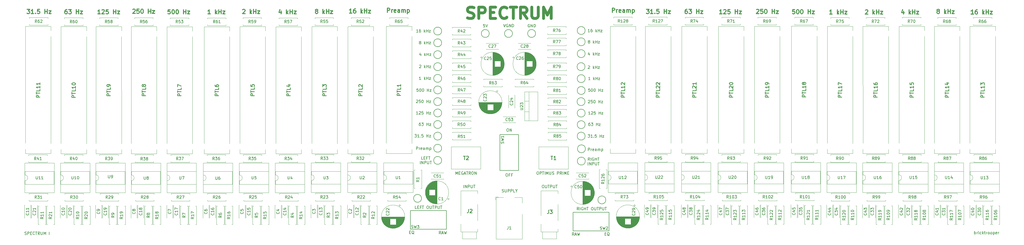
<source format=gbr>
%TF.GenerationSoftware,KiCad,Pcbnew,(6.0.1-0)*%
%TF.CreationDate,2022-03-16T00:28:58-04:00*%
%TF.ProjectId,spectrum,73706563-7472-4756-9d2e-6b696361645f,0*%
%TF.SameCoordinates,Original*%
%TF.FileFunction,Legend,Top*%
%TF.FilePolarity,Positive*%
%FSLAX46Y46*%
G04 Gerber Fmt 4.6, Leading zero omitted, Abs format (unit mm)*
G04 Created by KiCad (PCBNEW (6.0.1-0)) date 2022-03-16 00:28:58*
%MOMM*%
%LPD*%
G01*
G04 APERTURE LIST*
%ADD10C,0.300000*%
%ADD11C,0.200000*%
%ADD12C,1.000000*%
%ADD13C,0.254000*%
%ADD14C,0.150000*%
%ADD15C,0.100000*%
%ADD16C,0.120000*%
G04 APERTURE END LIST*
D10*
X125714285Y-124078571D02*
X125714285Y-125078571D01*
X125357142Y-123507142D02*
X125000000Y-124578571D01*
X125928571Y-124578571D01*
X127642857Y-125078571D02*
X127642857Y-123578571D01*
X127785714Y-124507142D02*
X128214285Y-125078571D01*
X128214285Y-124078571D02*
X127642857Y-124650000D01*
X128857142Y-125078571D02*
X128857142Y-123578571D01*
X128857142Y-124292857D02*
X129714285Y-124292857D01*
X129714285Y-125078571D02*
X129714285Y-123578571D01*
X130285714Y-124078571D02*
X131071428Y-124078571D01*
X130285714Y-125078571D01*
X131071428Y-125078571D01*
D11*
X218095238Y-185702380D02*
X218285714Y-185702380D01*
X218380952Y-185750000D01*
X218476190Y-185845238D01*
X218523809Y-186035714D01*
X218523809Y-186369047D01*
X218476190Y-186559523D01*
X218380952Y-186654761D01*
X218285714Y-186702380D01*
X218095238Y-186702380D01*
X218000000Y-186654761D01*
X217904761Y-186559523D01*
X217857142Y-186369047D01*
X217857142Y-186035714D01*
X217904761Y-185845238D01*
X218000000Y-185750000D01*
X218095238Y-185702380D01*
X218952380Y-185702380D02*
X218952380Y-186511904D01*
X219000000Y-186607142D01*
X219047619Y-186654761D01*
X219142857Y-186702380D01*
X219333333Y-186702380D01*
X219428571Y-186654761D01*
X219476190Y-186607142D01*
X219523809Y-186511904D01*
X219523809Y-185702380D01*
X219857142Y-185702380D02*
X220428571Y-185702380D01*
X220142857Y-186702380D02*
X220142857Y-185702380D01*
X220761904Y-186702380D02*
X220761904Y-185702380D01*
X221142857Y-185702380D01*
X221238095Y-185750000D01*
X221285714Y-185797619D01*
X221333333Y-185892857D01*
X221333333Y-186035714D01*
X221285714Y-186130952D01*
X221238095Y-186178571D01*
X221142857Y-186226190D01*
X220761904Y-186226190D01*
X221761904Y-185702380D02*
X221761904Y-186511904D01*
X221809523Y-186607142D01*
X221857142Y-186654761D01*
X221952380Y-186702380D01*
X222142857Y-186702380D01*
X222238095Y-186654761D01*
X222285714Y-186607142D01*
X222333333Y-186511904D01*
X222333333Y-185702380D01*
X222666666Y-185702380D02*
X223238095Y-185702380D01*
X222952380Y-186702380D02*
X222952380Y-185702380D01*
D10*
X293528571Y-123571428D02*
X293600000Y-123500000D01*
X293742857Y-123428571D01*
X294100000Y-123428571D01*
X294242857Y-123500000D01*
X294314285Y-123571428D01*
X294385714Y-123714285D01*
X294385714Y-123857142D01*
X294314285Y-124071428D01*
X293457142Y-124928571D01*
X294385714Y-124928571D01*
X295742857Y-123428571D02*
X295028571Y-123428571D01*
X294957142Y-124142857D01*
X295028571Y-124071428D01*
X295171428Y-124000000D01*
X295528571Y-124000000D01*
X295671428Y-124071428D01*
X295742857Y-124142857D01*
X295814285Y-124285714D01*
X295814285Y-124642857D01*
X295742857Y-124785714D01*
X295671428Y-124857142D01*
X295528571Y-124928571D01*
X295171428Y-124928571D01*
X295028571Y-124857142D01*
X294957142Y-124785714D01*
X296742857Y-123428571D02*
X296885714Y-123428571D01*
X297028571Y-123500000D01*
X297100000Y-123571428D01*
X297171428Y-123714285D01*
X297242857Y-124000000D01*
X297242857Y-124357142D01*
X297171428Y-124642857D01*
X297100000Y-124785714D01*
X297028571Y-124857142D01*
X296885714Y-124928571D01*
X296742857Y-124928571D01*
X296600000Y-124857142D01*
X296528571Y-124785714D01*
X296457142Y-124642857D01*
X296385714Y-124357142D01*
X296385714Y-124000000D01*
X296457142Y-123714285D01*
X296528571Y-123571428D01*
X296600000Y-123500000D01*
X296742857Y-123428571D01*
X299028571Y-124928571D02*
X299028571Y-123428571D01*
X299028571Y-124142857D02*
X299885714Y-124142857D01*
X299885714Y-124928571D02*
X299885714Y-123428571D01*
X300457142Y-123928571D02*
X301242857Y-123928571D01*
X300457142Y-124928571D01*
X301242857Y-124928571D01*
D11*
X174095238Y-131552380D02*
X173523809Y-131552380D01*
X173809523Y-131552380D02*
X173809523Y-130552380D01*
X173714285Y-130695238D01*
X173619047Y-130790476D01*
X173523809Y-130838095D01*
X174952380Y-130552380D02*
X174761904Y-130552380D01*
X174666666Y-130600000D01*
X174619047Y-130647619D01*
X174523809Y-130790476D01*
X174476190Y-130980952D01*
X174476190Y-131361904D01*
X174523809Y-131457142D01*
X174571428Y-131504761D01*
X174666666Y-131552380D01*
X174857142Y-131552380D01*
X174952380Y-131504761D01*
X175000000Y-131457142D01*
X175047619Y-131361904D01*
X175047619Y-131123809D01*
X175000000Y-131028571D01*
X174952380Y-130980952D01*
X174857142Y-130933333D01*
X174666666Y-130933333D01*
X174571428Y-130980952D01*
X174523809Y-131028571D01*
X174476190Y-131123809D01*
X176238095Y-131552380D02*
X176238095Y-130552380D01*
X176333333Y-131171428D02*
X176619047Y-131552380D01*
X176619047Y-130885714D02*
X176238095Y-131266666D01*
X177047619Y-131552380D02*
X177047619Y-130552380D01*
X177047619Y-131028571D02*
X177619047Y-131028571D01*
X177619047Y-131552380D02*
X177619047Y-130552380D01*
X178000000Y-130885714D02*
X178523809Y-130885714D01*
X178000000Y-131552380D01*
X178523809Y-131552380D01*
X171061904Y-202428571D02*
X171395238Y-202428571D01*
X171538095Y-202952380D02*
X171061904Y-202952380D01*
X171061904Y-201952380D01*
X171538095Y-201952380D01*
X172633333Y-203047619D02*
X172538095Y-203000000D01*
X172442857Y-202904761D01*
X172300000Y-202761904D01*
X172204761Y-202714285D01*
X172109523Y-202714285D01*
X172157142Y-202952380D02*
X172061904Y-202904761D01*
X171966666Y-202809523D01*
X171919047Y-202619047D01*
X171919047Y-202285714D01*
X171966666Y-202095238D01*
X172061904Y-202000000D01*
X172157142Y-201952380D01*
X172347619Y-201952380D01*
X172442857Y-202000000D01*
X172538095Y-202095238D01*
X172585714Y-202285714D01*
X172585714Y-202619047D01*
X172538095Y-202809523D01*
X172442857Y-202904761D01*
X172347619Y-202952380D01*
X172157142Y-202952380D01*
X234666666Y-176997380D02*
X234333333Y-176521190D01*
X234095238Y-176997380D02*
X234095238Y-175997380D01*
X234476190Y-175997380D01*
X234571428Y-176045000D01*
X234619047Y-176092619D01*
X234666666Y-176187857D01*
X234666666Y-176330714D01*
X234619047Y-176425952D01*
X234571428Y-176473571D01*
X234476190Y-176521190D01*
X234095238Y-176521190D01*
X235095238Y-176997380D02*
X235095238Y-175997380D01*
X236095238Y-176045000D02*
X236000000Y-175997380D01*
X235857142Y-175997380D01*
X235714285Y-176045000D01*
X235619047Y-176140238D01*
X235571428Y-176235476D01*
X235523809Y-176425952D01*
X235523809Y-176568809D01*
X235571428Y-176759285D01*
X235619047Y-176854523D01*
X235714285Y-176949761D01*
X235857142Y-176997380D01*
X235952380Y-176997380D01*
X236095238Y-176949761D01*
X236142857Y-176902142D01*
X236142857Y-176568809D01*
X235952380Y-176568809D01*
X236571428Y-176997380D02*
X236571428Y-175997380D01*
X236571428Y-176473571D02*
X237142857Y-176473571D01*
X237142857Y-176997380D02*
X237142857Y-175997380D01*
X237476190Y-175997380D02*
X238047619Y-175997380D01*
X237761904Y-176997380D02*
X237761904Y-175997380D01*
X234071428Y-178607380D02*
X234071428Y-177607380D01*
X234547619Y-178607380D02*
X234547619Y-177607380D01*
X235119047Y-178607380D01*
X235119047Y-177607380D01*
X235595238Y-178607380D02*
X235595238Y-177607380D01*
X235976190Y-177607380D01*
X236071428Y-177655000D01*
X236119047Y-177702619D01*
X236166666Y-177797857D01*
X236166666Y-177940714D01*
X236119047Y-178035952D01*
X236071428Y-178083571D01*
X235976190Y-178131190D01*
X235595238Y-178131190D01*
X236595238Y-177607380D02*
X236595238Y-178416904D01*
X236642857Y-178512142D01*
X236690476Y-178559761D01*
X236785714Y-178607380D01*
X236976190Y-178607380D01*
X237071428Y-178559761D01*
X237119047Y-178512142D01*
X237166666Y-178416904D01*
X237166666Y-177607380D01*
X237500000Y-177607380D02*
X238071428Y-177607380D01*
X237785714Y-178607380D02*
X237785714Y-177607380D01*
X229109523Y-203552380D02*
X228776190Y-203076190D01*
X228538095Y-203552380D02*
X228538095Y-202552380D01*
X228919047Y-202552380D01*
X229014285Y-202600000D01*
X229061904Y-202647619D01*
X229109523Y-202742857D01*
X229109523Y-202885714D01*
X229061904Y-202980952D01*
X229014285Y-203028571D01*
X228919047Y-203076190D01*
X228538095Y-203076190D01*
X229490476Y-203266666D02*
X229966666Y-203266666D01*
X229395238Y-203552380D02*
X229728571Y-202552380D01*
X230061904Y-203552380D01*
X230300000Y-202552380D02*
X230538095Y-203552380D01*
X230728571Y-202838095D01*
X230919047Y-203552380D01*
X231157142Y-202552380D01*
X234823809Y-160652380D02*
X234252380Y-160652380D01*
X234538095Y-160652380D02*
X234538095Y-159652380D01*
X234442857Y-159795238D01*
X234347619Y-159890476D01*
X234252380Y-159938095D01*
X235204761Y-159747619D02*
X235252380Y-159700000D01*
X235347619Y-159652380D01*
X235585714Y-159652380D01*
X235680952Y-159700000D01*
X235728571Y-159747619D01*
X235776190Y-159842857D01*
X235776190Y-159938095D01*
X235728571Y-160080952D01*
X235157142Y-160652380D01*
X235776190Y-160652380D01*
X236680952Y-159652380D02*
X236204761Y-159652380D01*
X236157142Y-160128571D01*
X236204761Y-160080952D01*
X236300000Y-160033333D01*
X236538095Y-160033333D01*
X236633333Y-160080952D01*
X236680952Y-160128571D01*
X236728571Y-160223809D01*
X236728571Y-160461904D01*
X236680952Y-160557142D01*
X236633333Y-160604761D01*
X236538095Y-160652380D01*
X236300000Y-160652380D01*
X236204761Y-160604761D01*
X236157142Y-160557142D01*
X237919047Y-160652380D02*
X237919047Y-159652380D01*
X237919047Y-160128571D02*
X238490476Y-160128571D01*
X238490476Y-160652380D02*
X238490476Y-159652380D01*
X238871428Y-159985714D02*
X239395238Y-159985714D01*
X238871428Y-160652380D01*
X239395238Y-160652380D01*
X234340476Y-134880952D02*
X234245238Y-134833333D01*
X234197619Y-134785714D01*
X234150000Y-134690476D01*
X234150000Y-134642857D01*
X234197619Y-134547619D01*
X234245238Y-134500000D01*
X234340476Y-134452380D01*
X234530952Y-134452380D01*
X234626190Y-134500000D01*
X234673809Y-134547619D01*
X234721428Y-134642857D01*
X234721428Y-134690476D01*
X234673809Y-134785714D01*
X234626190Y-134833333D01*
X234530952Y-134880952D01*
X234340476Y-134880952D01*
X234245238Y-134928571D01*
X234197619Y-134976190D01*
X234150000Y-135071428D01*
X234150000Y-135261904D01*
X234197619Y-135357142D01*
X234245238Y-135404761D01*
X234340476Y-135452380D01*
X234530952Y-135452380D01*
X234626190Y-135404761D01*
X234673809Y-135357142D01*
X234721428Y-135261904D01*
X234721428Y-135071428D01*
X234673809Y-134976190D01*
X234626190Y-134928571D01*
X234530952Y-134880952D01*
X235911904Y-135452380D02*
X235911904Y-134452380D01*
X236007142Y-135071428D02*
X236292857Y-135452380D01*
X236292857Y-134785714D02*
X235911904Y-135166666D01*
X236721428Y-135452380D02*
X236721428Y-134452380D01*
X236721428Y-134928571D02*
X237292857Y-134928571D01*
X237292857Y-135452380D02*
X237292857Y-134452380D01*
X237673809Y-134785714D02*
X238197619Y-134785714D01*
X237673809Y-135452380D01*
X238197619Y-135452380D01*
X174690476Y-135180952D02*
X174595238Y-135133333D01*
X174547619Y-135085714D01*
X174500000Y-134990476D01*
X174500000Y-134942857D01*
X174547619Y-134847619D01*
X174595238Y-134800000D01*
X174690476Y-134752380D01*
X174880952Y-134752380D01*
X174976190Y-134800000D01*
X175023809Y-134847619D01*
X175071428Y-134942857D01*
X175071428Y-134990476D01*
X175023809Y-135085714D01*
X174976190Y-135133333D01*
X174880952Y-135180952D01*
X174690476Y-135180952D01*
X174595238Y-135228571D01*
X174547619Y-135276190D01*
X174500000Y-135371428D01*
X174500000Y-135561904D01*
X174547619Y-135657142D01*
X174595238Y-135704761D01*
X174690476Y-135752380D01*
X174880952Y-135752380D01*
X174976190Y-135704761D01*
X175023809Y-135657142D01*
X175071428Y-135561904D01*
X175071428Y-135371428D01*
X175023809Y-135276190D01*
X174976190Y-135228571D01*
X174880952Y-135180952D01*
X176261904Y-135752380D02*
X176261904Y-134752380D01*
X176357142Y-135371428D02*
X176642857Y-135752380D01*
X176642857Y-135085714D02*
X176261904Y-135466666D01*
X177071428Y-135752380D02*
X177071428Y-134752380D01*
X177071428Y-135228571D02*
X177642857Y-135228571D01*
X177642857Y-135752380D02*
X177642857Y-134752380D01*
X178023809Y-135085714D02*
X178547619Y-135085714D01*
X178023809Y-135752380D01*
X178547619Y-135752380D01*
X240011904Y-202978571D02*
X240345238Y-202978571D01*
X240488095Y-203502380D02*
X240011904Y-203502380D01*
X240011904Y-202502380D01*
X240488095Y-202502380D01*
X241583333Y-203597619D02*
X241488095Y-203550000D01*
X241392857Y-203454761D01*
X241250000Y-203311904D01*
X241154761Y-203264285D01*
X241059523Y-203264285D01*
X241107142Y-203502380D02*
X241011904Y-203454761D01*
X240916666Y-203359523D01*
X240869047Y-203169047D01*
X240869047Y-202835714D01*
X240916666Y-202645238D01*
X241011904Y-202550000D01*
X241107142Y-202502380D01*
X241297619Y-202502380D01*
X241392857Y-202550000D01*
X241488095Y-202645238D01*
X241535714Y-202835714D01*
X241535714Y-203169047D01*
X241488095Y-203359523D01*
X241392857Y-203454761D01*
X241297619Y-203502380D01*
X241107142Y-203502380D01*
D10*
X242642857Y-124528571D02*
X242642857Y-123028571D01*
X243214285Y-123028571D01*
X243357142Y-123100000D01*
X243428571Y-123171428D01*
X243500000Y-123314285D01*
X243500000Y-123528571D01*
X243428571Y-123671428D01*
X243357142Y-123742857D01*
X243214285Y-123814285D01*
X242642857Y-123814285D01*
X244142857Y-124528571D02*
X244142857Y-123528571D01*
X244142857Y-123814285D02*
X244214285Y-123671428D01*
X244285714Y-123600000D01*
X244428571Y-123528571D01*
X244571428Y-123528571D01*
X245642857Y-124457142D02*
X245500000Y-124528571D01*
X245214285Y-124528571D01*
X245071428Y-124457142D01*
X245000000Y-124314285D01*
X245000000Y-123742857D01*
X245071428Y-123600000D01*
X245214285Y-123528571D01*
X245500000Y-123528571D01*
X245642857Y-123600000D01*
X245714285Y-123742857D01*
X245714285Y-123885714D01*
X245000000Y-124028571D01*
X247000000Y-124528571D02*
X247000000Y-123742857D01*
X246928571Y-123600000D01*
X246785714Y-123528571D01*
X246500000Y-123528571D01*
X246357142Y-123600000D01*
X247000000Y-124457142D02*
X246857142Y-124528571D01*
X246500000Y-124528571D01*
X246357142Y-124457142D01*
X246285714Y-124314285D01*
X246285714Y-124171428D01*
X246357142Y-124028571D01*
X246500000Y-123957142D01*
X246857142Y-123957142D01*
X247000000Y-123885714D01*
X247714285Y-124528571D02*
X247714285Y-123528571D01*
X247714285Y-123671428D02*
X247785714Y-123600000D01*
X247928571Y-123528571D01*
X248142857Y-123528571D01*
X248285714Y-123600000D01*
X248357142Y-123742857D01*
X248357142Y-124528571D01*
X248357142Y-123742857D02*
X248428571Y-123600000D01*
X248571428Y-123528571D01*
X248785714Y-123528571D01*
X248928571Y-123600000D01*
X249000000Y-123742857D01*
X249000000Y-124528571D01*
X249714285Y-123528571D02*
X249714285Y-125028571D01*
X249714285Y-123600000D02*
X249857142Y-123528571D01*
X250142857Y-123528571D01*
X250285714Y-123600000D01*
X250357142Y-123671428D01*
X250428571Y-123814285D01*
X250428571Y-124242857D01*
X250357142Y-124385714D01*
X250285714Y-124457142D01*
X250142857Y-124528571D01*
X249857142Y-124528571D01*
X249714285Y-124457142D01*
D11*
X205297619Y-181602380D02*
X205488095Y-181602380D01*
X205583333Y-181650000D01*
X205678571Y-181745238D01*
X205726190Y-181935714D01*
X205726190Y-182269047D01*
X205678571Y-182459523D01*
X205583333Y-182554761D01*
X205488095Y-182602380D01*
X205297619Y-182602380D01*
X205202380Y-182554761D01*
X205107142Y-182459523D01*
X205059523Y-182269047D01*
X205059523Y-181935714D01*
X205107142Y-181745238D01*
X205202380Y-181650000D01*
X205297619Y-181602380D01*
X206488095Y-182078571D02*
X206154761Y-182078571D01*
X206154761Y-182602380D02*
X206154761Y-181602380D01*
X206630952Y-181602380D01*
X207345238Y-182078571D02*
X207011904Y-182078571D01*
X207011904Y-182602380D02*
X207011904Y-181602380D01*
X207488095Y-181602380D01*
X190196428Y-186702380D02*
X190196428Y-185702380D01*
X190672619Y-186702380D02*
X190672619Y-185702380D01*
X191244047Y-186702380D01*
X191244047Y-185702380D01*
X191720238Y-186702380D02*
X191720238Y-185702380D01*
X192101190Y-185702380D01*
X192196428Y-185750000D01*
X192244047Y-185797619D01*
X192291666Y-185892857D01*
X192291666Y-186035714D01*
X192244047Y-186130952D01*
X192196428Y-186178571D01*
X192101190Y-186226190D01*
X191720238Y-186226190D01*
X192720238Y-185702380D02*
X192720238Y-186511904D01*
X192767857Y-186607142D01*
X192815476Y-186654761D01*
X192910714Y-186702380D01*
X193101190Y-186702380D01*
X193196428Y-186654761D01*
X193244047Y-186607142D01*
X193291666Y-186511904D01*
X193291666Y-185702380D01*
X193625000Y-185702380D02*
X194196428Y-185702380D01*
X193910714Y-186702380D02*
X193910714Y-185702380D01*
X175071428Y-148352380D02*
X174500000Y-148352380D01*
X174785714Y-148352380D02*
X174785714Y-147352380D01*
X174690476Y-147495238D01*
X174595238Y-147590476D01*
X174500000Y-147638095D01*
X176261904Y-148352380D02*
X176261904Y-147352380D01*
X176357142Y-147971428D02*
X176642857Y-148352380D01*
X176642857Y-147685714D02*
X176261904Y-148066666D01*
X177071428Y-148352380D02*
X177071428Y-147352380D01*
X177071428Y-147828571D02*
X177642857Y-147828571D01*
X177642857Y-148352380D02*
X177642857Y-147352380D01*
X178023809Y-147685714D02*
X178547619Y-147685714D01*
X178023809Y-148352380D01*
X178547619Y-148352380D01*
D10*
X332000000Y-123771428D02*
X332071428Y-123700000D01*
X332214285Y-123628571D01*
X332571428Y-123628571D01*
X332714285Y-123700000D01*
X332785714Y-123771428D01*
X332857142Y-123914285D01*
X332857142Y-124057142D01*
X332785714Y-124271428D01*
X331928571Y-125128571D01*
X332857142Y-125128571D01*
X334642857Y-125128571D02*
X334642857Y-123628571D01*
X334785714Y-124557142D02*
X335214285Y-125128571D01*
X335214285Y-124128571D02*
X334642857Y-124700000D01*
X335857142Y-125128571D02*
X335857142Y-123628571D01*
X335857142Y-124342857D02*
X336714285Y-124342857D01*
X336714285Y-125128571D02*
X336714285Y-123628571D01*
X337285714Y-124128571D02*
X338071428Y-124128571D01*
X337285714Y-125128571D01*
X338071428Y-125128571D01*
D11*
X370414285Y-203052380D02*
X370414285Y-202052380D01*
X370414285Y-202433333D02*
X370509523Y-202385714D01*
X370700000Y-202385714D01*
X370795238Y-202433333D01*
X370842857Y-202480952D01*
X370890476Y-202576190D01*
X370890476Y-202861904D01*
X370842857Y-202957142D01*
X370795238Y-203004761D01*
X370700000Y-203052380D01*
X370509523Y-203052380D01*
X370414285Y-203004761D01*
X371319047Y-203052380D02*
X371319047Y-202385714D01*
X371319047Y-202576190D02*
X371366666Y-202480952D01*
X371414285Y-202433333D01*
X371509523Y-202385714D01*
X371604761Y-202385714D01*
X371938095Y-203052380D02*
X371938095Y-202385714D01*
X371938095Y-202052380D02*
X371890476Y-202100000D01*
X371938095Y-202147619D01*
X371985714Y-202100000D01*
X371938095Y-202052380D01*
X371938095Y-202147619D01*
X372842857Y-203004761D02*
X372747619Y-203052380D01*
X372557142Y-203052380D01*
X372461904Y-203004761D01*
X372414285Y-202957142D01*
X372366666Y-202861904D01*
X372366666Y-202576190D01*
X372414285Y-202480952D01*
X372461904Y-202433333D01*
X372557142Y-202385714D01*
X372747619Y-202385714D01*
X372842857Y-202433333D01*
X373271428Y-203052380D02*
X373271428Y-202052380D01*
X373366666Y-202671428D02*
X373652380Y-203052380D01*
X373652380Y-202385714D02*
X373271428Y-202766666D01*
X373938095Y-202385714D02*
X374319047Y-202385714D01*
X374080952Y-202052380D02*
X374080952Y-202909523D01*
X374128571Y-203004761D01*
X374223809Y-203052380D01*
X374319047Y-203052380D01*
X374652380Y-203052380D02*
X374652380Y-202385714D01*
X374652380Y-202576190D02*
X374700000Y-202480952D01*
X374747619Y-202433333D01*
X374842857Y-202385714D01*
X374938095Y-202385714D01*
X375414285Y-203052380D02*
X375319047Y-203004761D01*
X375271428Y-202957142D01*
X375223809Y-202861904D01*
X375223809Y-202576190D01*
X375271428Y-202480952D01*
X375319047Y-202433333D01*
X375414285Y-202385714D01*
X375557142Y-202385714D01*
X375652380Y-202433333D01*
X375700000Y-202480952D01*
X375747619Y-202576190D01*
X375747619Y-202861904D01*
X375700000Y-202957142D01*
X375652380Y-203004761D01*
X375557142Y-203052380D01*
X375414285Y-203052380D01*
X376319047Y-203052380D02*
X376223809Y-203004761D01*
X376176190Y-202957142D01*
X376128571Y-202861904D01*
X376128571Y-202576190D01*
X376176190Y-202480952D01*
X376223809Y-202433333D01*
X376319047Y-202385714D01*
X376461904Y-202385714D01*
X376557142Y-202433333D01*
X376604761Y-202480952D01*
X376652380Y-202576190D01*
X376652380Y-202861904D01*
X376604761Y-202957142D01*
X376557142Y-203004761D01*
X376461904Y-203052380D01*
X376319047Y-203052380D01*
X377080952Y-202385714D02*
X377080952Y-203385714D01*
X377080952Y-202433333D02*
X377176190Y-202385714D01*
X377366666Y-202385714D01*
X377461904Y-202433333D01*
X377509523Y-202480952D01*
X377557142Y-202576190D01*
X377557142Y-202861904D01*
X377509523Y-202957142D01*
X377461904Y-203004761D01*
X377366666Y-203052380D01*
X377176190Y-203052380D01*
X377080952Y-203004761D01*
X378366666Y-203004761D02*
X378271428Y-203052380D01*
X378080952Y-203052380D01*
X377985714Y-203004761D01*
X377938095Y-202909523D01*
X377938095Y-202528571D01*
X377985714Y-202433333D01*
X378080952Y-202385714D01*
X378271428Y-202385714D01*
X378366666Y-202433333D01*
X378414285Y-202528571D01*
X378414285Y-202623809D01*
X377938095Y-202719047D01*
X378842857Y-203052380D02*
X378842857Y-202385714D01*
X378842857Y-202576190D02*
X378890476Y-202480952D01*
X378938095Y-202433333D01*
X379033333Y-202385714D01*
X379128571Y-202385714D01*
X172916666Y-167752380D02*
X173535714Y-167752380D01*
X173202380Y-168133333D01*
X173345238Y-168133333D01*
X173440476Y-168180952D01*
X173488095Y-168228571D01*
X173535714Y-168323809D01*
X173535714Y-168561904D01*
X173488095Y-168657142D01*
X173440476Y-168704761D01*
X173345238Y-168752380D01*
X173059523Y-168752380D01*
X172964285Y-168704761D01*
X172916666Y-168657142D01*
X174488095Y-168752380D02*
X173916666Y-168752380D01*
X174202380Y-168752380D02*
X174202380Y-167752380D01*
X174107142Y-167895238D01*
X174011904Y-167990476D01*
X173916666Y-168038095D01*
X174916666Y-168657142D02*
X174964285Y-168704761D01*
X174916666Y-168752380D01*
X174869047Y-168704761D01*
X174916666Y-168657142D01*
X174916666Y-168752380D01*
X175869047Y-167752380D02*
X175392857Y-167752380D01*
X175345238Y-168228571D01*
X175392857Y-168180952D01*
X175488095Y-168133333D01*
X175726190Y-168133333D01*
X175821428Y-168180952D01*
X175869047Y-168228571D01*
X175916666Y-168323809D01*
X175916666Y-168561904D01*
X175869047Y-168657142D01*
X175821428Y-168704761D01*
X175726190Y-168752380D01*
X175488095Y-168752380D01*
X175392857Y-168704761D01*
X175345238Y-168657142D01*
X177107142Y-168752380D02*
X177107142Y-167752380D01*
X177107142Y-168228571D02*
X177678571Y-168228571D01*
X177678571Y-168752380D02*
X177678571Y-167752380D01*
X178059523Y-168085714D02*
X178583333Y-168085714D01*
X178059523Y-168752380D01*
X178583333Y-168752380D01*
D10*
X163242857Y-124528571D02*
X163242857Y-123028571D01*
X163814285Y-123028571D01*
X163957142Y-123100000D01*
X164028571Y-123171428D01*
X164100000Y-123314285D01*
X164100000Y-123528571D01*
X164028571Y-123671428D01*
X163957142Y-123742857D01*
X163814285Y-123814285D01*
X163242857Y-123814285D01*
X164742857Y-124528571D02*
X164742857Y-123528571D01*
X164742857Y-123814285D02*
X164814285Y-123671428D01*
X164885714Y-123600000D01*
X165028571Y-123528571D01*
X165171428Y-123528571D01*
X166242857Y-124457142D02*
X166100000Y-124528571D01*
X165814285Y-124528571D01*
X165671428Y-124457142D01*
X165600000Y-124314285D01*
X165600000Y-123742857D01*
X165671428Y-123600000D01*
X165814285Y-123528571D01*
X166100000Y-123528571D01*
X166242857Y-123600000D01*
X166314285Y-123742857D01*
X166314285Y-123885714D01*
X165600000Y-124028571D01*
X167600000Y-124528571D02*
X167600000Y-123742857D01*
X167528571Y-123600000D01*
X167385714Y-123528571D01*
X167100000Y-123528571D01*
X166957142Y-123600000D01*
X167600000Y-124457142D02*
X167457142Y-124528571D01*
X167100000Y-124528571D01*
X166957142Y-124457142D01*
X166885714Y-124314285D01*
X166885714Y-124171428D01*
X166957142Y-124028571D01*
X167100000Y-123957142D01*
X167457142Y-123957142D01*
X167600000Y-123885714D01*
X168314285Y-124528571D02*
X168314285Y-123528571D01*
X168314285Y-123671428D02*
X168385714Y-123600000D01*
X168528571Y-123528571D01*
X168742857Y-123528571D01*
X168885714Y-123600000D01*
X168957142Y-123742857D01*
X168957142Y-124528571D01*
X168957142Y-123742857D02*
X169028571Y-123600000D01*
X169171428Y-123528571D01*
X169385714Y-123528571D01*
X169528571Y-123600000D01*
X169600000Y-123742857D01*
X169600000Y-124528571D01*
X170314285Y-123528571D02*
X170314285Y-125028571D01*
X170314285Y-123600000D02*
X170457142Y-123528571D01*
X170742857Y-123528571D01*
X170885714Y-123600000D01*
X170957142Y-123671428D01*
X171028571Y-123814285D01*
X171028571Y-124242857D01*
X170957142Y-124385714D01*
X170885714Y-124457142D01*
X170742857Y-124528571D01*
X170457142Y-124528571D01*
X170314285Y-124457142D01*
X73378571Y-123521428D02*
X73450000Y-123450000D01*
X73592857Y-123378571D01*
X73950000Y-123378571D01*
X74092857Y-123450000D01*
X74164285Y-123521428D01*
X74235714Y-123664285D01*
X74235714Y-123807142D01*
X74164285Y-124021428D01*
X73307142Y-124878571D01*
X74235714Y-124878571D01*
X75592857Y-123378571D02*
X74878571Y-123378571D01*
X74807142Y-124092857D01*
X74878571Y-124021428D01*
X75021428Y-123950000D01*
X75378571Y-123950000D01*
X75521428Y-124021428D01*
X75592857Y-124092857D01*
X75664285Y-124235714D01*
X75664285Y-124592857D01*
X75592857Y-124735714D01*
X75521428Y-124807142D01*
X75378571Y-124878571D01*
X75021428Y-124878571D01*
X74878571Y-124807142D01*
X74807142Y-124735714D01*
X76592857Y-123378571D02*
X76735714Y-123378571D01*
X76878571Y-123450000D01*
X76950000Y-123521428D01*
X77021428Y-123664285D01*
X77092857Y-123950000D01*
X77092857Y-124307142D01*
X77021428Y-124592857D01*
X76950000Y-124735714D01*
X76878571Y-124807142D01*
X76735714Y-124878571D01*
X76592857Y-124878571D01*
X76450000Y-124807142D01*
X76378571Y-124735714D01*
X76307142Y-124592857D01*
X76235714Y-124307142D01*
X76235714Y-123950000D01*
X76307142Y-123664285D01*
X76378571Y-123521428D01*
X76450000Y-123450000D01*
X76592857Y-123378571D01*
X78878571Y-124878571D02*
X78878571Y-123378571D01*
X78878571Y-124092857D02*
X79735714Y-124092857D01*
X79735714Y-124878571D02*
X79735714Y-123378571D01*
X80307142Y-123878571D02*
X81092857Y-123878571D01*
X80307142Y-124878571D01*
X81092857Y-124878571D01*
D11*
X174023809Y-160602380D02*
X173452380Y-160602380D01*
X173738095Y-160602380D02*
X173738095Y-159602380D01*
X173642857Y-159745238D01*
X173547619Y-159840476D01*
X173452380Y-159888095D01*
X174404761Y-159697619D02*
X174452380Y-159650000D01*
X174547619Y-159602380D01*
X174785714Y-159602380D01*
X174880952Y-159650000D01*
X174928571Y-159697619D01*
X174976190Y-159792857D01*
X174976190Y-159888095D01*
X174928571Y-160030952D01*
X174357142Y-160602380D01*
X174976190Y-160602380D01*
X175880952Y-159602380D02*
X175404761Y-159602380D01*
X175357142Y-160078571D01*
X175404761Y-160030952D01*
X175500000Y-159983333D01*
X175738095Y-159983333D01*
X175833333Y-160030952D01*
X175880952Y-160078571D01*
X175928571Y-160173809D01*
X175928571Y-160411904D01*
X175880952Y-160507142D01*
X175833333Y-160554761D01*
X175738095Y-160602380D01*
X175500000Y-160602380D01*
X175404761Y-160554761D01*
X175357142Y-160507142D01*
X177119047Y-160602380D02*
X177119047Y-159602380D01*
X177119047Y-160078571D02*
X177690476Y-160078571D01*
X177690476Y-160602380D02*
X177690476Y-159602380D01*
X178071428Y-159935714D02*
X178595238Y-159935714D01*
X178071428Y-160602380D01*
X178595238Y-160602380D01*
D10*
X307014285Y-123528571D02*
X306300000Y-123528571D01*
X306228571Y-124242857D01*
X306300000Y-124171428D01*
X306442857Y-124100000D01*
X306800000Y-124100000D01*
X306942857Y-124171428D01*
X307014285Y-124242857D01*
X307085714Y-124385714D01*
X307085714Y-124742857D01*
X307014285Y-124885714D01*
X306942857Y-124957142D01*
X306800000Y-125028571D01*
X306442857Y-125028571D01*
X306300000Y-124957142D01*
X306228571Y-124885714D01*
X308014285Y-123528571D02*
X308157142Y-123528571D01*
X308300000Y-123600000D01*
X308371428Y-123671428D01*
X308442857Y-123814285D01*
X308514285Y-124100000D01*
X308514285Y-124457142D01*
X308442857Y-124742857D01*
X308371428Y-124885714D01*
X308300000Y-124957142D01*
X308157142Y-125028571D01*
X308014285Y-125028571D01*
X307871428Y-124957142D01*
X307800000Y-124885714D01*
X307728571Y-124742857D01*
X307657142Y-124457142D01*
X307657142Y-124100000D01*
X307728571Y-123814285D01*
X307800000Y-123671428D01*
X307871428Y-123600000D01*
X308014285Y-123528571D01*
X309442857Y-123528571D02*
X309585714Y-123528571D01*
X309728571Y-123600000D01*
X309800000Y-123671428D01*
X309871428Y-123814285D01*
X309942857Y-124100000D01*
X309942857Y-124457142D01*
X309871428Y-124742857D01*
X309800000Y-124885714D01*
X309728571Y-124957142D01*
X309585714Y-125028571D01*
X309442857Y-125028571D01*
X309300000Y-124957142D01*
X309228571Y-124885714D01*
X309157142Y-124742857D01*
X309085714Y-124457142D01*
X309085714Y-124100000D01*
X309157142Y-123814285D01*
X309228571Y-123671428D01*
X309300000Y-123600000D01*
X309442857Y-123528571D01*
X311728571Y-125028571D02*
X311728571Y-123528571D01*
X311728571Y-124242857D02*
X312585714Y-124242857D01*
X312585714Y-125028571D02*
X312585714Y-123528571D01*
X313157142Y-124028571D02*
X313942857Y-124028571D01*
X313157142Y-125028571D01*
X313942857Y-125028571D01*
X50107142Y-123528571D02*
X49821428Y-123528571D01*
X49678571Y-123600000D01*
X49607142Y-123671428D01*
X49464285Y-123885714D01*
X49392857Y-124171428D01*
X49392857Y-124742857D01*
X49464285Y-124885714D01*
X49535714Y-124957142D01*
X49678571Y-125028571D01*
X49964285Y-125028571D01*
X50107142Y-124957142D01*
X50178571Y-124885714D01*
X50250000Y-124742857D01*
X50250000Y-124385714D01*
X50178571Y-124242857D01*
X50107142Y-124171428D01*
X49964285Y-124100000D01*
X49678571Y-124100000D01*
X49535714Y-124171428D01*
X49464285Y-124242857D01*
X49392857Y-124385714D01*
X50750000Y-123528571D02*
X51678571Y-123528571D01*
X51178571Y-124100000D01*
X51392857Y-124100000D01*
X51535714Y-124171428D01*
X51607142Y-124242857D01*
X51678571Y-124385714D01*
X51678571Y-124742857D01*
X51607142Y-124885714D01*
X51535714Y-124957142D01*
X51392857Y-125028571D01*
X50964285Y-125028571D01*
X50821428Y-124957142D01*
X50750000Y-124885714D01*
X53464285Y-125028571D02*
X53464285Y-123528571D01*
X53464285Y-124242857D02*
X54321428Y-124242857D01*
X54321428Y-125028571D02*
X54321428Y-123528571D01*
X54892857Y-124028571D02*
X55678571Y-124028571D01*
X54892857Y-125028571D01*
X55678571Y-125028571D01*
X150692857Y-124778571D02*
X149835714Y-124778571D01*
X150264285Y-124778571D02*
X150264285Y-123278571D01*
X150121428Y-123492857D01*
X149978571Y-123635714D01*
X149835714Y-123707142D01*
X151978571Y-123278571D02*
X151692857Y-123278571D01*
X151550000Y-123350000D01*
X151478571Y-123421428D01*
X151335714Y-123635714D01*
X151264285Y-123921428D01*
X151264285Y-124492857D01*
X151335714Y-124635714D01*
X151407142Y-124707142D01*
X151550000Y-124778571D01*
X151835714Y-124778571D01*
X151978571Y-124707142D01*
X152050000Y-124635714D01*
X152121428Y-124492857D01*
X152121428Y-124135714D01*
X152050000Y-123992857D01*
X151978571Y-123921428D01*
X151835714Y-123850000D01*
X151550000Y-123850000D01*
X151407142Y-123921428D01*
X151335714Y-123992857D01*
X151264285Y-124135714D01*
X153907142Y-124778571D02*
X153907142Y-123278571D01*
X154050000Y-124207142D02*
X154478571Y-124778571D01*
X154478571Y-123778571D02*
X153907142Y-124350000D01*
X155121428Y-124778571D02*
X155121428Y-123278571D01*
X155121428Y-123992857D02*
X155978571Y-123992857D01*
X155978571Y-124778571D02*
X155978571Y-123278571D01*
X156550000Y-123778571D02*
X157335714Y-123778571D01*
X156550000Y-124778571D01*
X157335714Y-124778571D01*
D11*
X203757142Y-188154761D02*
X203900000Y-188202380D01*
X204138095Y-188202380D01*
X204233333Y-188154761D01*
X204280952Y-188107142D01*
X204328571Y-188011904D01*
X204328571Y-187916666D01*
X204280952Y-187821428D01*
X204233333Y-187773809D01*
X204138095Y-187726190D01*
X203947619Y-187678571D01*
X203852380Y-187630952D01*
X203804761Y-187583333D01*
X203757142Y-187488095D01*
X203757142Y-187392857D01*
X203804761Y-187297619D01*
X203852380Y-187250000D01*
X203947619Y-187202380D01*
X204185714Y-187202380D01*
X204328571Y-187250000D01*
X204757142Y-187202380D02*
X204757142Y-188011904D01*
X204804761Y-188107142D01*
X204852380Y-188154761D01*
X204947619Y-188202380D01*
X205138095Y-188202380D01*
X205233333Y-188154761D01*
X205280952Y-188107142D01*
X205328571Y-188011904D01*
X205328571Y-187202380D01*
X205804761Y-188202380D02*
X205804761Y-187202380D01*
X206185714Y-187202380D01*
X206280952Y-187250000D01*
X206328571Y-187297619D01*
X206376190Y-187392857D01*
X206376190Y-187535714D01*
X206328571Y-187630952D01*
X206280952Y-187678571D01*
X206185714Y-187726190D01*
X205804761Y-187726190D01*
X206804761Y-188202380D02*
X206804761Y-187202380D01*
X207185714Y-187202380D01*
X207280952Y-187250000D01*
X207328571Y-187297619D01*
X207376190Y-187392857D01*
X207376190Y-187535714D01*
X207328571Y-187630952D01*
X207280952Y-187678571D01*
X207185714Y-187726190D01*
X206804761Y-187726190D01*
X208280952Y-188202380D02*
X207804761Y-188202380D01*
X207804761Y-187202380D01*
X208804761Y-187726190D02*
X208804761Y-188202380D01*
X208471428Y-187202380D02*
X208804761Y-187726190D01*
X209138095Y-187202380D01*
X205630952Y-165702380D02*
X205821428Y-165702380D01*
X205916666Y-165750000D01*
X206011904Y-165845238D01*
X206059523Y-166035714D01*
X206059523Y-166369047D01*
X206011904Y-166559523D01*
X205916666Y-166654761D01*
X205821428Y-166702380D01*
X205630952Y-166702380D01*
X205535714Y-166654761D01*
X205440476Y-166559523D01*
X205392857Y-166369047D01*
X205392857Y-166035714D01*
X205440476Y-165845238D01*
X205535714Y-165750000D01*
X205630952Y-165702380D01*
X206488095Y-166702380D02*
X206488095Y-165702380D01*
X207059523Y-166702380D01*
X207059523Y-165702380D01*
D10*
X320257142Y-125128571D02*
X319400000Y-125128571D01*
X319828571Y-125128571D02*
X319828571Y-123628571D01*
X319685714Y-123842857D01*
X319542857Y-123985714D01*
X319400000Y-124057142D01*
X322042857Y-125128571D02*
X322042857Y-123628571D01*
X322185714Y-124557142D02*
X322614285Y-125128571D01*
X322614285Y-124128571D02*
X322042857Y-124700000D01*
X323257142Y-125128571D02*
X323257142Y-123628571D01*
X323257142Y-124342857D02*
X324114285Y-124342857D01*
X324114285Y-125128571D02*
X324114285Y-123628571D01*
X324685714Y-124128571D02*
X325471428Y-124128571D01*
X324685714Y-125128571D01*
X325471428Y-125128571D01*
D11*
X35266666Y-203204761D02*
X35409523Y-203252380D01*
X35647619Y-203252380D01*
X35742857Y-203204761D01*
X35790476Y-203157142D01*
X35838095Y-203061904D01*
X35838095Y-202966666D01*
X35790476Y-202871428D01*
X35742857Y-202823809D01*
X35647619Y-202776190D01*
X35457142Y-202728571D01*
X35361904Y-202680952D01*
X35314285Y-202633333D01*
X35266666Y-202538095D01*
X35266666Y-202442857D01*
X35314285Y-202347619D01*
X35361904Y-202300000D01*
X35457142Y-202252380D01*
X35695238Y-202252380D01*
X35838095Y-202300000D01*
X36266666Y-203252380D02*
X36266666Y-202252380D01*
X36647619Y-202252380D01*
X36742857Y-202300000D01*
X36790476Y-202347619D01*
X36838095Y-202442857D01*
X36838095Y-202585714D01*
X36790476Y-202680952D01*
X36742857Y-202728571D01*
X36647619Y-202776190D01*
X36266666Y-202776190D01*
X37266666Y-202728571D02*
X37600000Y-202728571D01*
X37742857Y-203252380D02*
X37266666Y-203252380D01*
X37266666Y-202252380D01*
X37742857Y-202252380D01*
X38742857Y-203157142D02*
X38695238Y-203204761D01*
X38552380Y-203252380D01*
X38457142Y-203252380D01*
X38314285Y-203204761D01*
X38219047Y-203109523D01*
X38171428Y-203014285D01*
X38123809Y-202823809D01*
X38123809Y-202680952D01*
X38171428Y-202490476D01*
X38219047Y-202395238D01*
X38314285Y-202300000D01*
X38457142Y-202252380D01*
X38552380Y-202252380D01*
X38695238Y-202300000D01*
X38742857Y-202347619D01*
X39028571Y-202252380D02*
X39600000Y-202252380D01*
X39314285Y-203252380D02*
X39314285Y-202252380D01*
X40504761Y-203252380D02*
X40171428Y-202776190D01*
X39933333Y-203252380D02*
X39933333Y-202252380D01*
X40314285Y-202252380D01*
X40409523Y-202300000D01*
X40457142Y-202347619D01*
X40504761Y-202442857D01*
X40504761Y-202585714D01*
X40457142Y-202680952D01*
X40409523Y-202728571D01*
X40314285Y-202776190D01*
X39933333Y-202776190D01*
X40933333Y-202252380D02*
X40933333Y-203061904D01*
X40980952Y-203157142D01*
X41028571Y-203204761D01*
X41123809Y-203252380D01*
X41314285Y-203252380D01*
X41409523Y-203204761D01*
X41457142Y-203157142D01*
X41504761Y-203061904D01*
X41504761Y-202252380D01*
X41980952Y-203252380D02*
X41980952Y-202252380D01*
X42314285Y-202966666D01*
X42647619Y-202252380D01*
X42647619Y-203252380D01*
X43885714Y-203252380D02*
X43885714Y-202252380D01*
D10*
X100747142Y-125078571D02*
X99890000Y-125078571D01*
X100318571Y-125078571D02*
X100318571Y-123578571D01*
X100175714Y-123792857D01*
X100032857Y-123935714D01*
X99890000Y-124007142D01*
X102532857Y-125078571D02*
X102532857Y-123578571D01*
X102675714Y-124507142D02*
X103104285Y-125078571D01*
X103104285Y-124078571D02*
X102532857Y-124650000D01*
X103747142Y-125078571D02*
X103747142Y-123578571D01*
X103747142Y-124292857D02*
X104604285Y-124292857D01*
X104604285Y-125078571D02*
X104604285Y-123578571D01*
X105175714Y-124078571D02*
X105961428Y-124078571D01*
X105175714Y-125078571D01*
X105961428Y-125078571D01*
X370142857Y-125128571D02*
X369285714Y-125128571D01*
X369714285Y-125128571D02*
X369714285Y-123628571D01*
X369571428Y-123842857D01*
X369428571Y-123985714D01*
X369285714Y-124057142D01*
X371428571Y-123628571D02*
X371142857Y-123628571D01*
X371000000Y-123700000D01*
X370928571Y-123771428D01*
X370785714Y-123985714D01*
X370714285Y-124271428D01*
X370714285Y-124842857D01*
X370785714Y-124985714D01*
X370857142Y-125057142D01*
X371000000Y-125128571D01*
X371285714Y-125128571D01*
X371428571Y-125057142D01*
X371500000Y-124985714D01*
X371571428Y-124842857D01*
X371571428Y-124485714D01*
X371500000Y-124342857D01*
X371428571Y-124271428D01*
X371285714Y-124200000D01*
X371000000Y-124200000D01*
X370857142Y-124271428D01*
X370785714Y-124342857D01*
X370714285Y-124485714D01*
X373357142Y-125128571D02*
X373357142Y-123628571D01*
X373500000Y-124557142D02*
X373928571Y-125128571D01*
X373928571Y-124128571D02*
X373357142Y-124700000D01*
X374571428Y-125128571D02*
X374571428Y-123628571D01*
X374571428Y-124342857D02*
X375428571Y-124342857D01*
X375428571Y-125128571D02*
X375428571Y-123628571D01*
X376000000Y-124128571D02*
X376785714Y-124128571D01*
X376000000Y-125128571D01*
X376785714Y-125128571D01*
D12*
X191542857Y-126469047D02*
X192114285Y-126659523D01*
X193066666Y-126659523D01*
X193447619Y-126469047D01*
X193638095Y-126278571D01*
X193828571Y-125897619D01*
X193828571Y-125516666D01*
X193638095Y-125135714D01*
X193447619Y-124945238D01*
X193066666Y-124754761D01*
X192304761Y-124564285D01*
X191923809Y-124373809D01*
X191733333Y-124183333D01*
X191542857Y-123802380D01*
X191542857Y-123421428D01*
X191733333Y-123040476D01*
X191923809Y-122850000D01*
X192304761Y-122659523D01*
X193257142Y-122659523D01*
X193828571Y-122850000D01*
X195542857Y-126659523D02*
X195542857Y-122659523D01*
X197066666Y-122659523D01*
X197447619Y-122850000D01*
X197638095Y-123040476D01*
X197828571Y-123421428D01*
X197828571Y-123992857D01*
X197638095Y-124373809D01*
X197447619Y-124564285D01*
X197066666Y-124754761D01*
X195542857Y-124754761D01*
X199542857Y-124564285D02*
X200876190Y-124564285D01*
X201447619Y-126659523D02*
X199542857Y-126659523D01*
X199542857Y-122659523D01*
X201447619Y-122659523D01*
X205447619Y-126278571D02*
X205257142Y-126469047D01*
X204685714Y-126659523D01*
X204304761Y-126659523D01*
X203733333Y-126469047D01*
X203352380Y-126088095D01*
X203161904Y-125707142D01*
X202971428Y-124945238D01*
X202971428Y-124373809D01*
X203161904Y-123611904D01*
X203352380Y-123230952D01*
X203733333Y-122850000D01*
X204304761Y-122659523D01*
X204685714Y-122659523D01*
X205257142Y-122850000D01*
X205447619Y-123040476D01*
X206590476Y-122659523D02*
X208876190Y-122659523D01*
X207733333Y-126659523D02*
X207733333Y-122659523D01*
X212495238Y-126659523D02*
X211161904Y-124754761D01*
X210209523Y-126659523D02*
X210209523Y-122659523D01*
X211733333Y-122659523D01*
X212114285Y-122850000D01*
X212304761Y-123040476D01*
X212495238Y-123421428D01*
X212495238Y-123992857D01*
X212304761Y-124373809D01*
X212114285Y-124564285D01*
X211733333Y-124754761D01*
X210209523Y-124754761D01*
X214209523Y-122659523D02*
X214209523Y-125897619D01*
X214400000Y-126278571D01*
X214590476Y-126469047D01*
X214971428Y-126659523D01*
X215733333Y-126659523D01*
X216114285Y-126469047D01*
X216304761Y-126278571D01*
X216495238Y-125897619D01*
X216495238Y-122659523D01*
X218400000Y-126659523D02*
X218400000Y-122659523D01*
X219733333Y-125516666D01*
X221066666Y-122659523D01*
X221066666Y-126659523D01*
D11*
X234100000Y-143547619D02*
X234147619Y-143500000D01*
X234242857Y-143452380D01*
X234480952Y-143452380D01*
X234576190Y-143500000D01*
X234623809Y-143547619D01*
X234671428Y-143642857D01*
X234671428Y-143738095D01*
X234623809Y-143880952D01*
X234052380Y-144452380D01*
X234671428Y-144452380D01*
X235861904Y-144452380D02*
X235861904Y-143452380D01*
X235957142Y-144071428D02*
X236242857Y-144452380D01*
X236242857Y-143785714D02*
X235861904Y-144166666D01*
X236671428Y-144452380D02*
X236671428Y-143452380D01*
X236671428Y-143928571D02*
X237242857Y-143928571D01*
X237242857Y-144452380D02*
X237242857Y-143452380D01*
X237623809Y-143785714D02*
X238147619Y-143785714D01*
X237623809Y-144452380D01*
X238147619Y-144452380D01*
X234128571Y-173552380D02*
X234128571Y-172552380D01*
X234509523Y-172552380D01*
X234604761Y-172600000D01*
X234652380Y-172647619D01*
X234700000Y-172742857D01*
X234700000Y-172885714D01*
X234652380Y-172980952D01*
X234604761Y-173028571D01*
X234509523Y-173076190D01*
X234128571Y-173076190D01*
X235128571Y-173552380D02*
X235128571Y-172885714D01*
X235128571Y-173076190D02*
X235176190Y-172980952D01*
X235223809Y-172933333D01*
X235319047Y-172885714D01*
X235414285Y-172885714D01*
X236128571Y-173504761D02*
X236033333Y-173552380D01*
X235842857Y-173552380D01*
X235747619Y-173504761D01*
X235700000Y-173409523D01*
X235700000Y-173028571D01*
X235747619Y-172933333D01*
X235842857Y-172885714D01*
X236033333Y-172885714D01*
X236128571Y-172933333D01*
X236176190Y-173028571D01*
X236176190Y-173123809D01*
X235700000Y-173219047D01*
X237033333Y-173552380D02*
X237033333Y-173028571D01*
X236985714Y-172933333D01*
X236890476Y-172885714D01*
X236700000Y-172885714D01*
X236604761Y-172933333D01*
X237033333Y-173504761D02*
X236938095Y-173552380D01*
X236700000Y-173552380D01*
X236604761Y-173504761D01*
X236557142Y-173409523D01*
X236557142Y-173314285D01*
X236604761Y-173219047D01*
X236700000Y-173171428D01*
X236938095Y-173171428D01*
X237033333Y-173123809D01*
X237509523Y-173552380D02*
X237509523Y-172885714D01*
X237509523Y-172980952D02*
X237557142Y-172933333D01*
X237652380Y-172885714D01*
X237795238Y-172885714D01*
X237890476Y-172933333D01*
X237938095Y-173028571D01*
X237938095Y-173552380D01*
X237938095Y-173028571D02*
X237985714Y-172933333D01*
X238080952Y-172885714D01*
X238223809Y-172885714D01*
X238319047Y-172933333D01*
X238366666Y-173028571D01*
X238366666Y-173552380D01*
X238842857Y-172885714D02*
X238842857Y-173885714D01*
X238842857Y-172933333D02*
X238938095Y-172885714D01*
X239128571Y-172885714D01*
X239223809Y-172933333D01*
X239271428Y-172980952D01*
X239319047Y-173076190D01*
X239319047Y-173361904D01*
X239271428Y-173457142D01*
X239223809Y-173504761D01*
X239128571Y-173552380D01*
X238938095Y-173552380D01*
X238842857Y-173504761D01*
D10*
X357535714Y-124071428D02*
X357392857Y-124000000D01*
X357321428Y-123928571D01*
X357250000Y-123785714D01*
X357250000Y-123714285D01*
X357321428Y-123571428D01*
X357392857Y-123500000D01*
X357535714Y-123428571D01*
X357821428Y-123428571D01*
X357964285Y-123500000D01*
X358035714Y-123571428D01*
X358107142Y-123714285D01*
X358107142Y-123785714D01*
X358035714Y-123928571D01*
X357964285Y-124000000D01*
X357821428Y-124071428D01*
X357535714Y-124071428D01*
X357392857Y-124142857D01*
X357321428Y-124214285D01*
X357250000Y-124357142D01*
X357250000Y-124642857D01*
X357321428Y-124785714D01*
X357392857Y-124857142D01*
X357535714Y-124928571D01*
X357821428Y-124928571D01*
X357964285Y-124857142D01*
X358035714Y-124785714D01*
X358107142Y-124642857D01*
X358107142Y-124357142D01*
X358035714Y-124214285D01*
X357964285Y-124142857D01*
X357821428Y-124071428D01*
X359892857Y-124928571D02*
X359892857Y-123428571D01*
X360035714Y-124357142D02*
X360464285Y-124928571D01*
X360464285Y-123928571D02*
X359892857Y-124500000D01*
X361107142Y-124928571D02*
X361107142Y-123428571D01*
X361107142Y-124142857D02*
X361964285Y-124142857D01*
X361964285Y-124928571D02*
X361964285Y-123428571D01*
X362535714Y-123928571D02*
X363321428Y-123928571D01*
X362535714Y-124928571D01*
X363321428Y-124928571D01*
X112150000Y-123621428D02*
X112221428Y-123550000D01*
X112364285Y-123478571D01*
X112721428Y-123478571D01*
X112864285Y-123550000D01*
X112935714Y-123621428D01*
X113007142Y-123764285D01*
X113007142Y-123907142D01*
X112935714Y-124121428D01*
X112078571Y-124978571D01*
X113007142Y-124978571D01*
X114792857Y-124978571D02*
X114792857Y-123478571D01*
X114935714Y-124407142D02*
X115364285Y-124978571D01*
X115364285Y-123978571D02*
X114792857Y-124550000D01*
X116007142Y-124978571D02*
X116007142Y-123478571D01*
X116007142Y-124192857D02*
X116864285Y-124192857D01*
X116864285Y-124978571D02*
X116864285Y-123478571D01*
X117435714Y-123978571D02*
X118221428Y-123978571D01*
X117435714Y-124978571D01*
X118221428Y-124978571D01*
D11*
X182109523Y-203052380D02*
X181776190Y-202576190D01*
X181538095Y-203052380D02*
X181538095Y-202052380D01*
X181919047Y-202052380D01*
X182014285Y-202100000D01*
X182061904Y-202147619D01*
X182109523Y-202242857D01*
X182109523Y-202385714D01*
X182061904Y-202480952D01*
X182014285Y-202528571D01*
X181919047Y-202576190D01*
X181538095Y-202576190D01*
X182490476Y-202766666D02*
X182966666Y-202766666D01*
X182395238Y-203052380D02*
X182728571Y-202052380D01*
X183061904Y-203052380D01*
X183300000Y-202052380D02*
X183538095Y-203052380D01*
X183728571Y-202338095D01*
X183919047Y-203052380D01*
X184157142Y-202052380D01*
X175076190Y-139235714D02*
X175076190Y-139902380D01*
X174838095Y-138854761D02*
X174600000Y-139569047D01*
X175219047Y-139569047D01*
X176361904Y-139902380D02*
X176361904Y-138902380D01*
X176457142Y-139521428D02*
X176742857Y-139902380D01*
X176742857Y-139235714D02*
X176361904Y-139616666D01*
X177171428Y-139902380D02*
X177171428Y-138902380D01*
X177171428Y-139378571D02*
X177742857Y-139378571D01*
X177742857Y-139902380D02*
X177742857Y-138902380D01*
X178123809Y-139235714D02*
X178647619Y-139235714D01*
X178123809Y-139902380D01*
X178647619Y-139902380D01*
X174126190Y-151552380D02*
X173650000Y-151552380D01*
X173602380Y-152028571D01*
X173650000Y-151980952D01*
X173745238Y-151933333D01*
X173983333Y-151933333D01*
X174078571Y-151980952D01*
X174126190Y-152028571D01*
X174173809Y-152123809D01*
X174173809Y-152361904D01*
X174126190Y-152457142D01*
X174078571Y-152504761D01*
X173983333Y-152552380D01*
X173745238Y-152552380D01*
X173650000Y-152504761D01*
X173602380Y-152457142D01*
X174792857Y-151552380D02*
X174888095Y-151552380D01*
X174983333Y-151600000D01*
X175030952Y-151647619D01*
X175078571Y-151742857D01*
X175126190Y-151933333D01*
X175126190Y-152171428D01*
X175078571Y-152361904D01*
X175030952Y-152457142D01*
X174983333Y-152504761D01*
X174888095Y-152552380D01*
X174792857Y-152552380D01*
X174697619Y-152504761D01*
X174650000Y-152457142D01*
X174602380Y-152361904D01*
X174554761Y-152171428D01*
X174554761Y-151933333D01*
X174602380Y-151742857D01*
X174650000Y-151647619D01*
X174697619Y-151600000D01*
X174792857Y-151552380D01*
X175745238Y-151552380D02*
X175840476Y-151552380D01*
X175935714Y-151600000D01*
X175983333Y-151647619D01*
X176030952Y-151742857D01*
X176078571Y-151933333D01*
X176078571Y-152171428D01*
X176030952Y-152361904D01*
X175983333Y-152457142D01*
X175935714Y-152504761D01*
X175840476Y-152552380D01*
X175745238Y-152552380D01*
X175650000Y-152504761D01*
X175602380Y-152457142D01*
X175554761Y-152361904D01*
X175507142Y-152171428D01*
X175507142Y-151933333D01*
X175554761Y-151742857D01*
X175602380Y-151647619D01*
X175650000Y-151600000D01*
X175745238Y-151552380D01*
X177269047Y-152552380D02*
X177269047Y-151552380D01*
X177269047Y-152028571D02*
X177840476Y-152028571D01*
X177840476Y-152552380D02*
X177840476Y-151552380D01*
X178221428Y-151885714D02*
X178745238Y-151885714D01*
X178221428Y-152552380D01*
X178745238Y-152552380D01*
X187357142Y-181952380D02*
X187357142Y-180952380D01*
X187690476Y-181666666D01*
X188023809Y-180952380D01*
X188023809Y-181952380D01*
X188500000Y-181428571D02*
X188833333Y-181428571D01*
X188976190Y-181952380D02*
X188500000Y-181952380D01*
X188500000Y-180952380D01*
X188976190Y-180952380D01*
X189928571Y-181000000D02*
X189833333Y-180952380D01*
X189690476Y-180952380D01*
X189547619Y-181000000D01*
X189452380Y-181095238D01*
X189404761Y-181190476D01*
X189357142Y-181380952D01*
X189357142Y-181523809D01*
X189404761Y-181714285D01*
X189452380Y-181809523D01*
X189547619Y-181904761D01*
X189690476Y-181952380D01*
X189785714Y-181952380D01*
X189928571Y-181904761D01*
X189976190Y-181857142D01*
X189976190Y-181523809D01*
X189785714Y-181523809D01*
X190357142Y-181666666D02*
X190833333Y-181666666D01*
X190261904Y-181952380D02*
X190595238Y-180952380D01*
X190928571Y-181952380D01*
X191119047Y-180952380D02*
X191690476Y-180952380D01*
X191404761Y-181952380D02*
X191404761Y-180952380D01*
X192595238Y-181952380D02*
X192261904Y-181476190D01*
X192023809Y-181952380D02*
X192023809Y-180952380D01*
X192404761Y-180952380D01*
X192500000Y-181000000D01*
X192547619Y-181047619D01*
X192595238Y-181142857D01*
X192595238Y-181285714D01*
X192547619Y-181380952D01*
X192500000Y-181428571D01*
X192404761Y-181476190D01*
X192023809Y-181476190D01*
X193214285Y-180952380D02*
X193404761Y-180952380D01*
X193500000Y-181000000D01*
X193595238Y-181095238D01*
X193642857Y-181285714D01*
X193642857Y-181619047D01*
X193595238Y-181809523D01*
X193500000Y-181904761D01*
X193404761Y-181952380D01*
X193214285Y-181952380D01*
X193119047Y-181904761D01*
X193023809Y-181809523D01*
X192976190Y-181619047D01*
X192976190Y-181285714D01*
X193023809Y-181095238D01*
X193119047Y-181000000D01*
X193214285Y-180952380D01*
X194071428Y-181952380D02*
X194071428Y-180952380D01*
X194642857Y-181952380D01*
X194642857Y-180952380D01*
D10*
X138135714Y-124071428D02*
X137992857Y-124000000D01*
X137921428Y-123928571D01*
X137850000Y-123785714D01*
X137850000Y-123714285D01*
X137921428Y-123571428D01*
X137992857Y-123500000D01*
X138135714Y-123428571D01*
X138421428Y-123428571D01*
X138564285Y-123500000D01*
X138635714Y-123571428D01*
X138707142Y-123714285D01*
X138707142Y-123785714D01*
X138635714Y-123928571D01*
X138564285Y-124000000D01*
X138421428Y-124071428D01*
X138135714Y-124071428D01*
X137992857Y-124142857D01*
X137921428Y-124214285D01*
X137850000Y-124357142D01*
X137850000Y-124642857D01*
X137921428Y-124785714D01*
X137992857Y-124857142D01*
X138135714Y-124928571D01*
X138421428Y-124928571D01*
X138564285Y-124857142D01*
X138635714Y-124785714D01*
X138707142Y-124642857D01*
X138707142Y-124357142D01*
X138635714Y-124214285D01*
X138564285Y-124142857D01*
X138421428Y-124071428D01*
X140492857Y-124928571D02*
X140492857Y-123428571D01*
X140635714Y-124357142D02*
X141064285Y-124928571D01*
X141064285Y-123928571D02*
X140492857Y-124500000D01*
X141707142Y-124928571D02*
X141707142Y-123428571D01*
X141707142Y-124142857D02*
X142564285Y-124142857D01*
X142564285Y-124928571D02*
X142564285Y-123428571D01*
X143135714Y-123928571D02*
X143921428Y-123928571D01*
X143135714Y-124928571D01*
X143921428Y-124928571D01*
D11*
X234576190Y-139035714D02*
X234576190Y-139702380D01*
X234338095Y-138654761D02*
X234100000Y-139369047D01*
X234719047Y-139369047D01*
X235861904Y-139702380D02*
X235861904Y-138702380D01*
X235957142Y-139321428D02*
X236242857Y-139702380D01*
X236242857Y-139035714D02*
X235861904Y-139416666D01*
X236671428Y-139702380D02*
X236671428Y-138702380D01*
X236671428Y-139178571D02*
X237242857Y-139178571D01*
X237242857Y-139702380D02*
X237242857Y-138702380D01*
X237623809Y-139035714D02*
X238147619Y-139035714D01*
X237623809Y-139702380D01*
X238147619Y-139702380D01*
D10*
X61935714Y-125078571D02*
X61078571Y-125078571D01*
X61507142Y-125078571D02*
X61507142Y-123578571D01*
X61364285Y-123792857D01*
X61221428Y-123935714D01*
X61078571Y-124007142D01*
X62507142Y-123721428D02*
X62578571Y-123650000D01*
X62721428Y-123578571D01*
X63078571Y-123578571D01*
X63221428Y-123650000D01*
X63292857Y-123721428D01*
X63364285Y-123864285D01*
X63364285Y-124007142D01*
X63292857Y-124221428D01*
X62435714Y-125078571D01*
X63364285Y-125078571D01*
X64721428Y-123578571D02*
X64007142Y-123578571D01*
X63935714Y-124292857D01*
X64007142Y-124221428D01*
X64150000Y-124150000D01*
X64507142Y-124150000D01*
X64650000Y-124221428D01*
X64721428Y-124292857D01*
X64792857Y-124435714D01*
X64792857Y-124792857D01*
X64721428Y-124935714D01*
X64650000Y-125007142D01*
X64507142Y-125078571D01*
X64150000Y-125078571D01*
X64007142Y-125007142D01*
X63935714Y-124935714D01*
X66578571Y-125078571D02*
X66578571Y-123578571D01*
X66578571Y-124292857D02*
X67435714Y-124292857D01*
X67435714Y-125078571D02*
X67435714Y-123578571D01*
X68007142Y-124078571D02*
X68792857Y-124078571D01*
X68007142Y-125078571D01*
X68792857Y-125078571D01*
D11*
X230802380Y-194552380D02*
X230469047Y-194076190D01*
X230230952Y-194552380D02*
X230230952Y-193552380D01*
X230611904Y-193552380D01*
X230707142Y-193600000D01*
X230754761Y-193647619D01*
X230802380Y-193742857D01*
X230802380Y-193885714D01*
X230754761Y-193980952D01*
X230707142Y-194028571D01*
X230611904Y-194076190D01*
X230230952Y-194076190D01*
X231230952Y-194552380D02*
X231230952Y-193552380D01*
X232230952Y-193600000D02*
X232135714Y-193552380D01*
X231992857Y-193552380D01*
X231850000Y-193600000D01*
X231754761Y-193695238D01*
X231707142Y-193790476D01*
X231659523Y-193980952D01*
X231659523Y-194123809D01*
X231707142Y-194314285D01*
X231754761Y-194409523D01*
X231850000Y-194504761D01*
X231992857Y-194552380D01*
X232088095Y-194552380D01*
X232230952Y-194504761D01*
X232278571Y-194457142D01*
X232278571Y-194123809D01*
X232088095Y-194123809D01*
X232707142Y-194552380D02*
X232707142Y-193552380D01*
X232707142Y-194028571D02*
X233278571Y-194028571D01*
X233278571Y-194552380D02*
X233278571Y-193552380D01*
X233611904Y-193552380D02*
X234183333Y-193552380D01*
X233897619Y-194552380D02*
X233897619Y-193552380D01*
X235469047Y-193552380D02*
X235659523Y-193552380D01*
X235754761Y-193600000D01*
X235850000Y-193695238D01*
X235897619Y-193885714D01*
X235897619Y-194219047D01*
X235850000Y-194409523D01*
X235754761Y-194504761D01*
X235659523Y-194552380D01*
X235469047Y-194552380D01*
X235373809Y-194504761D01*
X235278571Y-194409523D01*
X235230952Y-194219047D01*
X235230952Y-193885714D01*
X235278571Y-193695238D01*
X235373809Y-193600000D01*
X235469047Y-193552380D01*
X236326190Y-193552380D02*
X236326190Y-194361904D01*
X236373809Y-194457142D01*
X236421428Y-194504761D01*
X236516666Y-194552380D01*
X236707142Y-194552380D01*
X236802380Y-194504761D01*
X236850000Y-194457142D01*
X236897619Y-194361904D01*
X236897619Y-193552380D01*
X237230952Y-193552380D02*
X237802380Y-193552380D01*
X237516666Y-194552380D02*
X237516666Y-193552380D01*
X238135714Y-194552380D02*
X238135714Y-193552380D01*
X238516666Y-193552380D01*
X238611904Y-193600000D01*
X238659523Y-193647619D01*
X238707142Y-193742857D01*
X238707142Y-193885714D01*
X238659523Y-193980952D01*
X238611904Y-194028571D01*
X238516666Y-194076190D01*
X238135714Y-194076190D01*
X239135714Y-193552380D02*
X239135714Y-194361904D01*
X239183333Y-194457142D01*
X239230952Y-194504761D01*
X239326190Y-194552380D01*
X239516666Y-194552380D01*
X239611904Y-194504761D01*
X239659523Y-194457142D01*
X239707142Y-194361904D01*
X239707142Y-193552380D01*
X240040476Y-193552380D02*
X240611904Y-193552380D01*
X240326190Y-194552380D02*
X240326190Y-193552380D01*
X234066666Y-167802380D02*
X234685714Y-167802380D01*
X234352380Y-168183333D01*
X234495238Y-168183333D01*
X234590476Y-168230952D01*
X234638095Y-168278571D01*
X234685714Y-168373809D01*
X234685714Y-168611904D01*
X234638095Y-168707142D01*
X234590476Y-168754761D01*
X234495238Y-168802380D01*
X234209523Y-168802380D01*
X234114285Y-168754761D01*
X234066666Y-168707142D01*
X235638095Y-168802380D02*
X235066666Y-168802380D01*
X235352380Y-168802380D02*
X235352380Y-167802380D01*
X235257142Y-167945238D01*
X235161904Y-168040476D01*
X235066666Y-168088095D01*
X236066666Y-168707142D02*
X236114285Y-168754761D01*
X236066666Y-168802380D01*
X236019047Y-168754761D01*
X236066666Y-168707142D01*
X236066666Y-168802380D01*
X237019047Y-167802380D02*
X236542857Y-167802380D01*
X236495238Y-168278571D01*
X236542857Y-168230952D01*
X236638095Y-168183333D01*
X236876190Y-168183333D01*
X236971428Y-168230952D01*
X237019047Y-168278571D01*
X237066666Y-168373809D01*
X237066666Y-168611904D01*
X237019047Y-168707142D01*
X236971428Y-168754761D01*
X236876190Y-168802380D01*
X236638095Y-168802380D01*
X236542857Y-168754761D01*
X236495238Y-168707142D01*
X238257142Y-168802380D02*
X238257142Y-167802380D01*
X238257142Y-168278571D02*
X238828571Y-168278571D01*
X238828571Y-168802380D02*
X238828571Y-167802380D01*
X239209523Y-168135714D02*
X239733333Y-168135714D01*
X239209523Y-168802380D01*
X239733333Y-168802380D01*
D10*
X36050000Y-123478571D02*
X36978571Y-123478571D01*
X36478571Y-124050000D01*
X36692857Y-124050000D01*
X36835714Y-124121428D01*
X36907142Y-124192857D01*
X36978571Y-124335714D01*
X36978571Y-124692857D01*
X36907142Y-124835714D01*
X36835714Y-124907142D01*
X36692857Y-124978571D01*
X36264285Y-124978571D01*
X36121428Y-124907142D01*
X36050000Y-124835714D01*
X38407142Y-124978571D02*
X37550000Y-124978571D01*
X37978571Y-124978571D02*
X37978571Y-123478571D01*
X37835714Y-123692857D01*
X37692857Y-123835714D01*
X37550000Y-123907142D01*
X39050000Y-124835714D02*
X39121428Y-124907142D01*
X39050000Y-124978571D01*
X38978571Y-124907142D01*
X39050000Y-124835714D01*
X39050000Y-124978571D01*
X40478571Y-123478571D02*
X39764285Y-123478571D01*
X39692857Y-124192857D01*
X39764285Y-124121428D01*
X39907142Y-124050000D01*
X40264285Y-124050000D01*
X40407142Y-124121428D01*
X40478571Y-124192857D01*
X40550000Y-124335714D01*
X40550000Y-124692857D01*
X40478571Y-124835714D01*
X40407142Y-124907142D01*
X40264285Y-124978571D01*
X39907142Y-124978571D01*
X39764285Y-124907142D01*
X39692857Y-124835714D01*
X42335714Y-124978571D02*
X42335714Y-123478571D01*
X42335714Y-124192857D02*
X43192857Y-124192857D01*
X43192857Y-124978571D02*
X43192857Y-123478571D01*
X43764285Y-123978571D02*
X44550000Y-123978571D01*
X43764285Y-124978571D01*
X44550000Y-124978571D01*
D11*
X234152380Y-155747619D02*
X234200000Y-155700000D01*
X234295238Y-155652380D01*
X234533333Y-155652380D01*
X234628571Y-155700000D01*
X234676190Y-155747619D01*
X234723809Y-155842857D01*
X234723809Y-155938095D01*
X234676190Y-156080952D01*
X234104761Y-156652380D01*
X234723809Y-156652380D01*
X235628571Y-155652380D02*
X235152380Y-155652380D01*
X235104761Y-156128571D01*
X235152380Y-156080952D01*
X235247619Y-156033333D01*
X235485714Y-156033333D01*
X235580952Y-156080952D01*
X235628571Y-156128571D01*
X235676190Y-156223809D01*
X235676190Y-156461904D01*
X235628571Y-156557142D01*
X235580952Y-156604761D01*
X235485714Y-156652380D01*
X235247619Y-156652380D01*
X235152380Y-156604761D01*
X235104761Y-156557142D01*
X236295238Y-155652380D02*
X236390476Y-155652380D01*
X236485714Y-155700000D01*
X236533333Y-155747619D01*
X236580952Y-155842857D01*
X236628571Y-156033333D01*
X236628571Y-156271428D01*
X236580952Y-156461904D01*
X236533333Y-156557142D01*
X236485714Y-156604761D01*
X236390476Y-156652380D01*
X236295238Y-156652380D01*
X236200000Y-156604761D01*
X236152380Y-156557142D01*
X236104761Y-156461904D01*
X236057142Y-156271428D01*
X236057142Y-156033333D01*
X236104761Y-155842857D01*
X236152380Y-155747619D01*
X236200000Y-155700000D01*
X236295238Y-155652380D01*
X237819047Y-156652380D02*
X237819047Y-155652380D01*
X237819047Y-156128571D02*
X238390476Y-156128571D01*
X238390476Y-156652380D02*
X238390476Y-155652380D01*
X238771428Y-155985714D02*
X239295238Y-155985714D01*
X238771428Y-156652380D01*
X239295238Y-156652380D01*
D10*
X281385714Y-125028571D02*
X280528571Y-125028571D01*
X280957142Y-125028571D02*
X280957142Y-123528571D01*
X280814285Y-123742857D01*
X280671428Y-123885714D01*
X280528571Y-123957142D01*
X281957142Y-123671428D02*
X282028571Y-123600000D01*
X282171428Y-123528571D01*
X282528571Y-123528571D01*
X282671428Y-123600000D01*
X282742857Y-123671428D01*
X282814285Y-123814285D01*
X282814285Y-123957142D01*
X282742857Y-124171428D01*
X281885714Y-125028571D01*
X282814285Y-125028571D01*
X284171428Y-123528571D02*
X283457142Y-123528571D01*
X283385714Y-124242857D01*
X283457142Y-124171428D01*
X283600000Y-124100000D01*
X283957142Y-124100000D01*
X284100000Y-124171428D01*
X284171428Y-124242857D01*
X284242857Y-124385714D01*
X284242857Y-124742857D01*
X284171428Y-124885714D01*
X284100000Y-124957142D01*
X283957142Y-125028571D01*
X283600000Y-125028571D01*
X283457142Y-124957142D01*
X283385714Y-124885714D01*
X286028571Y-125028571D02*
X286028571Y-123528571D01*
X286028571Y-124242857D02*
X286885714Y-124242857D01*
X286885714Y-125028571D02*
X286885714Y-123528571D01*
X287457142Y-124028571D02*
X288242857Y-124028571D01*
X287457142Y-125028571D01*
X288242857Y-125028571D01*
D11*
X234645238Y-131452380D02*
X234073809Y-131452380D01*
X234359523Y-131452380D02*
X234359523Y-130452380D01*
X234264285Y-130595238D01*
X234169047Y-130690476D01*
X234073809Y-130738095D01*
X235502380Y-130452380D02*
X235311904Y-130452380D01*
X235216666Y-130500000D01*
X235169047Y-130547619D01*
X235073809Y-130690476D01*
X235026190Y-130880952D01*
X235026190Y-131261904D01*
X235073809Y-131357142D01*
X235121428Y-131404761D01*
X235216666Y-131452380D01*
X235407142Y-131452380D01*
X235502380Y-131404761D01*
X235550000Y-131357142D01*
X235597619Y-131261904D01*
X235597619Y-131023809D01*
X235550000Y-130928571D01*
X235502380Y-130880952D01*
X235407142Y-130833333D01*
X235216666Y-130833333D01*
X235121428Y-130880952D01*
X235073809Y-130928571D01*
X235026190Y-131023809D01*
X236788095Y-131452380D02*
X236788095Y-130452380D01*
X236883333Y-131071428D02*
X237169047Y-131452380D01*
X237169047Y-130785714D02*
X236788095Y-131166666D01*
X237597619Y-131452380D02*
X237597619Y-130452380D01*
X237597619Y-130928571D02*
X238169047Y-130928571D01*
X238169047Y-131452380D02*
X238169047Y-130452380D01*
X238550000Y-130785714D02*
X239073809Y-130785714D01*
X238550000Y-131452380D01*
X239073809Y-131452380D01*
X173583333Y-194052380D02*
X173107142Y-194052380D01*
X173107142Y-193052380D01*
X173916666Y-193528571D02*
X174250000Y-193528571D01*
X174392857Y-194052380D02*
X173916666Y-194052380D01*
X173916666Y-193052380D01*
X174392857Y-193052380D01*
X175154761Y-193528571D02*
X174821428Y-193528571D01*
X174821428Y-194052380D02*
X174821428Y-193052380D01*
X175297619Y-193052380D01*
X175535714Y-193052380D02*
X176107142Y-193052380D01*
X175821428Y-194052380D02*
X175821428Y-193052380D01*
X177392857Y-193052380D02*
X177583333Y-193052380D01*
X177678571Y-193100000D01*
X177773809Y-193195238D01*
X177821428Y-193385714D01*
X177821428Y-193719047D01*
X177773809Y-193909523D01*
X177678571Y-194004761D01*
X177583333Y-194052380D01*
X177392857Y-194052380D01*
X177297619Y-194004761D01*
X177202380Y-193909523D01*
X177154761Y-193719047D01*
X177154761Y-193385714D01*
X177202380Y-193195238D01*
X177297619Y-193100000D01*
X177392857Y-193052380D01*
X178250000Y-193052380D02*
X178250000Y-193861904D01*
X178297619Y-193957142D01*
X178345238Y-194004761D01*
X178440476Y-194052380D01*
X178630952Y-194052380D01*
X178726190Y-194004761D01*
X178773809Y-193957142D01*
X178821428Y-193861904D01*
X178821428Y-193052380D01*
X179154761Y-193052380D02*
X179726190Y-193052380D01*
X179440476Y-194052380D02*
X179440476Y-193052380D01*
X180059523Y-194052380D02*
X180059523Y-193052380D01*
X180440476Y-193052380D01*
X180535714Y-193100000D01*
X180583333Y-193147619D01*
X180630952Y-193242857D01*
X180630952Y-193385714D01*
X180583333Y-193480952D01*
X180535714Y-193528571D01*
X180440476Y-193576190D01*
X180059523Y-193576190D01*
X181059523Y-193052380D02*
X181059523Y-193861904D01*
X181107142Y-193957142D01*
X181154761Y-194004761D01*
X181250000Y-194052380D01*
X181440476Y-194052380D01*
X181535714Y-194004761D01*
X181583333Y-193957142D01*
X181630952Y-193861904D01*
X181630952Y-193052380D01*
X181964285Y-193052380D02*
X182535714Y-193052380D01*
X182250000Y-194052380D02*
X182250000Y-193052380D01*
D10*
X254650000Y-123428571D02*
X255578571Y-123428571D01*
X255078571Y-124000000D01*
X255292857Y-124000000D01*
X255435714Y-124071428D01*
X255507142Y-124142857D01*
X255578571Y-124285714D01*
X255578571Y-124642857D01*
X255507142Y-124785714D01*
X255435714Y-124857142D01*
X255292857Y-124928571D01*
X254864285Y-124928571D01*
X254721428Y-124857142D01*
X254650000Y-124785714D01*
X257007142Y-124928571D02*
X256150000Y-124928571D01*
X256578571Y-124928571D02*
X256578571Y-123428571D01*
X256435714Y-123642857D01*
X256292857Y-123785714D01*
X256150000Y-123857142D01*
X257650000Y-124785714D02*
X257721428Y-124857142D01*
X257650000Y-124928571D01*
X257578571Y-124857142D01*
X257650000Y-124785714D01*
X257650000Y-124928571D01*
X259078571Y-123428571D02*
X258364285Y-123428571D01*
X258292857Y-124142857D01*
X258364285Y-124071428D01*
X258507142Y-124000000D01*
X258864285Y-124000000D01*
X259007142Y-124071428D01*
X259078571Y-124142857D01*
X259150000Y-124285714D01*
X259150000Y-124642857D01*
X259078571Y-124785714D01*
X259007142Y-124857142D01*
X258864285Y-124928571D01*
X258507142Y-124928571D01*
X258364285Y-124857142D01*
X258292857Y-124785714D01*
X260935714Y-124928571D02*
X260935714Y-123428571D01*
X260935714Y-124142857D02*
X261792857Y-124142857D01*
X261792857Y-124928571D02*
X261792857Y-123428571D01*
X262364285Y-123928571D02*
X263150000Y-123928571D01*
X262364285Y-124928571D01*
X263150000Y-124928571D01*
D11*
X234754761Y-163652380D02*
X234564285Y-163652380D01*
X234469047Y-163700000D01*
X234421428Y-163747619D01*
X234326190Y-163890476D01*
X234278571Y-164080952D01*
X234278571Y-164461904D01*
X234326190Y-164557142D01*
X234373809Y-164604761D01*
X234469047Y-164652380D01*
X234659523Y-164652380D01*
X234754761Y-164604761D01*
X234802380Y-164557142D01*
X234850000Y-164461904D01*
X234850000Y-164223809D01*
X234802380Y-164128571D01*
X234754761Y-164080952D01*
X234659523Y-164033333D01*
X234469047Y-164033333D01*
X234373809Y-164080952D01*
X234326190Y-164128571D01*
X234278571Y-164223809D01*
X235183333Y-163652380D02*
X235802380Y-163652380D01*
X235469047Y-164033333D01*
X235611904Y-164033333D01*
X235707142Y-164080952D01*
X235754761Y-164128571D01*
X235802380Y-164223809D01*
X235802380Y-164461904D01*
X235754761Y-164557142D01*
X235707142Y-164604761D01*
X235611904Y-164652380D01*
X235326190Y-164652380D01*
X235230952Y-164604761D01*
X235183333Y-164557142D01*
X236992857Y-164652380D02*
X236992857Y-163652380D01*
X236992857Y-164128571D02*
X237564285Y-164128571D01*
X237564285Y-164652380D02*
X237564285Y-163652380D01*
X237945238Y-163985714D02*
X238469047Y-163985714D01*
X237945238Y-164652380D01*
X238469047Y-164652380D01*
X175797619Y-176597380D02*
X175321428Y-176597380D01*
X175321428Y-175597380D01*
X176130952Y-176073571D02*
X176464285Y-176073571D01*
X176607142Y-176597380D02*
X176130952Y-176597380D01*
X176130952Y-175597380D01*
X176607142Y-175597380D01*
X177369047Y-176073571D02*
X177035714Y-176073571D01*
X177035714Y-176597380D02*
X177035714Y-175597380D01*
X177511904Y-175597380D01*
X177750000Y-175597380D02*
X178321428Y-175597380D01*
X178035714Y-176597380D02*
X178035714Y-175597380D01*
X174821428Y-178207380D02*
X174821428Y-177207380D01*
X175297619Y-178207380D02*
X175297619Y-177207380D01*
X175869047Y-178207380D01*
X175869047Y-177207380D01*
X176345238Y-178207380D02*
X176345238Y-177207380D01*
X176726190Y-177207380D01*
X176821428Y-177255000D01*
X176869047Y-177302619D01*
X176916666Y-177397857D01*
X176916666Y-177540714D01*
X176869047Y-177635952D01*
X176821428Y-177683571D01*
X176726190Y-177731190D01*
X176345238Y-177731190D01*
X177345238Y-177207380D02*
X177345238Y-178016904D01*
X177392857Y-178112142D01*
X177440476Y-178159761D01*
X177535714Y-178207380D01*
X177726190Y-178207380D01*
X177821428Y-178159761D01*
X177869047Y-178112142D01*
X177916666Y-178016904D01*
X177916666Y-177207380D01*
X178250000Y-177207380D02*
X178821428Y-177207380D01*
X178535714Y-178207380D02*
X178535714Y-177207380D01*
X213438095Y-128800000D02*
X213342857Y-128752380D01*
X213200000Y-128752380D01*
X213057142Y-128800000D01*
X212961904Y-128895238D01*
X212914285Y-128990476D01*
X212866666Y-129180952D01*
X212866666Y-129323809D01*
X212914285Y-129514285D01*
X212961904Y-129609523D01*
X213057142Y-129704761D01*
X213200000Y-129752380D01*
X213295238Y-129752380D01*
X213438095Y-129704761D01*
X213485714Y-129657142D01*
X213485714Y-129323809D01*
X213295238Y-129323809D01*
X213914285Y-129752380D02*
X213914285Y-128752380D01*
X214485714Y-129752380D01*
X214485714Y-128752380D01*
X214961904Y-129752380D02*
X214961904Y-128752380D01*
X215200000Y-128752380D01*
X215342857Y-128800000D01*
X215438095Y-128895238D01*
X215485714Y-128990476D01*
X215533333Y-129180952D01*
X215533333Y-129323809D01*
X215485714Y-129514285D01*
X215438095Y-129609523D01*
X215342857Y-129704761D01*
X215200000Y-129752380D01*
X214961904Y-129752380D01*
D10*
X345464285Y-124128571D02*
X345464285Y-125128571D01*
X345107142Y-123557142D02*
X344750000Y-124628571D01*
X345678571Y-124628571D01*
X347392857Y-125128571D02*
X347392857Y-123628571D01*
X347535714Y-124557142D02*
X347964285Y-125128571D01*
X347964285Y-124128571D02*
X347392857Y-124700000D01*
X348607142Y-125128571D02*
X348607142Y-123628571D01*
X348607142Y-124342857D02*
X349464285Y-124342857D01*
X349464285Y-125128571D02*
X349464285Y-123628571D01*
X350035714Y-124128571D02*
X350821428Y-124128571D01*
X350035714Y-125128571D01*
X350821428Y-125128571D01*
X269007142Y-123428571D02*
X268721428Y-123428571D01*
X268578571Y-123500000D01*
X268507142Y-123571428D01*
X268364285Y-123785714D01*
X268292857Y-124071428D01*
X268292857Y-124642857D01*
X268364285Y-124785714D01*
X268435714Y-124857142D01*
X268578571Y-124928571D01*
X268864285Y-124928571D01*
X269007142Y-124857142D01*
X269078571Y-124785714D01*
X269150000Y-124642857D01*
X269150000Y-124285714D01*
X269078571Y-124142857D01*
X269007142Y-124071428D01*
X268864285Y-124000000D01*
X268578571Y-124000000D01*
X268435714Y-124071428D01*
X268364285Y-124142857D01*
X268292857Y-124285714D01*
X269650000Y-123428571D02*
X270578571Y-123428571D01*
X270078571Y-124000000D01*
X270292857Y-124000000D01*
X270435714Y-124071428D01*
X270507142Y-124142857D01*
X270578571Y-124285714D01*
X270578571Y-124642857D01*
X270507142Y-124785714D01*
X270435714Y-124857142D01*
X270292857Y-124928571D01*
X269864285Y-124928571D01*
X269721428Y-124857142D01*
X269650000Y-124785714D01*
X272364285Y-124928571D02*
X272364285Y-123428571D01*
X272364285Y-124142857D02*
X273221428Y-124142857D01*
X273221428Y-124928571D02*
X273221428Y-123428571D01*
X273792857Y-123928571D02*
X274578571Y-123928571D01*
X273792857Y-124928571D01*
X274578571Y-124928571D01*
D11*
X234821428Y-148402380D02*
X234250000Y-148402380D01*
X234535714Y-148402380D02*
X234535714Y-147402380D01*
X234440476Y-147545238D01*
X234345238Y-147640476D01*
X234250000Y-147688095D01*
X236011904Y-148402380D02*
X236011904Y-147402380D01*
X236107142Y-148021428D02*
X236392857Y-148402380D01*
X236392857Y-147735714D02*
X236011904Y-148116666D01*
X236821428Y-148402380D02*
X236821428Y-147402380D01*
X236821428Y-147878571D02*
X237392857Y-147878571D01*
X237392857Y-148402380D02*
X237392857Y-147402380D01*
X237773809Y-147735714D02*
X238297619Y-147735714D01*
X237773809Y-148402380D01*
X238297619Y-148402380D01*
X234726190Y-151552380D02*
X234250000Y-151552380D01*
X234202380Y-152028571D01*
X234250000Y-151980952D01*
X234345238Y-151933333D01*
X234583333Y-151933333D01*
X234678571Y-151980952D01*
X234726190Y-152028571D01*
X234773809Y-152123809D01*
X234773809Y-152361904D01*
X234726190Y-152457142D01*
X234678571Y-152504761D01*
X234583333Y-152552380D01*
X234345238Y-152552380D01*
X234250000Y-152504761D01*
X234202380Y-152457142D01*
X235392857Y-151552380D02*
X235488095Y-151552380D01*
X235583333Y-151600000D01*
X235630952Y-151647619D01*
X235678571Y-151742857D01*
X235726190Y-151933333D01*
X235726190Y-152171428D01*
X235678571Y-152361904D01*
X235630952Y-152457142D01*
X235583333Y-152504761D01*
X235488095Y-152552380D01*
X235392857Y-152552380D01*
X235297619Y-152504761D01*
X235250000Y-152457142D01*
X235202380Y-152361904D01*
X235154761Y-152171428D01*
X235154761Y-151933333D01*
X235202380Y-151742857D01*
X235250000Y-151647619D01*
X235297619Y-151600000D01*
X235392857Y-151552380D01*
X236345238Y-151552380D02*
X236440476Y-151552380D01*
X236535714Y-151600000D01*
X236583333Y-151647619D01*
X236630952Y-151742857D01*
X236678571Y-151933333D01*
X236678571Y-152171428D01*
X236630952Y-152361904D01*
X236583333Y-152457142D01*
X236535714Y-152504761D01*
X236440476Y-152552380D01*
X236345238Y-152552380D01*
X236250000Y-152504761D01*
X236202380Y-152457142D01*
X236154761Y-152361904D01*
X236107142Y-152171428D01*
X236107142Y-151933333D01*
X236154761Y-151742857D01*
X236202380Y-151647619D01*
X236250000Y-151600000D01*
X236345238Y-151552380D01*
X237869047Y-152552380D02*
X237869047Y-151552380D01*
X237869047Y-152028571D02*
X238440476Y-152028571D01*
X238440476Y-152552380D02*
X238440476Y-151552380D01*
X238821428Y-151885714D02*
X239345238Y-151885714D01*
X238821428Y-152552380D01*
X239345238Y-152552380D01*
X204242857Y-128702380D02*
X204576190Y-129702380D01*
X204909523Y-128702380D01*
X205766666Y-128750000D02*
X205671428Y-128702380D01*
X205528571Y-128702380D01*
X205385714Y-128750000D01*
X205290476Y-128845238D01*
X205242857Y-128940476D01*
X205195238Y-129130952D01*
X205195238Y-129273809D01*
X205242857Y-129464285D01*
X205290476Y-129559523D01*
X205385714Y-129654761D01*
X205528571Y-129702380D01*
X205623809Y-129702380D01*
X205766666Y-129654761D01*
X205814285Y-129607142D01*
X205814285Y-129273809D01*
X205623809Y-129273809D01*
X206242857Y-129702380D02*
X206242857Y-128702380D01*
X206814285Y-129702380D01*
X206814285Y-128702380D01*
X207290476Y-129702380D02*
X207290476Y-128702380D01*
X207528571Y-128702380D01*
X207671428Y-128750000D01*
X207766666Y-128845238D01*
X207814285Y-128940476D01*
X207861904Y-129130952D01*
X207861904Y-129273809D01*
X207814285Y-129464285D01*
X207766666Y-129559523D01*
X207671428Y-129654761D01*
X207528571Y-129702380D01*
X207290476Y-129702380D01*
X216221428Y-180952380D02*
X216411904Y-180952380D01*
X216507142Y-181000000D01*
X216602380Y-181095238D01*
X216650000Y-181285714D01*
X216650000Y-181619047D01*
X216602380Y-181809523D01*
X216507142Y-181904761D01*
X216411904Y-181952380D01*
X216221428Y-181952380D01*
X216126190Y-181904761D01*
X216030952Y-181809523D01*
X215983333Y-181619047D01*
X215983333Y-181285714D01*
X216030952Y-181095238D01*
X216126190Y-181000000D01*
X216221428Y-180952380D01*
X217078571Y-181952380D02*
X217078571Y-180952380D01*
X217459523Y-180952380D01*
X217554761Y-181000000D01*
X217602380Y-181047619D01*
X217650000Y-181142857D01*
X217650000Y-181285714D01*
X217602380Y-181380952D01*
X217554761Y-181428571D01*
X217459523Y-181476190D01*
X217078571Y-181476190D01*
X217935714Y-180952380D02*
X218507142Y-180952380D01*
X218221428Y-181952380D02*
X218221428Y-180952380D01*
X218840476Y-181952380D02*
X218840476Y-180952380D01*
X219316666Y-181952380D02*
X219316666Y-180952380D01*
X219650000Y-181666666D01*
X219983333Y-180952380D01*
X219983333Y-181952380D01*
X220459523Y-180952380D02*
X220459523Y-181761904D01*
X220507142Y-181857142D01*
X220554761Y-181904761D01*
X220650000Y-181952380D01*
X220840476Y-181952380D01*
X220935714Y-181904761D01*
X220983333Y-181857142D01*
X221030952Y-181761904D01*
X221030952Y-180952380D01*
X221459523Y-181904761D02*
X221602380Y-181952380D01*
X221840476Y-181952380D01*
X221935714Y-181904761D01*
X221983333Y-181857142D01*
X222030952Y-181761904D01*
X222030952Y-181666666D01*
X221983333Y-181571428D01*
X221935714Y-181523809D01*
X221840476Y-181476190D01*
X221650000Y-181428571D01*
X221554761Y-181380952D01*
X221507142Y-181333333D01*
X221459523Y-181238095D01*
X221459523Y-181142857D01*
X221507142Y-181047619D01*
X221554761Y-181000000D01*
X221650000Y-180952380D01*
X221888095Y-180952380D01*
X222030952Y-181000000D01*
X223221428Y-181952380D02*
X223221428Y-180952380D01*
X223602380Y-180952380D01*
X223697619Y-181000000D01*
X223745238Y-181047619D01*
X223792857Y-181142857D01*
X223792857Y-181285714D01*
X223745238Y-181380952D01*
X223697619Y-181428571D01*
X223602380Y-181476190D01*
X223221428Y-181476190D01*
X224792857Y-181952380D02*
X224459523Y-181476190D01*
X224221428Y-181952380D02*
X224221428Y-180952380D01*
X224602380Y-180952380D01*
X224697619Y-181000000D01*
X224745238Y-181047619D01*
X224792857Y-181142857D01*
X224792857Y-181285714D01*
X224745238Y-181380952D01*
X224697619Y-181428571D01*
X224602380Y-181476190D01*
X224221428Y-181476190D01*
X225221428Y-181952380D02*
X225221428Y-180952380D01*
X225697619Y-181952380D02*
X225697619Y-180952380D01*
X226030952Y-181666666D01*
X226364285Y-180952380D01*
X226364285Y-181952380D01*
X226840476Y-181428571D02*
X227173809Y-181428571D01*
X227316666Y-181952380D02*
X226840476Y-181952380D01*
X226840476Y-180952380D01*
X227316666Y-180952380D01*
X173452380Y-155647619D02*
X173500000Y-155600000D01*
X173595238Y-155552380D01*
X173833333Y-155552380D01*
X173928571Y-155600000D01*
X173976190Y-155647619D01*
X174023809Y-155742857D01*
X174023809Y-155838095D01*
X173976190Y-155980952D01*
X173404761Y-156552380D01*
X174023809Y-156552380D01*
X174928571Y-155552380D02*
X174452380Y-155552380D01*
X174404761Y-156028571D01*
X174452380Y-155980952D01*
X174547619Y-155933333D01*
X174785714Y-155933333D01*
X174880952Y-155980952D01*
X174928571Y-156028571D01*
X174976190Y-156123809D01*
X174976190Y-156361904D01*
X174928571Y-156457142D01*
X174880952Y-156504761D01*
X174785714Y-156552380D01*
X174547619Y-156552380D01*
X174452380Y-156504761D01*
X174404761Y-156457142D01*
X175595238Y-155552380D02*
X175690476Y-155552380D01*
X175785714Y-155600000D01*
X175833333Y-155647619D01*
X175880952Y-155742857D01*
X175928571Y-155933333D01*
X175928571Y-156171428D01*
X175880952Y-156361904D01*
X175833333Y-156457142D01*
X175785714Y-156504761D01*
X175690476Y-156552380D01*
X175595238Y-156552380D01*
X175500000Y-156504761D01*
X175452380Y-156457142D01*
X175404761Y-156361904D01*
X175357142Y-156171428D01*
X175357142Y-155933333D01*
X175404761Y-155742857D01*
X175452380Y-155647619D01*
X175500000Y-155600000D01*
X175595238Y-155552380D01*
X177119047Y-156552380D02*
X177119047Y-155552380D01*
X177119047Y-156028571D02*
X177690476Y-156028571D01*
X177690476Y-156552380D02*
X177690476Y-155552380D01*
X178071428Y-155885714D02*
X178595238Y-155885714D01*
X178071428Y-156552380D01*
X178595238Y-156552380D01*
D10*
X86564285Y-123578571D02*
X85850000Y-123578571D01*
X85778571Y-124292857D01*
X85850000Y-124221428D01*
X85992857Y-124150000D01*
X86350000Y-124150000D01*
X86492857Y-124221428D01*
X86564285Y-124292857D01*
X86635714Y-124435714D01*
X86635714Y-124792857D01*
X86564285Y-124935714D01*
X86492857Y-125007142D01*
X86350000Y-125078571D01*
X85992857Y-125078571D01*
X85850000Y-125007142D01*
X85778571Y-124935714D01*
X87564285Y-123578571D02*
X87707142Y-123578571D01*
X87850000Y-123650000D01*
X87921428Y-123721428D01*
X87992857Y-123864285D01*
X88064285Y-124150000D01*
X88064285Y-124507142D01*
X87992857Y-124792857D01*
X87921428Y-124935714D01*
X87850000Y-125007142D01*
X87707142Y-125078571D01*
X87564285Y-125078571D01*
X87421428Y-125007142D01*
X87350000Y-124935714D01*
X87278571Y-124792857D01*
X87207142Y-124507142D01*
X87207142Y-124150000D01*
X87278571Y-123864285D01*
X87350000Y-123721428D01*
X87421428Y-123650000D01*
X87564285Y-123578571D01*
X88992857Y-123578571D02*
X89135714Y-123578571D01*
X89278571Y-123650000D01*
X89350000Y-123721428D01*
X89421428Y-123864285D01*
X89492857Y-124150000D01*
X89492857Y-124507142D01*
X89421428Y-124792857D01*
X89350000Y-124935714D01*
X89278571Y-125007142D01*
X89135714Y-125078571D01*
X88992857Y-125078571D01*
X88850000Y-125007142D01*
X88778571Y-124935714D01*
X88707142Y-124792857D01*
X88635714Y-124507142D01*
X88635714Y-124150000D01*
X88707142Y-123864285D01*
X88778571Y-123721428D01*
X88850000Y-123650000D01*
X88992857Y-123578571D01*
X91278571Y-125078571D02*
X91278571Y-123578571D01*
X91278571Y-124292857D02*
X92135714Y-124292857D01*
X92135714Y-125078571D02*
X92135714Y-123578571D01*
X92707142Y-124078571D02*
X93492857Y-124078571D01*
X92707142Y-125078571D01*
X93492857Y-125078571D01*
D11*
X173478571Y-173152380D02*
X173478571Y-172152380D01*
X173859523Y-172152380D01*
X173954761Y-172200000D01*
X174002380Y-172247619D01*
X174050000Y-172342857D01*
X174050000Y-172485714D01*
X174002380Y-172580952D01*
X173954761Y-172628571D01*
X173859523Y-172676190D01*
X173478571Y-172676190D01*
X174478571Y-173152380D02*
X174478571Y-172485714D01*
X174478571Y-172676190D02*
X174526190Y-172580952D01*
X174573809Y-172533333D01*
X174669047Y-172485714D01*
X174764285Y-172485714D01*
X175478571Y-173104761D02*
X175383333Y-173152380D01*
X175192857Y-173152380D01*
X175097619Y-173104761D01*
X175050000Y-173009523D01*
X175050000Y-172628571D01*
X175097619Y-172533333D01*
X175192857Y-172485714D01*
X175383333Y-172485714D01*
X175478571Y-172533333D01*
X175526190Y-172628571D01*
X175526190Y-172723809D01*
X175050000Y-172819047D01*
X176383333Y-173152380D02*
X176383333Y-172628571D01*
X176335714Y-172533333D01*
X176240476Y-172485714D01*
X176050000Y-172485714D01*
X175954761Y-172533333D01*
X176383333Y-173104761D02*
X176288095Y-173152380D01*
X176050000Y-173152380D01*
X175954761Y-173104761D01*
X175907142Y-173009523D01*
X175907142Y-172914285D01*
X175954761Y-172819047D01*
X176050000Y-172771428D01*
X176288095Y-172771428D01*
X176383333Y-172723809D01*
X176859523Y-173152380D02*
X176859523Y-172485714D01*
X176859523Y-172580952D02*
X176907142Y-172533333D01*
X177002380Y-172485714D01*
X177145238Y-172485714D01*
X177240476Y-172533333D01*
X177288095Y-172628571D01*
X177288095Y-173152380D01*
X177288095Y-172628571D02*
X177335714Y-172533333D01*
X177430952Y-172485714D01*
X177573809Y-172485714D01*
X177669047Y-172533333D01*
X177716666Y-172628571D01*
X177716666Y-173152380D01*
X178192857Y-172485714D02*
X178192857Y-173485714D01*
X178192857Y-172533333D02*
X178288095Y-172485714D01*
X178478571Y-172485714D01*
X178573809Y-172533333D01*
X178621428Y-172580952D01*
X178669047Y-172676190D01*
X178669047Y-172961904D01*
X178621428Y-173057142D01*
X178573809Y-173104761D01*
X178478571Y-173152380D01*
X178288095Y-173152380D01*
X178192857Y-173104761D01*
X174904761Y-163652380D02*
X174714285Y-163652380D01*
X174619047Y-163700000D01*
X174571428Y-163747619D01*
X174476190Y-163890476D01*
X174428571Y-164080952D01*
X174428571Y-164461904D01*
X174476190Y-164557142D01*
X174523809Y-164604761D01*
X174619047Y-164652380D01*
X174809523Y-164652380D01*
X174904761Y-164604761D01*
X174952380Y-164557142D01*
X175000000Y-164461904D01*
X175000000Y-164223809D01*
X174952380Y-164128571D01*
X174904761Y-164080952D01*
X174809523Y-164033333D01*
X174619047Y-164033333D01*
X174523809Y-164080952D01*
X174476190Y-164128571D01*
X174428571Y-164223809D01*
X175333333Y-163652380D02*
X175952380Y-163652380D01*
X175619047Y-164033333D01*
X175761904Y-164033333D01*
X175857142Y-164080952D01*
X175904761Y-164128571D01*
X175952380Y-164223809D01*
X175952380Y-164461904D01*
X175904761Y-164557142D01*
X175857142Y-164604761D01*
X175761904Y-164652380D01*
X175476190Y-164652380D01*
X175380952Y-164604761D01*
X175333333Y-164557142D01*
X177142857Y-164652380D02*
X177142857Y-163652380D01*
X177142857Y-164128571D02*
X177714285Y-164128571D01*
X177714285Y-164652380D02*
X177714285Y-163652380D01*
X178095238Y-163985714D02*
X178619047Y-163985714D01*
X178095238Y-164652380D01*
X178619047Y-164652380D01*
X197609523Y-128752380D02*
X197133333Y-128752380D01*
X197085714Y-129228571D01*
X197133333Y-129180952D01*
X197228571Y-129133333D01*
X197466666Y-129133333D01*
X197561904Y-129180952D01*
X197609523Y-129228571D01*
X197657142Y-129323809D01*
X197657142Y-129561904D01*
X197609523Y-129657142D01*
X197561904Y-129704761D01*
X197466666Y-129752380D01*
X197228571Y-129752380D01*
X197133333Y-129704761D01*
X197085714Y-129657142D01*
X197942857Y-128752380D02*
X198276190Y-129752380D01*
X198609523Y-128752380D01*
X174550000Y-143247619D02*
X174597619Y-143200000D01*
X174692857Y-143152380D01*
X174930952Y-143152380D01*
X175026190Y-143200000D01*
X175073809Y-143247619D01*
X175121428Y-143342857D01*
X175121428Y-143438095D01*
X175073809Y-143580952D01*
X174502380Y-144152380D01*
X175121428Y-144152380D01*
X176311904Y-144152380D02*
X176311904Y-143152380D01*
X176407142Y-143771428D02*
X176692857Y-144152380D01*
X176692857Y-143485714D02*
X176311904Y-143866666D01*
X177121428Y-144152380D02*
X177121428Y-143152380D01*
X177121428Y-143628571D02*
X177692857Y-143628571D01*
X177692857Y-144152380D02*
X177692857Y-143152380D01*
X178073809Y-143485714D02*
X178597619Y-143485714D01*
X178073809Y-144152380D01*
X178597619Y-144152380D01*
D13*
%TO.C,J3*%
X220126666Y-194504523D02*
X220126666Y-195411666D01*
X220066190Y-195593095D01*
X219945238Y-195714047D01*
X219763809Y-195774523D01*
X219642857Y-195774523D01*
X220610476Y-194504523D02*
X221396666Y-194504523D01*
X220973333Y-194988333D01*
X221154761Y-194988333D01*
X221275714Y-195048809D01*
X221336190Y-195109285D01*
X221396666Y-195230238D01*
X221396666Y-195532619D01*
X221336190Y-195653571D01*
X221275714Y-195714047D01*
X221154761Y-195774523D01*
X220791904Y-195774523D01*
X220670952Y-195714047D01*
X220610476Y-195653571D01*
%TO.C,J2*%
X191826666Y-194204523D02*
X191826666Y-195111666D01*
X191766190Y-195293095D01*
X191645238Y-195414047D01*
X191463809Y-195474523D01*
X191342857Y-195474523D01*
X192370952Y-194325476D02*
X192431428Y-194265000D01*
X192552380Y-194204523D01*
X192854761Y-194204523D01*
X192975714Y-194265000D01*
X193036190Y-194325476D01*
X193096666Y-194446428D01*
X193096666Y-194567380D01*
X193036190Y-194748809D01*
X192310476Y-195474523D01*
X193096666Y-195474523D01*
D14*
%TO.C,R83*%
X222517142Y-160652380D02*
X222183809Y-160176190D01*
X221945714Y-160652380D02*
X221945714Y-159652380D01*
X222326666Y-159652380D01*
X222421904Y-159700000D01*
X222469523Y-159747619D01*
X222517142Y-159842857D01*
X222517142Y-159985714D01*
X222469523Y-160080952D01*
X222421904Y-160128571D01*
X222326666Y-160176190D01*
X221945714Y-160176190D01*
X223088571Y-160080952D02*
X222993333Y-160033333D01*
X222945714Y-159985714D01*
X222898095Y-159890476D01*
X222898095Y-159842857D01*
X222945714Y-159747619D01*
X222993333Y-159700000D01*
X223088571Y-159652380D01*
X223279047Y-159652380D01*
X223374285Y-159700000D01*
X223421904Y-159747619D01*
X223469523Y-159842857D01*
X223469523Y-159890476D01*
X223421904Y-159985714D01*
X223374285Y-160033333D01*
X223279047Y-160080952D01*
X223088571Y-160080952D01*
X222993333Y-160128571D01*
X222945714Y-160176190D01*
X222898095Y-160271428D01*
X222898095Y-160461904D01*
X222945714Y-160557142D01*
X222993333Y-160604761D01*
X223088571Y-160652380D01*
X223279047Y-160652380D01*
X223374285Y-160604761D01*
X223421904Y-160557142D01*
X223469523Y-160461904D01*
X223469523Y-160271428D01*
X223421904Y-160176190D01*
X223374285Y-160128571D01*
X223279047Y-160080952D01*
X223802857Y-159652380D02*
X224421904Y-159652380D01*
X224088571Y-160033333D01*
X224231428Y-160033333D01*
X224326666Y-160080952D01*
X224374285Y-160128571D01*
X224421904Y-160223809D01*
X224421904Y-160461904D01*
X224374285Y-160557142D01*
X224326666Y-160604761D01*
X224231428Y-160652380D01*
X223945714Y-160652380D01*
X223850476Y-160604761D01*
X223802857Y-160557142D01*
D13*
%TO.C,PTL18*%
X310924523Y-154440000D02*
X309654523Y-154440000D01*
X309654523Y-153956190D01*
X309715000Y-153835238D01*
X309775476Y-153774761D01*
X309896428Y-153714285D01*
X310077857Y-153714285D01*
X310198809Y-153774761D01*
X310259285Y-153835238D01*
X310319761Y-153956190D01*
X310319761Y-154440000D01*
X309654523Y-153351428D02*
X309654523Y-152625714D01*
X310924523Y-152988571D02*
X309654523Y-152988571D01*
X310924523Y-151597619D02*
X310924523Y-152202380D01*
X309654523Y-152202380D01*
X310924523Y-150509047D02*
X310924523Y-151234761D01*
X310924523Y-150871904D02*
X309654523Y-150871904D01*
X309835952Y-150992857D01*
X309956904Y-151113809D01*
X310017380Y-151234761D01*
X310198809Y-149783333D02*
X310138333Y-149904285D01*
X310077857Y-149964761D01*
X309956904Y-150025238D01*
X309896428Y-150025238D01*
X309775476Y-149964761D01*
X309715000Y-149904285D01*
X309654523Y-149783333D01*
X309654523Y-149541428D01*
X309715000Y-149420476D01*
X309775476Y-149360000D01*
X309896428Y-149299523D01*
X309956904Y-149299523D01*
X310077857Y-149360000D01*
X310138333Y-149420476D01*
X310198809Y-149541428D01*
X310198809Y-149783333D01*
X310259285Y-149904285D01*
X310319761Y-149964761D01*
X310440714Y-150025238D01*
X310682619Y-150025238D01*
X310803571Y-149964761D01*
X310864047Y-149904285D01*
X310924523Y-149783333D01*
X310924523Y-149541428D01*
X310864047Y-149420476D01*
X310803571Y-149360000D01*
X310682619Y-149299523D01*
X310440714Y-149299523D01*
X310319761Y-149360000D01*
X310259285Y-149420476D01*
X310198809Y-149541428D01*
D14*
%TO.C,R114*%
X276552380Y-197319047D02*
X276076190Y-197652380D01*
X276552380Y-197890476D02*
X275552380Y-197890476D01*
X275552380Y-197509523D01*
X275600000Y-197414285D01*
X275647619Y-197366666D01*
X275742857Y-197319047D01*
X275885714Y-197319047D01*
X275980952Y-197366666D01*
X276028571Y-197414285D01*
X276076190Y-197509523D01*
X276076190Y-197890476D01*
X276552380Y-196366666D02*
X276552380Y-196938095D01*
X276552380Y-196652380D02*
X275552380Y-196652380D01*
X275695238Y-196747619D01*
X275790476Y-196842857D01*
X275838095Y-196938095D01*
X276552380Y-195414285D02*
X276552380Y-195985714D01*
X276552380Y-195700000D02*
X275552380Y-195700000D01*
X275695238Y-195795238D01*
X275790476Y-195890476D01*
X275838095Y-195985714D01*
X275885714Y-194557142D02*
X276552380Y-194557142D01*
X275504761Y-194795238D02*
X276219047Y-195033333D01*
X276219047Y-194414285D01*
%TO.C,U10*%
X51811904Y-182592380D02*
X51811904Y-183401904D01*
X51859523Y-183497142D01*
X51907142Y-183544761D01*
X52002380Y-183592380D01*
X52192857Y-183592380D01*
X52288095Y-183544761D01*
X52335714Y-183497142D01*
X52383333Y-183401904D01*
X52383333Y-182592380D01*
X53383333Y-183592380D02*
X52811904Y-183592380D01*
X53097619Y-183592380D02*
X53097619Y-182592380D01*
X53002380Y-182735238D01*
X52907142Y-182830476D01*
X52811904Y-182878095D01*
X54002380Y-182592380D02*
X54097619Y-182592380D01*
X54192857Y-182640000D01*
X54240476Y-182687619D01*
X54288095Y-182782857D01*
X54335714Y-182973333D01*
X54335714Y-183211428D01*
X54288095Y-183401904D01*
X54240476Y-183497142D01*
X54192857Y-183544761D01*
X54097619Y-183592380D01*
X54002380Y-183592380D01*
X53907142Y-183544761D01*
X53859523Y-183497142D01*
X53811904Y-183401904D01*
X53764285Y-183211428D01*
X53764285Y-182973333D01*
X53811904Y-182782857D01*
X53859523Y-182687619D01*
X53907142Y-182640000D01*
X54002380Y-182592380D01*
%TO.C,R120*%
X324902380Y-197469047D02*
X324426190Y-197802380D01*
X324902380Y-198040476D02*
X323902380Y-198040476D01*
X323902380Y-197659523D01*
X323950000Y-197564285D01*
X323997619Y-197516666D01*
X324092857Y-197469047D01*
X324235714Y-197469047D01*
X324330952Y-197516666D01*
X324378571Y-197564285D01*
X324426190Y-197659523D01*
X324426190Y-198040476D01*
X324902380Y-196516666D02*
X324902380Y-197088095D01*
X324902380Y-196802380D02*
X323902380Y-196802380D01*
X324045238Y-196897619D01*
X324140476Y-196992857D01*
X324188095Y-197088095D01*
X323997619Y-196135714D02*
X323950000Y-196088095D01*
X323902380Y-195992857D01*
X323902380Y-195754761D01*
X323950000Y-195659523D01*
X323997619Y-195611904D01*
X324092857Y-195564285D01*
X324188095Y-195564285D01*
X324330952Y-195611904D01*
X324902380Y-196183333D01*
X324902380Y-195564285D01*
X323902380Y-194945238D02*
X323902380Y-194850000D01*
X323950000Y-194754761D01*
X323997619Y-194707142D01*
X324092857Y-194659523D01*
X324283333Y-194611904D01*
X324521428Y-194611904D01*
X324711904Y-194659523D01*
X324807142Y-194707142D01*
X324854761Y-194754761D01*
X324902380Y-194850000D01*
X324902380Y-194945238D01*
X324854761Y-195040476D01*
X324807142Y-195088095D01*
X324711904Y-195135714D01*
X324521428Y-195183333D01*
X324283333Y-195183333D01*
X324092857Y-195135714D01*
X323997619Y-195088095D01*
X323950000Y-195040476D01*
X323902380Y-194945238D01*
%TO.C,R76*%
X222417142Y-131402380D02*
X222083809Y-130926190D01*
X221845714Y-131402380D02*
X221845714Y-130402380D01*
X222226666Y-130402380D01*
X222321904Y-130450000D01*
X222369523Y-130497619D01*
X222417142Y-130592857D01*
X222417142Y-130735714D01*
X222369523Y-130830952D01*
X222321904Y-130878571D01*
X222226666Y-130926190D01*
X221845714Y-130926190D01*
X222750476Y-130402380D02*
X223417142Y-130402380D01*
X222988571Y-131402380D01*
X224226666Y-130402380D02*
X224036190Y-130402380D01*
X223940952Y-130450000D01*
X223893333Y-130497619D01*
X223798095Y-130640476D01*
X223750476Y-130830952D01*
X223750476Y-131211904D01*
X223798095Y-131307142D01*
X223845714Y-131354761D01*
X223940952Y-131402380D01*
X224131428Y-131402380D01*
X224226666Y-131354761D01*
X224274285Y-131307142D01*
X224321904Y-131211904D01*
X224321904Y-130973809D01*
X224274285Y-130878571D01*
X224226666Y-130830952D01*
X224131428Y-130783333D01*
X223940952Y-130783333D01*
X223845714Y-130830952D01*
X223798095Y-130878571D01*
X223750476Y-130973809D01*
%TO.C,R12*%
X158702380Y-196992857D02*
X158226190Y-197326190D01*
X158702380Y-197564285D02*
X157702380Y-197564285D01*
X157702380Y-197183333D01*
X157750000Y-197088095D01*
X157797619Y-197040476D01*
X157892857Y-196992857D01*
X158035714Y-196992857D01*
X158130952Y-197040476D01*
X158178571Y-197088095D01*
X158226190Y-197183333D01*
X158226190Y-197564285D01*
X158702380Y-196040476D02*
X158702380Y-196611904D01*
X158702380Y-196326190D02*
X157702380Y-196326190D01*
X157845238Y-196421428D01*
X157940476Y-196516666D01*
X157988095Y-196611904D01*
X157797619Y-195659523D02*
X157750000Y-195611904D01*
X157702380Y-195516666D01*
X157702380Y-195278571D01*
X157750000Y-195183333D01*
X157797619Y-195135714D01*
X157892857Y-195088095D01*
X157988095Y-195088095D01*
X158130952Y-195135714D01*
X158702380Y-195707142D01*
X158702380Y-195088095D01*
%TO.C,R42*%
X188757142Y-131602380D02*
X188423809Y-131126190D01*
X188185714Y-131602380D02*
X188185714Y-130602380D01*
X188566666Y-130602380D01*
X188661904Y-130650000D01*
X188709523Y-130697619D01*
X188757142Y-130792857D01*
X188757142Y-130935714D01*
X188709523Y-131030952D01*
X188661904Y-131078571D01*
X188566666Y-131126190D01*
X188185714Y-131126190D01*
X189614285Y-130935714D02*
X189614285Y-131602380D01*
X189376190Y-130554761D02*
X189138095Y-131269047D01*
X189757142Y-131269047D01*
X190090476Y-130697619D02*
X190138095Y-130650000D01*
X190233333Y-130602380D01*
X190471428Y-130602380D01*
X190566666Y-130650000D01*
X190614285Y-130697619D01*
X190661904Y-130792857D01*
X190661904Y-130888095D01*
X190614285Y-131030952D01*
X190042857Y-131602380D01*
X190661904Y-131602380D01*
%TO.C,C40*%
X370207142Y-195742857D02*
X370254761Y-195790476D01*
X370302380Y-195933333D01*
X370302380Y-196028571D01*
X370254761Y-196171428D01*
X370159523Y-196266666D01*
X370064285Y-196314285D01*
X369873809Y-196361904D01*
X369730952Y-196361904D01*
X369540476Y-196314285D01*
X369445238Y-196266666D01*
X369350000Y-196171428D01*
X369302380Y-196028571D01*
X369302380Y-195933333D01*
X369350000Y-195790476D01*
X369397619Y-195742857D01*
X369635714Y-194885714D02*
X370302380Y-194885714D01*
X369254761Y-195123809D02*
X369969047Y-195361904D01*
X369969047Y-194742857D01*
X369302380Y-194171428D02*
X369302380Y-194076190D01*
X369350000Y-193980952D01*
X369397619Y-193933333D01*
X369492857Y-193885714D01*
X369683333Y-193838095D01*
X369921428Y-193838095D01*
X370111904Y-193885714D01*
X370207142Y-193933333D01*
X370254761Y-193980952D01*
X370302380Y-194076190D01*
X370302380Y-194171428D01*
X370254761Y-194266666D01*
X370207142Y-194314285D01*
X370111904Y-194361904D01*
X369921428Y-194409523D01*
X369683333Y-194409523D01*
X369492857Y-194361904D01*
X369397619Y-194314285D01*
X369350000Y-194266666D01*
X369302380Y-194171428D01*
%TO.C,U6*%
X102628095Y-182752380D02*
X102628095Y-183561904D01*
X102675714Y-183657142D01*
X102723333Y-183704761D01*
X102818571Y-183752380D01*
X103009047Y-183752380D01*
X103104285Y-183704761D01*
X103151904Y-183657142D01*
X103199523Y-183561904D01*
X103199523Y-182752380D01*
X104104285Y-182752380D02*
X103913809Y-182752380D01*
X103818571Y-182800000D01*
X103770952Y-182847619D01*
X103675714Y-182990476D01*
X103628095Y-183180952D01*
X103628095Y-183561904D01*
X103675714Y-183657142D01*
X103723333Y-183704761D01*
X103818571Y-183752380D01*
X104009047Y-183752380D01*
X104104285Y-183704761D01*
X104151904Y-183657142D01*
X104199523Y-183561904D01*
X104199523Y-183323809D01*
X104151904Y-183228571D01*
X104104285Y-183180952D01*
X104009047Y-183133333D01*
X103818571Y-183133333D01*
X103723333Y-183180952D01*
X103675714Y-183228571D01*
X103628095Y-183323809D01*
%TO.C,R99*%
X335207142Y-190402380D02*
X334873809Y-189926190D01*
X334635714Y-190402380D02*
X334635714Y-189402380D01*
X335016666Y-189402380D01*
X335111904Y-189450000D01*
X335159523Y-189497619D01*
X335207142Y-189592857D01*
X335207142Y-189735714D01*
X335159523Y-189830952D01*
X335111904Y-189878571D01*
X335016666Y-189926190D01*
X334635714Y-189926190D01*
X335683333Y-190402380D02*
X335873809Y-190402380D01*
X335969047Y-190354761D01*
X336016666Y-190307142D01*
X336111904Y-190164285D01*
X336159523Y-189973809D01*
X336159523Y-189592857D01*
X336111904Y-189497619D01*
X336064285Y-189450000D01*
X335969047Y-189402380D01*
X335778571Y-189402380D01*
X335683333Y-189450000D01*
X335635714Y-189497619D01*
X335588095Y-189592857D01*
X335588095Y-189830952D01*
X335635714Y-189926190D01*
X335683333Y-189973809D01*
X335778571Y-190021428D01*
X335969047Y-190021428D01*
X336064285Y-189973809D01*
X336111904Y-189926190D01*
X336159523Y-189830952D01*
X336635714Y-190402380D02*
X336826190Y-190402380D01*
X336921428Y-190354761D01*
X336969047Y-190307142D01*
X337064285Y-190164285D01*
X337111904Y-189973809D01*
X337111904Y-189592857D01*
X337064285Y-189497619D01*
X337016666Y-189450000D01*
X336921428Y-189402380D01*
X336730952Y-189402380D01*
X336635714Y-189450000D01*
X336588095Y-189497619D01*
X336540476Y-189592857D01*
X336540476Y-189830952D01*
X336588095Y-189926190D01*
X336635714Y-189973809D01*
X336730952Y-190021428D01*
X336921428Y-190021428D01*
X337016666Y-189973809D01*
X337064285Y-189926190D01*
X337111904Y-189830952D01*
%TO.C,R93*%
X283907142Y-176652380D02*
X283573809Y-176176190D01*
X283335714Y-176652380D02*
X283335714Y-175652380D01*
X283716666Y-175652380D01*
X283811904Y-175700000D01*
X283859523Y-175747619D01*
X283907142Y-175842857D01*
X283907142Y-175985714D01*
X283859523Y-176080952D01*
X283811904Y-176128571D01*
X283716666Y-176176190D01*
X283335714Y-176176190D01*
X284383333Y-176652380D02*
X284573809Y-176652380D01*
X284669047Y-176604761D01*
X284716666Y-176557142D01*
X284811904Y-176414285D01*
X284859523Y-176223809D01*
X284859523Y-175842857D01*
X284811904Y-175747619D01*
X284764285Y-175700000D01*
X284669047Y-175652380D01*
X284478571Y-175652380D01*
X284383333Y-175700000D01*
X284335714Y-175747619D01*
X284288095Y-175842857D01*
X284288095Y-176080952D01*
X284335714Y-176176190D01*
X284383333Y-176223809D01*
X284478571Y-176271428D01*
X284669047Y-176271428D01*
X284764285Y-176223809D01*
X284811904Y-176176190D01*
X284859523Y-176080952D01*
X285192857Y-175652380D02*
X285811904Y-175652380D01*
X285478571Y-176033333D01*
X285621428Y-176033333D01*
X285716666Y-176080952D01*
X285764285Y-176128571D01*
X285811904Y-176223809D01*
X285811904Y-176461904D01*
X285764285Y-176557142D01*
X285716666Y-176604761D01*
X285621428Y-176652380D01*
X285335714Y-176652380D01*
X285240476Y-176604761D01*
X285192857Y-176557142D01*
%TO.C,R44*%
X188807142Y-139952380D02*
X188473809Y-139476190D01*
X188235714Y-139952380D02*
X188235714Y-138952380D01*
X188616666Y-138952380D01*
X188711904Y-139000000D01*
X188759523Y-139047619D01*
X188807142Y-139142857D01*
X188807142Y-139285714D01*
X188759523Y-139380952D01*
X188711904Y-139428571D01*
X188616666Y-139476190D01*
X188235714Y-139476190D01*
X189664285Y-139285714D02*
X189664285Y-139952380D01*
X189426190Y-138904761D02*
X189188095Y-139619047D01*
X189807142Y-139619047D01*
X190616666Y-139285714D02*
X190616666Y-139952380D01*
X190378571Y-138904761D02*
X190140476Y-139619047D01*
X190759523Y-139619047D01*
%TO.C,C4*%
X125007142Y-195216666D02*
X125054761Y-195264285D01*
X125102380Y-195407142D01*
X125102380Y-195502380D01*
X125054761Y-195645238D01*
X124959523Y-195740476D01*
X124864285Y-195788095D01*
X124673809Y-195835714D01*
X124530952Y-195835714D01*
X124340476Y-195788095D01*
X124245238Y-195740476D01*
X124150000Y-195645238D01*
X124102380Y-195502380D01*
X124102380Y-195407142D01*
X124150000Y-195264285D01*
X124197619Y-195216666D01*
X124435714Y-194359523D02*
X125102380Y-194359523D01*
X124054761Y-194597619D02*
X124769047Y-194835714D01*
X124769047Y-194216666D01*
%TO.C,C42*%
X345057142Y-195692857D02*
X345104761Y-195740476D01*
X345152380Y-195883333D01*
X345152380Y-195978571D01*
X345104761Y-196121428D01*
X345009523Y-196216666D01*
X344914285Y-196264285D01*
X344723809Y-196311904D01*
X344580952Y-196311904D01*
X344390476Y-196264285D01*
X344295238Y-196216666D01*
X344200000Y-196121428D01*
X344152380Y-195978571D01*
X344152380Y-195883333D01*
X344200000Y-195740476D01*
X344247619Y-195692857D01*
X344485714Y-194835714D02*
X345152380Y-194835714D01*
X344104761Y-195073809D02*
X344819047Y-195311904D01*
X344819047Y-194692857D01*
X344247619Y-194359523D02*
X344200000Y-194311904D01*
X344152380Y-194216666D01*
X344152380Y-193978571D01*
X344200000Y-193883333D01*
X344247619Y-193835714D01*
X344342857Y-193788095D01*
X344438095Y-193788095D01*
X344580952Y-193835714D01*
X345152380Y-194407142D01*
X345152380Y-193788095D01*
%TO.C,R67*%
X309657142Y-128102380D02*
X309323809Y-127626190D01*
X309085714Y-128102380D02*
X309085714Y-127102380D01*
X309466666Y-127102380D01*
X309561904Y-127150000D01*
X309609523Y-127197619D01*
X309657142Y-127292857D01*
X309657142Y-127435714D01*
X309609523Y-127530952D01*
X309561904Y-127578571D01*
X309466666Y-127626190D01*
X309085714Y-127626190D01*
X310514285Y-127102380D02*
X310323809Y-127102380D01*
X310228571Y-127150000D01*
X310180952Y-127197619D01*
X310085714Y-127340476D01*
X310038095Y-127530952D01*
X310038095Y-127911904D01*
X310085714Y-128007142D01*
X310133333Y-128054761D01*
X310228571Y-128102380D01*
X310419047Y-128102380D01*
X310514285Y-128054761D01*
X310561904Y-128007142D01*
X310609523Y-127911904D01*
X310609523Y-127673809D01*
X310561904Y-127578571D01*
X310514285Y-127530952D01*
X310419047Y-127483333D01*
X310228571Y-127483333D01*
X310133333Y-127530952D01*
X310085714Y-127578571D01*
X310038095Y-127673809D01*
X310942857Y-127102380D02*
X311609523Y-127102380D01*
X311180952Y-128102380D01*
%TO.C,J1*%
X205916666Y-200302380D02*
X205916666Y-201016666D01*
X205869047Y-201159523D01*
X205773809Y-201254761D01*
X205630952Y-201302380D01*
X205535714Y-201302380D01*
X206916666Y-201302380D02*
X206345238Y-201302380D01*
X206630952Y-201302380D02*
X206630952Y-200302380D01*
X206535714Y-200445238D01*
X206440476Y-200540476D01*
X206345238Y-200588095D01*
%TO.C,R71*%
X283907142Y-128102380D02*
X283573809Y-127626190D01*
X283335714Y-128102380D02*
X283335714Y-127102380D01*
X283716666Y-127102380D01*
X283811904Y-127150000D01*
X283859523Y-127197619D01*
X283907142Y-127292857D01*
X283907142Y-127435714D01*
X283859523Y-127530952D01*
X283811904Y-127578571D01*
X283716666Y-127626190D01*
X283335714Y-127626190D01*
X284240476Y-127102380D02*
X284907142Y-127102380D01*
X284478571Y-128102380D01*
X285811904Y-128102380D02*
X285240476Y-128102380D01*
X285526190Y-128102380D02*
X285526190Y-127102380D01*
X285430952Y-127245238D01*
X285335714Y-127340476D01*
X285240476Y-127388095D01*
%TO.C,R15*%
X120502380Y-197042857D02*
X120026190Y-197376190D01*
X120502380Y-197614285D02*
X119502380Y-197614285D01*
X119502380Y-197233333D01*
X119550000Y-197138095D01*
X119597619Y-197090476D01*
X119692857Y-197042857D01*
X119835714Y-197042857D01*
X119930952Y-197090476D01*
X119978571Y-197138095D01*
X120026190Y-197233333D01*
X120026190Y-197614285D01*
X120502380Y-196090476D02*
X120502380Y-196661904D01*
X120502380Y-196376190D02*
X119502380Y-196376190D01*
X119645238Y-196471428D01*
X119740476Y-196566666D01*
X119788095Y-196661904D01*
X119502380Y-195185714D02*
X119502380Y-195661904D01*
X119978571Y-195709523D01*
X119930952Y-195661904D01*
X119883333Y-195566666D01*
X119883333Y-195328571D01*
X119930952Y-195233333D01*
X119978571Y-195185714D01*
X120073809Y-195138095D01*
X120311904Y-195138095D01*
X120407142Y-195185714D01*
X120454761Y-195233333D01*
X120502380Y-195328571D01*
X120502380Y-195566666D01*
X120454761Y-195661904D01*
X120407142Y-195709523D01*
%TO.C,C19*%
X64057142Y-195692857D02*
X64104761Y-195740476D01*
X64152380Y-195883333D01*
X64152380Y-195978571D01*
X64104761Y-196121428D01*
X64009523Y-196216666D01*
X63914285Y-196264285D01*
X63723809Y-196311904D01*
X63580952Y-196311904D01*
X63390476Y-196264285D01*
X63295238Y-196216666D01*
X63200000Y-196121428D01*
X63152380Y-195978571D01*
X63152380Y-195883333D01*
X63200000Y-195740476D01*
X63247619Y-195692857D01*
X64152380Y-194740476D02*
X64152380Y-195311904D01*
X64152380Y-195026190D02*
X63152380Y-195026190D01*
X63295238Y-195121428D01*
X63390476Y-195216666D01*
X63438095Y-195311904D01*
X64152380Y-194264285D02*
X64152380Y-194073809D01*
X64104761Y-193978571D01*
X64057142Y-193930952D01*
X63914285Y-193835714D01*
X63723809Y-193788095D01*
X63342857Y-193788095D01*
X63247619Y-193835714D01*
X63200000Y-193883333D01*
X63152380Y-193978571D01*
X63152380Y-194169047D01*
X63200000Y-194264285D01*
X63247619Y-194311904D01*
X63342857Y-194359523D01*
X63580952Y-194359523D01*
X63676190Y-194311904D01*
X63723809Y-194264285D01*
X63771428Y-194169047D01*
X63771428Y-193978571D01*
X63723809Y-193883333D01*
X63676190Y-193835714D01*
X63580952Y-193788095D01*
%TO.C,U2*%
X153588095Y-182552380D02*
X153588095Y-183361904D01*
X153635714Y-183457142D01*
X153683333Y-183504761D01*
X153778571Y-183552380D01*
X153969047Y-183552380D01*
X154064285Y-183504761D01*
X154111904Y-183457142D01*
X154159523Y-183361904D01*
X154159523Y-182552380D01*
X154588095Y-182647619D02*
X154635714Y-182600000D01*
X154730952Y-182552380D01*
X154969047Y-182552380D01*
X155064285Y-182600000D01*
X155111904Y-182647619D01*
X155159523Y-182742857D01*
X155159523Y-182838095D01*
X155111904Y-182980952D01*
X154540476Y-183552380D01*
X155159523Y-183552380D01*
D13*
%TO.C,T1*%
X220882380Y-175404523D02*
X221608095Y-175404523D01*
X221245238Y-176674523D02*
X221245238Y-175404523D01*
X222696666Y-176674523D02*
X221970952Y-176674523D01*
X222333809Y-176674523D02*
X222333809Y-175404523D01*
X222212857Y-175585952D01*
X222091904Y-175706904D01*
X221970952Y-175767380D01*
D14*
%TO.C,U16*%
X335061904Y-182502380D02*
X335061904Y-183311904D01*
X335109523Y-183407142D01*
X335157142Y-183454761D01*
X335252380Y-183502380D01*
X335442857Y-183502380D01*
X335538095Y-183454761D01*
X335585714Y-183407142D01*
X335633333Y-183311904D01*
X335633333Y-182502380D01*
X336633333Y-183502380D02*
X336061904Y-183502380D01*
X336347619Y-183502380D02*
X336347619Y-182502380D01*
X336252380Y-182645238D01*
X336157142Y-182740476D01*
X336061904Y-182788095D01*
X337490476Y-182502380D02*
X337300000Y-182502380D01*
X337204761Y-182550000D01*
X337157142Y-182597619D01*
X337061904Y-182740476D01*
X337014285Y-182930952D01*
X337014285Y-183311904D01*
X337061904Y-183407142D01*
X337109523Y-183454761D01*
X337204761Y-183502380D01*
X337395238Y-183502380D01*
X337490476Y-183454761D01*
X337538095Y-183407142D01*
X337585714Y-183311904D01*
X337585714Y-183073809D01*
X337538095Y-182978571D01*
X337490476Y-182930952D01*
X337395238Y-182883333D01*
X337204761Y-182883333D01*
X337109523Y-182930952D01*
X337061904Y-182978571D01*
X337014285Y-183073809D01*
%TO.C,C47*%
X281257142Y-195642857D02*
X281304761Y-195690476D01*
X281352380Y-195833333D01*
X281352380Y-195928571D01*
X281304761Y-196071428D01*
X281209523Y-196166666D01*
X281114285Y-196214285D01*
X280923809Y-196261904D01*
X280780952Y-196261904D01*
X280590476Y-196214285D01*
X280495238Y-196166666D01*
X280400000Y-196071428D01*
X280352380Y-195928571D01*
X280352380Y-195833333D01*
X280400000Y-195690476D01*
X280447619Y-195642857D01*
X280685714Y-194785714D02*
X281352380Y-194785714D01*
X280304761Y-195023809D02*
X281019047Y-195261904D01*
X281019047Y-194642857D01*
X280352380Y-194357142D02*
X280352380Y-193690476D01*
X281352380Y-194119047D01*
%TO.C,R89*%
X335007142Y-176702380D02*
X334673809Y-176226190D01*
X334435714Y-176702380D02*
X334435714Y-175702380D01*
X334816666Y-175702380D01*
X334911904Y-175750000D01*
X334959523Y-175797619D01*
X335007142Y-175892857D01*
X335007142Y-176035714D01*
X334959523Y-176130952D01*
X334911904Y-176178571D01*
X334816666Y-176226190D01*
X334435714Y-176226190D01*
X335578571Y-176130952D02*
X335483333Y-176083333D01*
X335435714Y-176035714D01*
X335388095Y-175940476D01*
X335388095Y-175892857D01*
X335435714Y-175797619D01*
X335483333Y-175750000D01*
X335578571Y-175702380D01*
X335769047Y-175702380D01*
X335864285Y-175750000D01*
X335911904Y-175797619D01*
X335959523Y-175892857D01*
X335959523Y-175940476D01*
X335911904Y-176035714D01*
X335864285Y-176083333D01*
X335769047Y-176130952D01*
X335578571Y-176130952D01*
X335483333Y-176178571D01*
X335435714Y-176226190D01*
X335388095Y-176321428D01*
X335388095Y-176511904D01*
X335435714Y-176607142D01*
X335483333Y-176654761D01*
X335578571Y-176702380D01*
X335769047Y-176702380D01*
X335864285Y-176654761D01*
X335911904Y-176607142D01*
X335959523Y-176511904D01*
X335959523Y-176321428D01*
X335911904Y-176226190D01*
X335864285Y-176178571D01*
X335769047Y-176130952D01*
X336435714Y-176702380D02*
X336626190Y-176702380D01*
X336721428Y-176654761D01*
X336769047Y-176607142D01*
X336864285Y-176464285D01*
X336911904Y-176273809D01*
X336911904Y-175892857D01*
X336864285Y-175797619D01*
X336816666Y-175750000D01*
X336721428Y-175702380D01*
X336530952Y-175702380D01*
X336435714Y-175750000D01*
X336388095Y-175797619D01*
X336340476Y-175892857D01*
X336340476Y-176130952D01*
X336388095Y-176226190D01*
X336435714Y-176273809D01*
X336530952Y-176321428D01*
X336721428Y-176321428D01*
X336816666Y-176273809D01*
X336864285Y-176226190D01*
X336911904Y-176130952D01*
%TO.C,R11*%
X41802380Y-197042857D02*
X41326190Y-197376190D01*
X41802380Y-197614285D02*
X40802380Y-197614285D01*
X40802380Y-197233333D01*
X40850000Y-197138095D01*
X40897619Y-197090476D01*
X40992857Y-197042857D01*
X41135714Y-197042857D01*
X41230952Y-197090476D01*
X41278571Y-197138095D01*
X41326190Y-197233333D01*
X41326190Y-197614285D01*
X41802380Y-196090476D02*
X41802380Y-196661904D01*
X41802380Y-196376190D02*
X40802380Y-196376190D01*
X40945238Y-196471428D01*
X41040476Y-196566666D01*
X41088095Y-196661904D01*
X41802380Y-195138095D02*
X41802380Y-195709523D01*
X41802380Y-195423809D02*
X40802380Y-195423809D01*
X40945238Y-195519047D01*
X41040476Y-195614285D01*
X41088095Y-195709523D01*
%TO.C,R77*%
X222417142Y-135402380D02*
X222083809Y-134926190D01*
X221845714Y-135402380D02*
X221845714Y-134402380D01*
X222226666Y-134402380D01*
X222321904Y-134450000D01*
X222369523Y-134497619D01*
X222417142Y-134592857D01*
X222417142Y-134735714D01*
X222369523Y-134830952D01*
X222321904Y-134878571D01*
X222226666Y-134926190D01*
X221845714Y-134926190D01*
X222750476Y-134402380D02*
X223417142Y-134402380D01*
X222988571Y-135402380D01*
X223702857Y-134402380D02*
X224369523Y-134402380D01*
X223940952Y-135402380D01*
%TO.C,C50*%
X230004491Y-186657142D02*
X229956872Y-186704761D01*
X229814015Y-186752380D01*
X229718777Y-186752380D01*
X229575920Y-186704761D01*
X229480682Y-186609523D01*
X229433063Y-186514285D01*
X229385444Y-186323809D01*
X229385444Y-186180952D01*
X229433063Y-185990476D01*
X229480682Y-185895238D01*
X229575920Y-185800000D01*
X229718777Y-185752380D01*
X229814015Y-185752380D01*
X229956872Y-185800000D01*
X230004491Y-185847619D01*
X230909253Y-185752380D02*
X230433063Y-185752380D01*
X230385444Y-186228571D01*
X230433063Y-186180952D01*
X230528301Y-186133333D01*
X230766396Y-186133333D01*
X230861634Y-186180952D01*
X230909253Y-186228571D01*
X230956872Y-186323809D01*
X230956872Y-186561904D01*
X230909253Y-186657142D01*
X230861634Y-186704761D01*
X230766396Y-186752380D01*
X230528301Y-186752380D01*
X230433063Y-186704761D01*
X230385444Y-186657142D01*
X231575920Y-185752380D02*
X231671158Y-185752380D01*
X231766396Y-185800000D01*
X231814015Y-185847619D01*
X231861634Y-185942857D01*
X231909253Y-186133333D01*
X231909253Y-186371428D01*
X231861634Y-186561904D01*
X231814015Y-186657142D01*
X231766396Y-186704761D01*
X231671158Y-186752380D01*
X231575920Y-186752380D01*
X231480682Y-186704761D01*
X231433063Y-186657142D01*
X231385444Y-186561904D01*
X231337825Y-186371428D01*
X231337825Y-186133333D01*
X231385444Y-185942857D01*
X231433063Y-185847619D01*
X231480682Y-185800000D01*
X231575920Y-185752380D01*
%TO.C,R64*%
X210957142Y-149902380D02*
X210623809Y-149426190D01*
X210385714Y-149902380D02*
X210385714Y-148902380D01*
X210766666Y-148902380D01*
X210861904Y-148950000D01*
X210909523Y-148997619D01*
X210957142Y-149092857D01*
X210957142Y-149235714D01*
X210909523Y-149330952D01*
X210861904Y-149378571D01*
X210766666Y-149426190D01*
X210385714Y-149426190D01*
X211814285Y-148902380D02*
X211623809Y-148902380D01*
X211528571Y-148950000D01*
X211480952Y-148997619D01*
X211385714Y-149140476D01*
X211338095Y-149330952D01*
X211338095Y-149711904D01*
X211385714Y-149807142D01*
X211433333Y-149854761D01*
X211528571Y-149902380D01*
X211719047Y-149902380D01*
X211814285Y-149854761D01*
X211861904Y-149807142D01*
X211909523Y-149711904D01*
X211909523Y-149473809D01*
X211861904Y-149378571D01*
X211814285Y-149330952D01*
X211719047Y-149283333D01*
X211528571Y-149283333D01*
X211433333Y-149330952D01*
X211385714Y-149378571D01*
X211338095Y-149473809D01*
X212766666Y-149235714D02*
X212766666Y-149902380D01*
X212528571Y-148854761D02*
X212290476Y-149569047D01*
X212909523Y-149569047D01*
%TO.C,R52*%
X153057142Y-128202380D02*
X152723809Y-127726190D01*
X152485714Y-128202380D02*
X152485714Y-127202380D01*
X152866666Y-127202380D01*
X152961904Y-127250000D01*
X153009523Y-127297619D01*
X153057142Y-127392857D01*
X153057142Y-127535714D01*
X153009523Y-127630952D01*
X152961904Y-127678571D01*
X152866666Y-127726190D01*
X152485714Y-127726190D01*
X153961904Y-127202380D02*
X153485714Y-127202380D01*
X153438095Y-127678571D01*
X153485714Y-127630952D01*
X153580952Y-127583333D01*
X153819047Y-127583333D01*
X153914285Y-127630952D01*
X153961904Y-127678571D01*
X154009523Y-127773809D01*
X154009523Y-128011904D01*
X153961904Y-128107142D01*
X153914285Y-128154761D01*
X153819047Y-128202380D01*
X153580952Y-128202380D01*
X153485714Y-128154761D01*
X153438095Y-128107142D01*
X154390476Y-127297619D02*
X154438095Y-127250000D01*
X154533333Y-127202380D01*
X154771428Y-127202380D01*
X154866666Y-127250000D01*
X154914285Y-127297619D01*
X154961904Y-127392857D01*
X154961904Y-127488095D01*
X154914285Y-127630952D01*
X154342857Y-128202380D01*
X154961904Y-128202380D01*
%TO.C,C43*%
X332357142Y-195692857D02*
X332404761Y-195740476D01*
X332452380Y-195883333D01*
X332452380Y-195978571D01*
X332404761Y-196121428D01*
X332309523Y-196216666D01*
X332214285Y-196264285D01*
X332023809Y-196311904D01*
X331880952Y-196311904D01*
X331690476Y-196264285D01*
X331595238Y-196216666D01*
X331500000Y-196121428D01*
X331452380Y-195978571D01*
X331452380Y-195883333D01*
X331500000Y-195740476D01*
X331547619Y-195692857D01*
X331785714Y-194835714D02*
X332452380Y-194835714D01*
X331404761Y-195073809D02*
X332119047Y-195311904D01*
X332119047Y-194692857D01*
X331452380Y-194407142D02*
X331452380Y-193788095D01*
X331833333Y-194121428D01*
X331833333Y-193978571D01*
X331880952Y-193883333D01*
X331928571Y-193835714D01*
X332023809Y-193788095D01*
X332261904Y-193788095D01*
X332357142Y-193835714D01*
X332404761Y-193883333D01*
X332452380Y-193978571D01*
X332452380Y-194264285D01*
X332404761Y-194359523D01*
X332357142Y-194407142D01*
%TO.C,C18*%
X76557142Y-195692857D02*
X76604761Y-195740476D01*
X76652380Y-195883333D01*
X76652380Y-195978571D01*
X76604761Y-196121428D01*
X76509523Y-196216666D01*
X76414285Y-196264285D01*
X76223809Y-196311904D01*
X76080952Y-196311904D01*
X75890476Y-196264285D01*
X75795238Y-196216666D01*
X75700000Y-196121428D01*
X75652380Y-195978571D01*
X75652380Y-195883333D01*
X75700000Y-195740476D01*
X75747619Y-195692857D01*
X76652380Y-194740476D02*
X76652380Y-195311904D01*
X76652380Y-195026190D02*
X75652380Y-195026190D01*
X75795238Y-195121428D01*
X75890476Y-195216666D01*
X75938095Y-195311904D01*
X76080952Y-194169047D02*
X76033333Y-194264285D01*
X75985714Y-194311904D01*
X75890476Y-194359523D01*
X75842857Y-194359523D01*
X75747619Y-194311904D01*
X75700000Y-194264285D01*
X75652380Y-194169047D01*
X75652380Y-193978571D01*
X75700000Y-193883333D01*
X75747619Y-193835714D01*
X75842857Y-193788095D01*
X75890476Y-193788095D01*
X75985714Y-193835714D01*
X76033333Y-193883333D01*
X76080952Y-193978571D01*
X76080952Y-194169047D01*
X76128571Y-194264285D01*
X76176190Y-194311904D01*
X76271428Y-194359523D01*
X76461904Y-194359523D01*
X76557142Y-194311904D01*
X76604761Y-194264285D01*
X76652380Y-194169047D01*
X76652380Y-193978571D01*
X76604761Y-193883333D01*
X76557142Y-193835714D01*
X76461904Y-193788095D01*
X76271428Y-193788095D01*
X76176190Y-193835714D01*
X76128571Y-193883333D01*
X76080952Y-193978571D01*
%TO.C,R59*%
X114907142Y-128252380D02*
X114573809Y-127776190D01*
X114335714Y-128252380D02*
X114335714Y-127252380D01*
X114716666Y-127252380D01*
X114811904Y-127300000D01*
X114859523Y-127347619D01*
X114907142Y-127442857D01*
X114907142Y-127585714D01*
X114859523Y-127680952D01*
X114811904Y-127728571D01*
X114716666Y-127776190D01*
X114335714Y-127776190D01*
X115811904Y-127252380D02*
X115335714Y-127252380D01*
X115288095Y-127728571D01*
X115335714Y-127680952D01*
X115430952Y-127633333D01*
X115669047Y-127633333D01*
X115764285Y-127680952D01*
X115811904Y-127728571D01*
X115859523Y-127823809D01*
X115859523Y-128061904D01*
X115811904Y-128157142D01*
X115764285Y-128204761D01*
X115669047Y-128252380D01*
X115430952Y-128252380D01*
X115335714Y-128204761D01*
X115288095Y-128157142D01*
X116335714Y-128252380D02*
X116526190Y-128252380D01*
X116621428Y-128204761D01*
X116669047Y-128157142D01*
X116764285Y-128014285D01*
X116811904Y-127823809D01*
X116811904Y-127442857D01*
X116764285Y-127347619D01*
X116716666Y-127300000D01*
X116621428Y-127252380D01*
X116430952Y-127252380D01*
X116335714Y-127300000D01*
X116288095Y-127347619D01*
X116240476Y-127442857D01*
X116240476Y-127680952D01*
X116288095Y-127776190D01*
X116335714Y-127823809D01*
X116430952Y-127871428D01*
X116621428Y-127871428D01*
X116716666Y-127823809D01*
X116764285Y-127776190D01*
X116811904Y-127680952D01*
%TO.C,R21*%
X44802380Y-197042857D02*
X44326190Y-197376190D01*
X44802380Y-197614285D02*
X43802380Y-197614285D01*
X43802380Y-197233333D01*
X43850000Y-197138095D01*
X43897619Y-197090476D01*
X43992857Y-197042857D01*
X44135714Y-197042857D01*
X44230952Y-197090476D01*
X44278571Y-197138095D01*
X44326190Y-197233333D01*
X44326190Y-197614285D01*
X43897619Y-196661904D02*
X43850000Y-196614285D01*
X43802380Y-196519047D01*
X43802380Y-196280952D01*
X43850000Y-196185714D01*
X43897619Y-196138095D01*
X43992857Y-196090476D01*
X44088095Y-196090476D01*
X44230952Y-196138095D01*
X44802380Y-196709523D01*
X44802380Y-196090476D01*
X44802380Y-195138095D02*
X44802380Y-195709523D01*
X44802380Y-195423809D02*
X43802380Y-195423809D01*
X43945238Y-195519047D01*
X44040476Y-195614285D01*
X44088095Y-195709523D01*
%TO.C,C13*%
X140107142Y-195642857D02*
X140154761Y-195690476D01*
X140202380Y-195833333D01*
X140202380Y-195928571D01*
X140154761Y-196071428D01*
X140059523Y-196166666D01*
X139964285Y-196214285D01*
X139773809Y-196261904D01*
X139630952Y-196261904D01*
X139440476Y-196214285D01*
X139345238Y-196166666D01*
X139250000Y-196071428D01*
X139202380Y-195928571D01*
X139202380Y-195833333D01*
X139250000Y-195690476D01*
X139297619Y-195642857D01*
X140202380Y-194690476D02*
X140202380Y-195261904D01*
X140202380Y-194976190D02*
X139202380Y-194976190D01*
X139345238Y-195071428D01*
X139440476Y-195166666D01*
X139488095Y-195261904D01*
X139202380Y-194357142D02*
X139202380Y-193738095D01*
X139583333Y-194071428D01*
X139583333Y-193928571D01*
X139630952Y-193833333D01*
X139678571Y-193785714D01*
X139773809Y-193738095D01*
X140011904Y-193738095D01*
X140107142Y-193785714D01*
X140154761Y-193833333D01*
X140202380Y-193928571D01*
X140202380Y-194214285D01*
X140154761Y-194309523D01*
X140107142Y-194357142D01*
%TO.C,R30*%
X52017142Y-190452380D02*
X51683809Y-189976190D01*
X51445714Y-190452380D02*
X51445714Y-189452380D01*
X51826666Y-189452380D01*
X51921904Y-189500000D01*
X51969523Y-189547619D01*
X52017142Y-189642857D01*
X52017142Y-189785714D01*
X51969523Y-189880952D01*
X51921904Y-189928571D01*
X51826666Y-189976190D01*
X51445714Y-189976190D01*
X52350476Y-189452380D02*
X52969523Y-189452380D01*
X52636190Y-189833333D01*
X52779047Y-189833333D01*
X52874285Y-189880952D01*
X52921904Y-189928571D01*
X52969523Y-190023809D01*
X52969523Y-190261904D01*
X52921904Y-190357142D01*
X52874285Y-190404761D01*
X52779047Y-190452380D01*
X52493333Y-190452380D01*
X52398095Y-190404761D01*
X52350476Y-190357142D01*
X53588571Y-189452380D02*
X53683809Y-189452380D01*
X53779047Y-189500000D01*
X53826666Y-189547619D01*
X53874285Y-189642857D01*
X53921904Y-189833333D01*
X53921904Y-190071428D01*
X53874285Y-190261904D01*
X53826666Y-190357142D01*
X53779047Y-190404761D01*
X53683809Y-190452380D01*
X53588571Y-190452380D01*
X53493333Y-190404761D01*
X53445714Y-190357142D01*
X53398095Y-190261904D01*
X53350476Y-190071428D01*
X53350476Y-189833333D01*
X53398095Y-189642857D01*
X53445714Y-189547619D01*
X53493333Y-189500000D01*
X53588571Y-189452380D01*
%TO.C,U23*%
X210127380Y-159038095D02*
X210936904Y-159038095D01*
X211032142Y-158990476D01*
X211079761Y-158942857D01*
X211127380Y-158847619D01*
X211127380Y-158657142D01*
X211079761Y-158561904D01*
X211032142Y-158514285D01*
X210936904Y-158466666D01*
X210127380Y-158466666D01*
X210222619Y-158038095D02*
X210175000Y-157990476D01*
X210127380Y-157895238D01*
X210127380Y-157657142D01*
X210175000Y-157561904D01*
X210222619Y-157514285D01*
X210317857Y-157466666D01*
X210413095Y-157466666D01*
X210555952Y-157514285D01*
X211127380Y-158085714D01*
X211127380Y-157466666D01*
X210127380Y-157133333D02*
X210127380Y-156514285D01*
X210508333Y-156847619D01*
X210508333Y-156704761D01*
X210555952Y-156609523D01*
X210603571Y-156561904D01*
X210698809Y-156514285D01*
X210936904Y-156514285D01*
X211032142Y-156561904D01*
X211079761Y-156609523D01*
X211127380Y-156704761D01*
X211127380Y-156990476D01*
X211079761Y-157085714D01*
X211032142Y-157133333D01*
%TO.C,R75*%
X322357142Y-128202380D02*
X322023809Y-127726190D01*
X321785714Y-128202380D02*
X321785714Y-127202380D01*
X322166666Y-127202380D01*
X322261904Y-127250000D01*
X322309523Y-127297619D01*
X322357142Y-127392857D01*
X322357142Y-127535714D01*
X322309523Y-127630952D01*
X322261904Y-127678571D01*
X322166666Y-127726190D01*
X321785714Y-127726190D01*
X322690476Y-127202380D02*
X323357142Y-127202380D01*
X322928571Y-128202380D01*
X324214285Y-127202380D02*
X323738095Y-127202380D01*
X323690476Y-127678571D01*
X323738095Y-127630952D01*
X323833333Y-127583333D01*
X324071428Y-127583333D01*
X324166666Y-127630952D01*
X324214285Y-127678571D01*
X324261904Y-127773809D01*
X324261904Y-128011904D01*
X324214285Y-128107142D01*
X324166666Y-128154761D01*
X324071428Y-128202380D01*
X323833333Y-128202380D01*
X323738095Y-128154761D01*
X323690476Y-128107142D01*
%TO.C,U1*%
X166288095Y-182502380D02*
X166288095Y-183311904D01*
X166335714Y-183407142D01*
X166383333Y-183454761D01*
X166478571Y-183502380D01*
X166669047Y-183502380D01*
X166764285Y-183454761D01*
X166811904Y-183407142D01*
X166859523Y-183311904D01*
X166859523Y-182502380D01*
X167859523Y-183502380D02*
X167288095Y-183502380D01*
X167573809Y-183502380D02*
X167573809Y-182502380D01*
X167478571Y-182645238D01*
X167383333Y-182740476D01*
X167288095Y-182788095D01*
%TO.C,C11*%
X36607142Y-195692857D02*
X36654761Y-195740476D01*
X36702380Y-195883333D01*
X36702380Y-195978571D01*
X36654761Y-196121428D01*
X36559523Y-196216666D01*
X36464285Y-196264285D01*
X36273809Y-196311904D01*
X36130952Y-196311904D01*
X35940476Y-196264285D01*
X35845238Y-196216666D01*
X35750000Y-196121428D01*
X35702380Y-195978571D01*
X35702380Y-195883333D01*
X35750000Y-195740476D01*
X35797619Y-195692857D01*
X36702380Y-194740476D02*
X36702380Y-195311904D01*
X36702380Y-195026190D02*
X35702380Y-195026190D01*
X35845238Y-195121428D01*
X35940476Y-195216666D01*
X35988095Y-195311904D01*
X36702380Y-193788095D02*
X36702380Y-194359523D01*
X36702380Y-194073809D02*
X35702380Y-194073809D01*
X35845238Y-194169047D01*
X35940476Y-194264285D01*
X35988095Y-194359523D01*
%TO.C,C20*%
X51607142Y-195692857D02*
X51654761Y-195740476D01*
X51702380Y-195883333D01*
X51702380Y-195978571D01*
X51654761Y-196121428D01*
X51559523Y-196216666D01*
X51464285Y-196264285D01*
X51273809Y-196311904D01*
X51130952Y-196311904D01*
X50940476Y-196264285D01*
X50845238Y-196216666D01*
X50750000Y-196121428D01*
X50702380Y-195978571D01*
X50702380Y-195883333D01*
X50750000Y-195740476D01*
X50797619Y-195692857D01*
X50797619Y-195311904D02*
X50750000Y-195264285D01*
X50702380Y-195169047D01*
X50702380Y-194930952D01*
X50750000Y-194835714D01*
X50797619Y-194788095D01*
X50892857Y-194740476D01*
X50988095Y-194740476D01*
X51130952Y-194788095D01*
X51702380Y-195359523D01*
X51702380Y-194740476D01*
X50702380Y-194121428D02*
X50702380Y-194026190D01*
X50750000Y-193930952D01*
X50797619Y-193883333D01*
X50892857Y-193835714D01*
X51083333Y-193788095D01*
X51321428Y-193788095D01*
X51511904Y-193835714D01*
X51607142Y-193883333D01*
X51654761Y-193930952D01*
X51702380Y-194026190D01*
X51702380Y-194121428D01*
X51654761Y-194216666D01*
X51607142Y-194264285D01*
X51511904Y-194311904D01*
X51321428Y-194359523D01*
X51083333Y-194359523D01*
X50892857Y-194311904D01*
X50797619Y-194264285D01*
X50750000Y-194216666D01*
X50702380Y-194121428D01*
%TO.C,R85*%
X222607142Y-168802380D02*
X222273809Y-168326190D01*
X222035714Y-168802380D02*
X222035714Y-167802380D01*
X222416666Y-167802380D01*
X222511904Y-167850000D01*
X222559523Y-167897619D01*
X222607142Y-167992857D01*
X222607142Y-168135714D01*
X222559523Y-168230952D01*
X222511904Y-168278571D01*
X222416666Y-168326190D01*
X222035714Y-168326190D01*
X223178571Y-168230952D02*
X223083333Y-168183333D01*
X223035714Y-168135714D01*
X222988095Y-168040476D01*
X222988095Y-167992857D01*
X223035714Y-167897619D01*
X223083333Y-167850000D01*
X223178571Y-167802380D01*
X223369047Y-167802380D01*
X223464285Y-167850000D01*
X223511904Y-167897619D01*
X223559523Y-167992857D01*
X223559523Y-168040476D01*
X223511904Y-168135714D01*
X223464285Y-168183333D01*
X223369047Y-168230952D01*
X223178571Y-168230952D01*
X223083333Y-168278571D01*
X223035714Y-168326190D01*
X222988095Y-168421428D01*
X222988095Y-168611904D01*
X223035714Y-168707142D01*
X223083333Y-168754761D01*
X223178571Y-168802380D01*
X223369047Y-168802380D01*
X223464285Y-168754761D01*
X223511904Y-168707142D01*
X223559523Y-168611904D01*
X223559523Y-168421428D01*
X223511904Y-168326190D01*
X223464285Y-168278571D01*
X223369047Y-168230952D01*
X224464285Y-167802380D02*
X223988095Y-167802380D01*
X223940476Y-168278571D01*
X223988095Y-168230952D01*
X224083333Y-168183333D01*
X224321428Y-168183333D01*
X224416666Y-168230952D01*
X224464285Y-168278571D01*
X224511904Y-168373809D01*
X224511904Y-168611904D01*
X224464285Y-168707142D01*
X224416666Y-168754761D01*
X224321428Y-168802380D01*
X224083333Y-168802380D01*
X223988095Y-168754761D01*
X223940476Y-168707142D01*
%TO.C,R73*%
X246257142Y-190352380D02*
X245923809Y-189876190D01*
X245685714Y-190352380D02*
X245685714Y-189352380D01*
X246066666Y-189352380D01*
X246161904Y-189400000D01*
X246209523Y-189447619D01*
X246257142Y-189542857D01*
X246257142Y-189685714D01*
X246209523Y-189780952D01*
X246161904Y-189828571D01*
X246066666Y-189876190D01*
X245685714Y-189876190D01*
X246590476Y-189352380D02*
X247257142Y-189352380D01*
X246828571Y-190352380D01*
X247542857Y-189352380D02*
X248161904Y-189352380D01*
X247828571Y-189733333D01*
X247971428Y-189733333D01*
X248066666Y-189780952D01*
X248114285Y-189828571D01*
X248161904Y-189923809D01*
X248161904Y-190161904D01*
X248114285Y-190257142D01*
X248066666Y-190304761D01*
X247971428Y-190352380D01*
X247685714Y-190352380D01*
X247590476Y-190304761D01*
X247542857Y-190257142D01*
%TO.C,R103*%
X283640952Y-190352380D02*
X283307619Y-189876190D01*
X283069523Y-190352380D02*
X283069523Y-189352380D01*
X283450476Y-189352380D01*
X283545714Y-189400000D01*
X283593333Y-189447619D01*
X283640952Y-189542857D01*
X283640952Y-189685714D01*
X283593333Y-189780952D01*
X283545714Y-189828571D01*
X283450476Y-189876190D01*
X283069523Y-189876190D01*
X284593333Y-190352380D02*
X284021904Y-190352380D01*
X284307619Y-190352380D02*
X284307619Y-189352380D01*
X284212380Y-189495238D01*
X284117142Y-189590476D01*
X284021904Y-189638095D01*
X285212380Y-189352380D02*
X285307619Y-189352380D01*
X285402857Y-189400000D01*
X285450476Y-189447619D01*
X285498095Y-189542857D01*
X285545714Y-189733333D01*
X285545714Y-189971428D01*
X285498095Y-190161904D01*
X285450476Y-190257142D01*
X285402857Y-190304761D01*
X285307619Y-190352380D01*
X285212380Y-190352380D01*
X285117142Y-190304761D01*
X285069523Y-190257142D01*
X285021904Y-190161904D01*
X284974285Y-189971428D01*
X284974285Y-189733333D01*
X285021904Y-189542857D01*
X285069523Y-189447619D01*
X285117142Y-189400000D01*
X285212380Y-189352380D01*
X285879047Y-189352380D02*
X286498095Y-189352380D01*
X286164761Y-189733333D01*
X286307619Y-189733333D01*
X286402857Y-189780952D01*
X286450476Y-189828571D01*
X286498095Y-189923809D01*
X286498095Y-190161904D01*
X286450476Y-190257142D01*
X286402857Y-190304761D01*
X286307619Y-190352380D01*
X286021904Y-190352380D01*
X285926666Y-190304761D01*
X285879047Y-190257142D01*
%TO.C,R110*%
X327902380Y-197419047D02*
X327426190Y-197752380D01*
X327902380Y-197990476D02*
X326902380Y-197990476D01*
X326902380Y-197609523D01*
X326950000Y-197514285D01*
X326997619Y-197466666D01*
X327092857Y-197419047D01*
X327235714Y-197419047D01*
X327330952Y-197466666D01*
X327378571Y-197514285D01*
X327426190Y-197609523D01*
X327426190Y-197990476D01*
X327902380Y-196466666D02*
X327902380Y-197038095D01*
X327902380Y-196752380D02*
X326902380Y-196752380D01*
X327045238Y-196847619D01*
X327140476Y-196942857D01*
X327188095Y-197038095D01*
X327902380Y-195514285D02*
X327902380Y-196085714D01*
X327902380Y-195800000D02*
X326902380Y-195800000D01*
X327045238Y-195895238D01*
X327140476Y-195990476D01*
X327188095Y-196085714D01*
X326902380Y-194895238D02*
X326902380Y-194800000D01*
X326950000Y-194704761D01*
X326997619Y-194657142D01*
X327092857Y-194609523D01*
X327283333Y-194561904D01*
X327521428Y-194561904D01*
X327711904Y-194609523D01*
X327807142Y-194657142D01*
X327854761Y-194704761D01*
X327902380Y-194800000D01*
X327902380Y-194895238D01*
X327854761Y-194990476D01*
X327807142Y-195038095D01*
X327711904Y-195085714D01*
X327521428Y-195133333D01*
X327283333Y-195133333D01*
X327092857Y-195085714D01*
X326997619Y-195038095D01*
X326950000Y-194990476D01*
X326902380Y-194895238D01*
%TO.C,C12*%
X152907142Y-195642857D02*
X152954761Y-195690476D01*
X153002380Y-195833333D01*
X153002380Y-195928571D01*
X152954761Y-196071428D01*
X152859523Y-196166666D01*
X152764285Y-196214285D01*
X152573809Y-196261904D01*
X152430952Y-196261904D01*
X152240476Y-196214285D01*
X152145238Y-196166666D01*
X152050000Y-196071428D01*
X152002380Y-195928571D01*
X152002380Y-195833333D01*
X152050000Y-195690476D01*
X152097619Y-195642857D01*
X153002380Y-194690476D02*
X153002380Y-195261904D01*
X153002380Y-194976190D02*
X152002380Y-194976190D01*
X152145238Y-195071428D01*
X152240476Y-195166666D01*
X152288095Y-195261904D01*
X152097619Y-194309523D02*
X152050000Y-194261904D01*
X152002380Y-194166666D01*
X152002380Y-193928571D01*
X152050000Y-193833333D01*
X152097619Y-193785714D01*
X152192857Y-193738095D01*
X152288095Y-193738095D01*
X152430952Y-193785714D01*
X153002380Y-194357142D01*
X153002380Y-193738095D01*
%TO.C,R94*%
X271007142Y-176602380D02*
X270673809Y-176126190D01*
X270435714Y-176602380D02*
X270435714Y-175602380D01*
X270816666Y-175602380D01*
X270911904Y-175650000D01*
X270959523Y-175697619D01*
X271007142Y-175792857D01*
X271007142Y-175935714D01*
X270959523Y-176030952D01*
X270911904Y-176078571D01*
X270816666Y-176126190D01*
X270435714Y-176126190D01*
X271483333Y-176602380D02*
X271673809Y-176602380D01*
X271769047Y-176554761D01*
X271816666Y-176507142D01*
X271911904Y-176364285D01*
X271959523Y-176173809D01*
X271959523Y-175792857D01*
X271911904Y-175697619D01*
X271864285Y-175650000D01*
X271769047Y-175602380D01*
X271578571Y-175602380D01*
X271483333Y-175650000D01*
X271435714Y-175697619D01*
X271388095Y-175792857D01*
X271388095Y-176030952D01*
X271435714Y-176126190D01*
X271483333Y-176173809D01*
X271578571Y-176221428D01*
X271769047Y-176221428D01*
X271864285Y-176173809D01*
X271911904Y-176126190D01*
X271959523Y-176030952D01*
X272816666Y-175935714D02*
X272816666Y-176602380D01*
X272578571Y-175554761D02*
X272340476Y-176269047D01*
X272959523Y-176269047D01*
D13*
%TO.C,PTL3*%
X141624523Y-153985238D02*
X140354523Y-153985238D01*
X140354523Y-153501428D01*
X140415000Y-153380476D01*
X140475476Y-153320000D01*
X140596428Y-153259523D01*
X140777857Y-153259523D01*
X140898809Y-153320000D01*
X140959285Y-153380476D01*
X141019761Y-153501428D01*
X141019761Y-153985238D01*
X140354523Y-152896666D02*
X140354523Y-152170952D01*
X141624523Y-152533809D02*
X140354523Y-152533809D01*
X141624523Y-151142857D02*
X141624523Y-151747619D01*
X140354523Y-151747619D01*
X140354523Y-150840476D02*
X140354523Y-150054285D01*
X140838333Y-150477619D01*
X140838333Y-150296190D01*
X140898809Y-150175238D01*
X140959285Y-150114761D01*
X141080238Y-150054285D01*
X141382619Y-150054285D01*
X141503571Y-150114761D01*
X141564047Y-150175238D01*
X141624523Y-150296190D01*
X141624523Y-150659047D01*
X141564047Y-150780000D01*
X141503571Y-150840476D01*
D14*
%TO.C,R80*%
X222467142Y-148452380D02*
X222133809Y-147976190D01*
X221895714Y-148452380D02*
X221895714Y-147452380D01*
X222276666Y-147452380D01*
X222371904Y-147500000D01*
X222419523Y-147547619D01*
X222467142Y-147642857D01*
X222467142Y-147785714D01*
X222419523Y-147880952D01*
X222371904Y-147928571D01*
X222276666Y-147976190D01*
X221895714Y-147976190D01*
X223038571Y-147880952D02*
X222943333Y-147833333D01*
X222895714Y-147785714D01*
X222848095Y-147690476D01*
X222848095Y-147642857D01*
X222895714Y-147547619D01*
X222943333Y-147500000D01*
X223038571Y-147452380D01*
X223229047Y-147452380D01*
X223324285Y-147500000D01*
X223371904Y-147547619D01*
X223419523Y-147642857D01*
X223419523Y-147690476D01*
X223371904Y-147785714D01*
X223324285Y-147833333D01*
X223229047Y-147880952D01*
X223038571Y-147880952D01*
X222943333Y-147928571D01*
X222895714Y-147976190D01*
X222848095Y-148071428D01*
X222848095Y-148261904D01*
X222895714Y-148357142D01*
X222943333Y-148404761D01*
X223038571Y-148452380D01*
X223229047Y-148452380D01*
X223324285Y-148404761D01*
X223371904Y-148357142D01*
X223419523Y-148261904D01*
X223419523Y-148071428D01*
X223371904Y-147976190D01*
X223324285Y-147928571D01*
X223229047Y-147880952D01*
X224038571Y-147452380D02*
X224133809Y-147452380D01*
X224229047Y-147500000D01*
X224276666Y-147547619D01*
X224324285Y-147642857D01*
X224371904Y-147833333D01*
X224371904Y-148071428D01*
X224324285Y-148261904D01*
X224276666Y-148357142D01*
X224229047Y-148404761D01*
X224133809Y-148452380D01*
X224038571Y-148452380D01*
X223943333Y-148404761D01*
X223895714Y-148357142D01*
X223848095Y-148261904D01*
X223800476Y-148071428D01*
X223800476Y-147833333D01*
X223848095Y-147642857D01*
X223895714Y-147547619D01*
X223943333Y-147500000D01*
X224038571Y-147452380D01*
%TO.C,R124*%
X273552380Y-197369047D02*
X273076190Y-197702380D01*
X273552380Y-197940476D02*
X272552380Y-197940476D01*
X272552380Y-197559523D01*
X272600000Y-197464285D01*
X272647619Y-197416666D01*
X272742857Y-197369047D01*
X272885714Y-197369047D01*
X272980952Y-197416666D01*
X273028571Y-197464285D01*
X273076190Y-197559523D01*
X273076190Y-197940476D01*
X273552380Y-196416666D02*
X273552380Y-196988095D01*
X273552380Y-196702380D02*
X272552380Y-196702380D01*
X272695238Y-196797619D01*
X272790476Y-196892857D01*
X272838095Y-196988095D01*
X272647619Y-196035714D02*
X272600000Y-195988095D01*
X272552380Y-195892857D01*
X272552380Y-195654761D01*
X272600000Y-195559523D01*
X272647619Y-195511904D01*
X272742857Y-195464285D01*
X272838095Y-195464285D01*
X272980952Y-195511904D01*
X273552380Y-196083333D01*
X273552380Y-195464285D01*
X272885714Y-194607142D02*
X273552380Y-194607142D01*
X272504761Y-194845238D02*
X273219047Y-195083333D01*
X273219047Y-194464285D01*
%TO.C,C10*%
X49207142Y-195692857D02*
X49254761Y-195740476D01*
X49302380Y-195883333D01*
X49302380Y-195978571D01*
X49254761Y-196121428D01*
X49159523Y-196216666D01*
X49064285Y-196264285D01*
X48873809Y-196311904D01*
X48730952Y-196311904D01*
X48540476Y-196264285D01*
X48445238Y-196216666D01*
X48350000Y-196121428D01*
X48302380Y-195978571D01*
X48302380Y-195883333D01*
X48350000Y-195740476D01*
X48397619Y-195692857D01*
X49302380Y-194740476D02*
X49302380Y-195311904D01*
X49302380Y-195026190D02*
X48302380Y-195026190D01*
X48445238Y-195121428D01*
X48540476Y-195216666D01*
X48588095Y-195311904D01*
X48302380Y-194121428D02*
X48302380Y-194026190D01*
X48350000Y-193930952D01*
X48397619Y-193883333D01*
X48492857Y-193835714D01*
X48683333Y-193788095D01*
X48921428Y-193788095D01*
X49111904Y-193835714D01*
X49207142Y-193883333D01*
X49254761Y-193930952D01*
X49302380Y-194026190D01*
X49302380Y-194121428D01*
X49254761Y-194216666D01*
X49207142Y-194264285D01*
X49111904Y-194311904D01*
X48921428Y-194359523D01*
X48683333Y-194359523D01*
X48492857Y-194311904D01*
X48397619Y-194264285D01*
X48350000Y-194216666D01*
X48302380Y-194121428D01*
D13*
%TO.C,PTL4*%
X128924523Y-154035238D02*
X127654523Y-154035238D01*
X127654523Y-153551428D01*
X127715000Y-153430476D01*
X127775476Y-153370000D01*
X127896428Y-153309523D01*
X128077857Y-153309523D01*
X128198809Y-153370000D01*
X128259285Y-153430476D01*
X128319761Y-153551428D01*
X128319761Y-154035238D01*
X127654523Y-152946666D02*
X127654523Y-152220952D01*
X128924523Y-152583809D02*
X127654523Y-152583809D01*
X128924523Y-151192857D02*
X128924523Y-151797619D01*
X127654523Y-151797619D01*
X128077857Y-150225238D02*
X128924523Y-150225238D01*
X127594047Y-150527619D02*
X128501190Y-150830000D01*
X128501190Y-150043809D01*
D14*
%TO.C,C38*%
X270757142Y-195592857D02*
X270804761Y-195640476D01*
X270852380Y-195783333D01*
X270852380Y-195878571D01*
X270804761Y-196021428D01*
X270709523Y-196116666D01*
X270614285Y-196164285D01*
X270423809Y-196211904D01*
X270280952Y-196211904D01*
X270090476Y-196164285D01*
X269995238Y-196116666D01*
X269900000Y-196021428D01*
X269852380Y-195878571D01*
X269852380Y-195783333D01*
X269900000Y-195640476D01*
X269947619Y-195592857D01*
X269852380Y-195259523D02*
X269852380Y-194640476D01*
X270233333Y-194973809D01*
X270233333Y-194830952D01*
X270280952Y-194735714D01*
X270328571Y-194688095D01*
X270423809Y-194640476D01*
X270661904Y-194640476D01*
X270757142Y-194688095D01*
X270804761Y-194735714D01*
X270852380Y-194830952D01*
X270852380Y-195116666D01*
X270804761Y-195211904D01*
X270757142Y-195259523D01*
X270280952Y-194069047D02*
X270233333Y-194164285D01*
X270185714Y-194211904D01*
X270090476Y-194259523D01*
X270042857Y-194259523D01*
X269947619Y-194211904D01*
X269900000Y-194164285D01*
X269852380Y-194069047D01*
X269852380Y-193878571D01*
X269900000Y-193783333D01*
X269947619Y-193735714D01*
X270042857Y-193688095D01*
X270090476Y-193688095D01*
X270185714Y-193735714D01*
X270233333Y-193783333D01*
X270280952Y-193878571D01*
X270280952Y-194069047D01*
X270328571Y-194164285D01*
X270376190Y-194211904D01*
X270471428Y-194259523D01*
X270661904Y-194259523D01*
X270757142Y-194211904D01*
X270804761Y-194164285D01*
X270852380Y-194069047D01*
X270852380Y-193878571D01*
X270804761Y-193783333D01*
X270757142Y-193735714D01*
X270661904Y-193688095D01*
X270471428Y-193688095D01*
X270376190Y-193735714D01*
X270328571Y-193783333D01*
X270280952Y-193878571D01*
%TO.C,C35*%
X309507142Y-195542857D02*
X309554761Y-195590476D01*
X309602380Y-195733333D01*
X309602380Y-195828571D01*
X309554761Y-195971428D01*
X309459523Y-196066666D01*
X309364285Y-196114285D01*
X309173809Y-196161904D01*
X309030952Y-196161904D01*
X308840476Y-196114285D01*
X308745238Y-196066666D01*
X308650000Y-195971428D01*
X308602380Y-195828571D01*
X308602380Y-195733333D01*
X308650000Y-195590476D01*
X308697619Y-195542857D01*
X308602380Y-195209523D02*
X308602380Y-194590476D01*
X308983333Y-194923809D01*
X308983333Y-194780952D01*
X309030952Y-194685714D01*
X309078571Y-194638095D01*
X309173809Y-194590476D01*
X309411904Y-194590476D01*
X309507142Y-194638095D01*
X309554761Y-194685714D01*
X309602380Y-194780952D01*
X309602380Y-195066666D01*
X309554761Y-195161904D01*
X309507142Y-195209523D01*
X308602380Y-193685714D02*
X308602380Y-194161904D01*
X309078571Y-194209523D01*
X309030952Y-194161904D01*
X308983333Y-194066666D01*
X308983333Y-193828571D01*
X309030952Y-193733333D01*
X309078571Y-193685714D01*
X309173809Y-193638095D01*
X309411904Y-193638095D01*
X309507142Y-193685714D01*
X309554761Y-193733333D01*
X309602380Y-193828571D01*
X309602380Y-194066666D01*
X309554761Y-194161904D01*
X309507142Y-194209523D01*
%TO.C,R62*%
X39507142Y-128152380D02*
X39173809Y-127676190D01*
X38935714Y-128152380D02*
X38935714Y-127152380D01*
X39316666Y-127152380D01*
X39411904Y-127200000D01*
X39459523Y-127247619D01*
X39507142Y-127342857D01*
X39507142Y-127485714D01*
X39459523Y-127580952D01*
X39411904Y-127628571D01*
X39316666Y-127676190D01*
X38935714Y-127676190D01*
X40364285Y-127152380D02*
X40173809Y-127152380D01*
X40078571Y-127200000D01*
X40030952Y-127247619D01*
X39935714Y-127390476D01*
X39888095Y-127580952D01*
X39888095Y-127961904D01*
X39935714Y-128057142D01*
X39983333Y-128104761D01*
X40078571Y-128152380D01*
X40269047Y-128152380D01*
X40364285Y-128104761D01*
X40411904Y-128057142D01*
X40459523Y-127961904D01*
X40459523Y-127723809D01*
X40411904Y-127628571D01*
X40364285Y-127580952D01*
X40269047Y-127533333D01*
X40078571Y-127533333D01*
X39983333Y-127580952D01*
X39935714Y-127628571D01*
X39888095Y-127723809D01*
X40840476Y-127247619D02*
X40888095Y-127200000D01*
X40983333Y-127152380D01*
X41221428Y-127152380D01*
X41316666Y-127200000D01*
X41364285Y-127247619D01*
X41411904Y-127342857D01*
X41411904Y-127438095D01*
X41364285Y-127580952D01*
X40792857Y-128152380D01*
X41411904Y-128152380D01*
%TO.C,R18*%
X82352380Y-197042857D02*
X81876190Y-197376190D01*
X82352380Y-197614285D02*
X81352380Y-197614285D01*
X81352380Y-197233333D01*
X81400000Y-197138095D01*
X81447619Y-197090476D01*
X81542857Y-197042857D01*
X81685714Y-197042857D01*
X81780952Y-197090476D01*
X81828571Y-197138095D01*
X81876190Y-197233333D01*
X81876190Y-197614285D01*
X82352380Y-196090476D02*
X82352380Y-196661904D01*
X82352380Y-196376190D02*
X81352380Y-196376190D01*
X81495238Y-196471428D01*
X81590476Y-196566666D01*
X81638095Y-196661904D01*
X81780952Y-195519047D02*
X81733333Y-195614285D01*
X81685714Y-195661904D01*
X81590476Y-195709523D01*
X81542857Y-195709523D01*
X81447619Y-195661904D01*
X81400000Y-195614285D01*
X81352380Y-195519047D01*
X81352380Y-195328571D01*
X81400000Y-195233333D01*
X81447619Y-195185714D01*
X81542857Y-195138095D01*
X81590476Y-195138095D01*
X81685714Y-195185714D01*
X81733333Y-195233333D01*
X81780952Y-195328571D01*
X81780952Y-195519047D01*
X81828571Y-195614285D01*
X81876190Y-195661904D01*
X81971428Y-195709523D01*
X82161904Y-195709523D01*
X82257142Y-195661904D01*
X82304761Y-195614285D01*
X82352380Y-195519047D01*
X82352380Y-195328571D01*
X82304761Y-195233333D01*
X82257142Y-195185714D01*
X82161904Y-195138095D01*
X81971428Y-195138095D01*
X81876190Y-195185714D01*
X81828571Y-195233333D01*
X81780952Y-195328571D01*
%TO.C,R45*%
X188757142Y-144202380D02*
X188423809Y-143726190D01*
X188185714Y-144202380D02*
X188185714Y-143202380D01*
X188566666Y-143202380D01*
X188661904Y-143250000D01*
X188709523Y-143297619D01*
X188757142Y-143392857D01*
X188757142Y-143535714D01*
X188709523Y-143630952D01*
X188661904Y-143678571D01*
X188566666Y-143726190D01*
X188185714Y-143726190D01*
X189614285Y-143535714D02*
X189614285Y-144202380D01*
X189376190Y-143154761D02*
X189138095Y-143869047D01*
X189757142Y-143869047D01*
X190614285Y-143202380D02*
X190138095Y-143202380D01*
X190090476Y-143678571D01*
X190138095Y-143630952D01*
X190233333Y-143583333D01*
X190471428Y-143583333D01*
X190566666Y-143630952D01*
X190614285Y-143678571D01*
X190661904Y-143773809D01*
X190661904Y-144011904D01*
X190614285Y-144107142D01*
X190566666Y-144154761D01*
X190471428Y-144202380D01*
X190233333Y-144202380D01*
X190138095Y-144154761D01*
X190090476Y-144107142D01*
%TO.C,R113*%
X289452380Y-197369047D02*
X288976190Y-197702380D01*
X289452380Y-197940476D02*
X288452380Y-197940476D01*
X288452380Y-197559523D01*
X288500000Y-197464285D01*
X288547619Y-197416666D01*
X288642857Y-197369047D01*
X288785714Y-197369047D01*
X288880952Y-197416666D01*
X288928571Y-197464285D01*
X288976190Y-197559523D01*
X288976190Y-197940476D01*
X289452380Y-196416666D02*
X289452380Y-196988095D01*
X289452380Y-196702380D02*
X288452380Y-196702380D01*
X288595238Y-196797619D01*
X288690476Y-196892857D01*
X288738095Y-196988095D01*
X289452380Y-195464285D02*
X289452380Y-196035714D01*
X289452380Y-195750000D02*
X288452380Y-195750000D01*
X288595238Y-195845238D01*
X288690476Y-195940476D01*
X288738095Y-196035714D01*
X288452380Y-195130952D02*
X288452380Y-194511904D01*
X288833333Y-194845238D01*
X288833333Y-194702380D01*
X288880952Y-194607142D01*
X288928571Y-194559523D01*
X289023809Y-194511904D01*
X289261904Y-194511904D01*
X289357142Y-194559523D01*
X289404761Y-194607142D01*
X289452380Y-194702380D01*
X289452380Y-194988095D01*
X289404761Y-195083333D01*
X289357142Y-195130952D01*
%TO.C,R14*%
X133202380Y-197042857D02*
X132726190Y-197376190D01*
X133202380Y-197614285D02*
X132202380Y-197614285D01*
X132202380Y-197233333D01*
X132250000Y-197138095D01*
X132297619Y-197090476D01*
X132392857Y-197042857D01*
X132535714Y-197042857D01*
X132630952Y-197090476D01*
X132678571Y-197138095D01*
X132726190Y-197233333D01*
X132726190Y-197614285D01*
X133202380Y-196090476D02*
X133202380Y-196661904D01*
X133202380Y-196376190D02*
X132202380Y-196376190D01*
X132345238Y-196471428D01*
X132440476Y-196566666D01*
X132488095Y-196661904D01*
X132535714Y-195233333D02*
X133202380Y-195233333D01*
X132154761Y-195471428D02*
X132869047Y-195709523D01*
X132869047Y-195090476D01*
%TO.C,U3*%
X140788095Y-182602380D02*
X140788095Y-183411904D01*
X140835714Y-183507142D01*
X140883333Y-183554761D01*
X140978571Y-183602380D01*
X141169047Y-183602380D01*
X141264285Y-183554761D01*
X141311904Y-183507142D01*
X141359523Y-183411904D01*
X141359523Y-182602380D01*
X141740476Y-182602380D02*
X142359523Y-182602380D01*
X142026190Y-182983333D01*
X142169047Y-182983333D01*
X142264285Y-183030952D01*
X142311904Y-183078571D01*
X142359523Y-183173809D01*
X142359523Y-183411904D01*
X142311904Y-183507142D01*
X142264285Y-183554761D01*
X142169047Y-183602380D01*
X141883333Y-183602380D01*
X141788095Y-183554761D01*
X141740476Y-183507142D01*
%TO.C,R13*%
X145902380Y-196992857D02*
X145426190Y-197326190D01*
X145902380Y-197564285D02*
X144902380Y-197564285D01*
X144902380Y-197183333D01*
X144950000Y-197088095D01*
X144997619Y-197040476D01*
X145092857Y-196992857D01*
X145235714Y-196992857D01*
X145330952Y-197040476D01*
X145378571Y-197088095D01*
X145426190Y-197183333D01*
X145426190Y-197564285D01*
X145902380Y-196040476D02*
X145902380Y-196611904D01*
X145902380Y-196326190D02*
X144902380Y-196326190D01*
X145045238Y-196421428D01*
X145140476Y-196516666D01*
X145188095Y-196611904D01*
X144902380Y-195707142D02*
X144902380Y-195088095D01*
X145283333Y-195421428D01*
X145283333Y-195278571D01*
X145330952Y-195183333D01*
X145378571Y-195135714D01*
X145473809Y-195088095D01*
X145711904Y-195088095D01*
X145807142Y-195135714D01*
X145854761Y-195183333D01*
X145902380Y-195278571D01*
X145902380Y-195564285D01*
X145854761Y-195659523D01*
X145807142Y-195707142D01*
%TO.C,R26*%
X102357142Y-190452380D02*
X102023809Y-189976190D01*
X101785714Y-190452380D02*
X101785714Y-189452380D01*
X102166666Y-189452380D01*
X102261904Y-189500000D01*
X102309523Y-189547619D01*
X102357142Y-189642857D01*
X102357142Y-189785714D01*
X102309523Y-189880952D01*
X102261904Y-189928571D01*
X102166666Y-189976190D01*
X101785714Y-189976190D01*
X102738095Y-189547619D02*
X102785714Y-189500000D01*
X102880952Y-189452380D01*
X103119047Y-189452380D01*
X103214285Y-189500000D01*
X103261904Y-189547619D01*
X103309523Y-189642857D01*
X103309523Y-189738095D01*
X103261904Y-189880952D01*
X102690476Y-190452380D01*
X103309523Y-190452380D01*
X104166666Y-189452380D02*
X103976190Y-189452380D01*
X103880952Y-189500000D01*
X103833333Y-189547619D01*
X103738095Y-189690476D01*
X103690476Y-189880952D01*
X103690476Y-190261904D01*
X103738095Y-190357142D01*
X103785714Y-190404761D01*
X103880952Y-190452380D01*
X104071428Y-190452380D01*
X104166666Y-190404761D01*
X104214285Y-190357142D01*
X104261904Y-190261904D01*
X104261904Y-190023809D01*
X104214285Y-189928571D01*
X104166666Y-189880952D01*
X104071428Y-189833333D01*
X103880952Y-189833333D01*
X103785714Y-189880952D01*
X103738095Y-189928571D01*
X103690476Y-190023809D01*
%TO.C,C28*%
X211007142Y-136857142D02*
X210959523Y-136904761D01*
X210816666Y-136952380D01*
X210721428Y-136952380D01*
X210578571Y-136904761D01*
X210483333Y-136809523D01*
X210435714Y-136714285D01*
X210388095Y-136523809D01*
X210388095Y-136380952D01*
X210435714Y-136190476D01*
X210483333Y-136095238D01*
X210578571Y-136000000D01*
X210721428Y-135952380D01*
X210816666Y-135952380D01*
X210959523Y-136000000D01*
X211007142Y-136047619D01*
X211388095Y-136047619D02*
X211435714Y-136000000D01*
X211530952Y-135952380D01*
X211769047Y-135952380D01*
X211864285Y-136000000D01*
X211911904Y-136047619D01*
X211959523Y-136142857D01*
X211959523Y-136238095D01*
X211911904Y-136380952D01*
X211340476Y-136952380D01*
X211959523Y-136952380D01*
X212530952Y-136380952D02*
X212435714Y-136333333D01*
X212388095Y-136285714D01*
X212340476Y-136190476D01*
X212340476Y-136142857D01*
X212388095Y-136047619D01*
X212435714Y-136000000D01*
X212530952Y-135952380D01*
X212721428Y-135952380D01*
X212816666Y-136000000D01*
X212864285Y-136047619D01*
X212911904Y-136142857D01*
X212911904Y-136190476D01*
X212864285Y-136285714D01*
X212816666Y-136333333D01*
X212721428Y-136380952D01*
X212530952Y-136380952D01*
X212435714Y-136428571D01*
X212388095Y-136476190D01*
X212340476Y-136571428D01*
X212340476Y-136761904D01*
X212388095Y-136857142D01*
X212435714Y-136904761D01*
X212530952Y-136952380D01*
X212721428Y-136952380D01*
X212816666Y-136904761D01*
X212864285Y-136857142D01*
X212911904Y-136761904D01*
X212911904Y-136571428D01*
X212864285Y-136476190D01*
X212816666Y-136428571D01*
X212721428Y-136380952D01*
%TO.C,C8*%
X74157142Y-195216666D02*
X74204761Y-195264285D01*
X74252380Y-195407142D01*
X74252380Y-195502380D01*
X74204761Y-195645238D01*
X74109523Y-195740476D01*
X74014285Y-195788095D01*
X73823809Y-195835714D01*
X73680952Y-195835714D01*
X73490476Y-195788095D01*
X73395238Y-195740476D01*
X73300000Y-195645238D01*
X73252380Y-195502380D01*
X73252380Y-195407142D01*
X73300000Y-195264285D01*
X73347619Y-195216666D01*
X73680952Y-194645238D02*
X73633333Y-194740476D01*
X73585714Y-194788095D01*
X73490476Y-194835714D01*
X73442857Y-194835714D01*
X73347619Y-194788095D01*
X73300000Y-194740476D01*
X73252380Y-194645238D01*
X73252380Y-194454761D01*
X73300000Y-194359523D01*
X73347619Y-194311904D01*
X73442857Y-194264285D01*
X73490476Y-194264285D01*
X73585714Y-194311904D01*
X73633333Y-194359523D01*
X73680952Y-194454761D01*
X73680952Y-194645238D01*
X73728571Y-194740476D01*
X73776190Y-194788095D01*
X73871428Y-194835714D01*
X74061904Y-194835714D01*
X74157142Y-194788095D01*
X74204761Y-194740476D01*
X74252380Y-194645238D01*
X74252380Y-194454761D01*
X74204761Y-194359523D01*
X74157142Y-194311904D01*
X74061904Y-194264285D01*
X73871428Y-194264285D01*
X73776190Y-194311904D01*
X73728571Y-194359523D01*
X73680952Y-194454761D01*
D13*
%TO.C,PTL14*%
X361364523Y-154540000D02*
X360094523Y-154540000D01*
X360094523Y-154056190D01*
X360155000Y-153935238D01*
X360215476Y-153874761D01*
X360336428Y-153814285D01*
X360517857Y-153814285D01*
X360638809Y-153874761D01*
X360699285Y-153935238D01*
X360759761Y-154056190D01*
X360759761Y-154540000D01*
X360094523Y-153451428D02*
X360094523Y-152725714D01*
X361364523Y-153088571D02*
X360094523Y-153088571D01*
X361364523Y-151697619D02*
X361364523Y-152302380D01*
X360094523Y-152302380D01*
X361364523Y-150609047D02*
X361364523Y-151334761D01*
X361364523Y-150971904D02*
X360094523Y-150971904D01*
X360275952Y-151092857D01*
X360396904Y-151213809D01*
X360457380Y-151334761D01*
X360517857Y-149520476D02*
X361364523Y-149520476D01*
X360034047Y-149822857D02*
X360941190Y-150125238D01*
X360941190Y-149339047D01*
D14*
%TO.C,U17*%
X322311904Y-182502380D02*
X322311904Y-183311904D01*
X322359523Y-183407142D01*
X322407142Y-183454761D01*
X322502380Y-183502380D01*
X322692857Y-183502380D01*
X322788095Y-183454761D01*
X322835714Y-183407142D01*
X322883333Y-183311904D01*
X322883333Y-182502380D01*
X323883333Y-183502380D02*
X323311904Y-183502380D01*
X323597619Y-183502380D02*
X323597619Y-182502380D01*
X323502380Y-182645238D01*
X323407142Y-182740476D01*
X323311904Y-182788095D01*
X324216666Y-182502380D02*
X324883333Y-182502380D01*
X324454761Y-183502380D01*
%TO.C,C3*%
X137707142Y-195166666D02*
X137754761Y-195214285D01*
X137802380Y-195357142D01*
X137802380Y-195452380D01*
X137754761Y-195595238D01*
X137659523Y-195690476D01*
X137564285Y-195738095D01*
X137373809Y-195785714D01*
X137230952Y-195785714D01*
X137040476Y-195738095D01*
X136945238Y-195690476D01*
X136850000Y-195595238D01*
X136802380Y-195452380D01*
X136802380Y-195357142D01*
X136850000Y-195214285D01*
X136897619Y-195166666D01*
X136802380Y-194833333D02*
X136802380Y-194214285D01*
X137183333Y-194547619D01*
X137183333Y-194404761D01*
X137230952Y-194309523D01*
X137278571Y-194261904D01*
X137373809Y-194214285D01*
X137611904Y-194214285D01*
X137707142Y-194261904D01*
X137754761Y-194309523D01*
X137802380Y-194404761D01*
X137802380Y-194690476D01*
X137754761Y-194785714D01*
X137707142Y-194833333D01*
%TO.C,C21*%
X39007142Y-195692857D02*
X39054761Y-195740476D01*
X39102380Y-195883333D01*
X39102380Y-195978571D01*
X39054761Y-196121428D01*
X38959523Y-196216666D01*
X38864285Y-196264285D01*
X38673809Y-196311904D01*
X38530952Y-196311904D01*
X38340476Y-196264285D01*
X38245238Y-196216666D01*
X38150000Y-196121428D01*
X38102380Y-195978571D01*
X38102380Y-195883333D01*
X38150000Y-195740476D01*
X38197619Y-195692857D01*
X38197619Y-195311904D02*
X38150000Y-195264285D01*
X38102380Y-195169047D01*
X38102380Y-194930952D01*
X38150000Y-194835714D01*
X38197619Y-194788095D01*
X38292857Y-194740476D01*
X38388095Y-194740476D01*
X38530952Y-194788095D01*
X39102380Y-195359523D01*
X39102380Y-194740476D01*
X39102380Y-193788095D02*
X39102380Y-194359523D01*
X39102380Y-194073809D02*
X38102380Y-194073809D01*
X38245238Y-194169047D01*
X38340476Y-194264285D01*
X38388095Y-194359523D01*
%TO.C,R69*%
X296607142Y-128102380D02*
X296273809Y-127626190D01*
X296035714Y-128102380D02*
X296035714Y-127102380D01*
X296416666Y-127102380D01*
X296511904Y-127150000D01*
X296559523Y-127197619D01*
X296607142Y-127292857D01*
X296607142Y-127435714D01*
X296559523Y-127530952D01*
X296511904Y-127578571D01*
X296416666Y-127626190D01*
X296035714Y-127626190D01*
X297464285Y-127102380D02*
X297273809Y-127102380D01*
X297178571Y-127150000D01*
X297130952Y-127197619D01*
X297035714Y-127340476D01*
X296988095Y-127530952D01*
X296988095Y-127911904D01*
X297035714Y-128007142D01*
X297083333Y-128054761D01*
X297178571Y-128102380D01*
X297369047Y-128102380D01*
X297464285Y-128054761D01*
X297511904Y-128007142D01*
X297559523Y-127911904D01*
X297559523Y-127673809D01*
X297511904Y-127578571D01*
X297464285Y-127530952D01*
X297369047Y-127483333D01*
X297178571Y-127483333D01*
X297083333Y-127530952D01*
X297035714Y-127578571D01*
X296988095Y-127673809D01*
X298035714Y-128102380D02*
X298226190Y-128102380D01*
X298321428Y-128054761D01*
X298369047Y-128007142D01*
X298464285Y-127864285D01*
X298511904Y-127673809D01*
X298511904Y-127292857D01*
X298464285Y-127197619D01*
X298416666Y-127150000D01*
X298321428Y-127102380D01*
X298130952Y-127102380D01*
X298035714Y-127150000D01*
X297988095Y-127197619D01*
X297940476Y-127292857D01*
X297940476Y-127530952D01*
X297988095Y-127626190D01*
X298035714Y-127673809D01*
X298130952Y-127721428D01*
X298321428Y-127721428D01*
X298416666Y-127673809D01*
X298464285Y-127626190D01*
X298511904Y-127530952D01*
%TO.C,R92*%
X296707142Y-176652380D02*
X296373809Y-176176190D01*
X296135714Y-176652380D02*
X296135714Y-175652380D01*
X296516666Y-175652380D01*
X296611904Y-175700000D01*
X296659523Y-175747619D01*
X296707142Y-175842857D01*
X296707142Y-175985714D01*
X296659523Y-176080952D01*
X296611904Y-176128571D01*
X296516666Y-176176190D01*
X296135714Y-176176190D01*
X297183333Y-176652380D02*
X297373809Y-176652380D01*
X297469047Y-176604761D01*
X297516666Y-176557142D01*
X297611904Y-176414285D01*
X297659523Y-176223809D01*
X297659523Y-175842857D01*
X297611904Y-175747619D01*
X297564285Y-175700000D01*
X297469047Y-175652380D01*
X297278571Y-175652380D01*
X297183333Y-175700000D01*
X297135714Y-175747619D01*
X297088095Y-175842857D01*
X297088095Y-176080952D01*
X297135714Y-176176190D01*
X297183333Y-176223809D01*
X297278571Y-176271428D01*
X297469047Y-176271428D01*
X297564285Y-176223809D01*
X297611904Y-176176190D01*
X297659523Y-176080952D01*
X298040476Y-175747619D02*
X298088095Y-175700000D01*
X298183333Y-175652380D01*
X298421428Y-175652380D01*
X298516666Y-175700000D01*
X298564285Y-175747619D01*
X298611904Y-175842857D01*
X298611904Y-175938095D01*
X298564285Y-176080952D01*
X297992857Y-176652380D01*
X298611904Y-176652380D01*
%TO.C,R81*%
X222467142Y-152652380D02*
X222133809Y-152176190D01*
X221895714Y-152652380D02*
X221895714Y-151652380D01*
X222276666Y-151652380D01*
X222371904Y-151700000D01*
X222419523Y-151747619D01*
X222467142Y-151842857D01*
X222467142Y-151985714D01*
X222419523Y-152080952D01*
X222371904Y-152128571D01*
X222276666Y-152176190D01*
X221895714Y-152176190D01*
X223038571Y-152080952D02*
X222943333Y-152033333D01*
X222895714Y-151985714D01*
X222848095Y-151890476D01*
X222848095Y-151842857D01*
X222895714Y-151747619D01*
X222943333Y-151700000D01*
X223038571Y-151652380D01*
X223229047Y-151652380D01*
X223324285Y-151700000D01*
X223371904Y-151747619D01*
X223419523Y-151842857D01*
X223419523Y-151890476D01*
X223371904Y-151985714D01*
X223324285Y-152033333D01*
X223229047Y-152080952D01*
X223038571Y-152080952D01*
X222943333Y-152128571D01*
X222895714Y-152176190D01*
X222848095Y-152271428D01*
X222848095Y-152461904D01*
X222895714Y-152557142D01*
X222943333Y-152604761D01*
X223038571Y-152652380D01*
X223229047Y-152652380D01*
X223324285Y-152604761D01*
X223371904Y-152557142D01*
X223419523Y-152461904D01*
X223419523Y-152271428D01*
X223371904Y-152176190D01*
X223324285Y-152128571D01*
X223229047Y-152080952D01*
X224371904Y-152652380D02*
X223800476Y-152652380D01*
X224086190Y-152652380D02*
X224086190Y-151652380D01*
X223990952Y-151795238D01*
X223895714Y-151890476D01*
X223800476Y-151938095D01*
D13*
%TO.C,PTL16*%
X336174523Y-154540000D02*
X334904523Y-154540000D01*
X334904523Y-154056190D01*
X334965000Y-153935238D01*
X335025476Y-153874761D01*
X335146428Y-153814285D01*
X335327857Y-153814285D01*
X335448809Y-153874761D01*
X335509285Y-153935238D01*
X335569761Y-154056190D01*
X335569761Y-154540000D01*
X334904523Y-153451428D02*
X334904523Y-152725714D01*
X336174523Y-153088571D02*
X334904523Y-153088571D01*
X336174523Y-151697619D02*
X336174523Y-152302380D01*
X334904523Y-152302380D01*
X336174523Y-150609047D02*
X336174523Y-151334761D01*
X336174523Y-150971904D02*
X334904523Y-150971904D01*
X335085952Y-151092857D01*
X335206904Y-151213809D01*
X335267380Y-151334761D01*
X334904523Y-149520476D02*
X334904523Y-149762380D01*
X334965000Y-149883333D01*
X335025476Y-149943809D01*
X335206904Y-150064761D01*
X335448809Y-150125238D01*
X335932619Y-150125238D01*
X336053571Y-150064761D01*
X336114047Y-150004285D01*
X336174523Y-149883333D01*
X336174523Y-149641428D01*
X336114047Y-149520476D01*
X336053571Y-149460000D01*
X335932619Y-149399523D01*
X335630238Y-149399523D01*
X335509285Y-149460000D01*
X335448809Y-149520476D01*
X335388333Y-149641428D01*
X335388333Y-149883333D01*
X335448809Y-150004285D01*
X335509285Y-150064761D01*
X335630238Y-150125238D01*
D14*
%TO.C,R53*%
X89207142Y-128252380D02*
X88873809Y-127776190D01*
X88635714Y-128252380D02*
X88635714Y-127252380D01*
X89016666Y-127252380D01*
X89111904Y-127300000D01*
X89159523Y-127347619D01*
X89207142Y-127442857D01*
X89207142Y-127585714D01*
X89159523Y-127680952D01*
X89111904Y-127728571D01*
X89016666Y-127776190D01*
X88635714Y-127776190D01*
X90111904Y-127252380D02*
X89635714Y-127252380D01*
X89588095Y-127728571D01*
X89635714Y-127680952D01*
X89730952Y-127633333D01*
X89969047Y-127633333D01*
X90064285Y-127680952D01*
X90111904Y-127728571D01*
X90159523Y-127823809D01*
X90159523Y-128061904D01*
X90111904Y-128157142D01*
X90064285Y-128204761D01*
X89969047Y-128252380D01*
X89730952Y-128252380D01*
X89635714Y-128204761D01*
X89588095Y-128157142D01*
X90492857Y-127252380D02*
X91111904Y-127252380D01*
X90778571Y-127633333D01*
X90921428Y-127633333D01*
X91016666Y-127680952D01*
X91064285Y-127728571D01*
X91111904Y-127823809D01*
X91111904Y-128061904D01*
X91064285Y-128157142D01*
X91016666Y-128204761D01*
X90921428Y-128252380D01*
X90635714Y-128252380D01*
X90540476Y-128204761D01*
X90492857Y-128157142D01*
%TO.C,R108*%
X353252380Y-197419047D02*
X352776190Y-197752380D01*
X353252380Y-197990476D02*
X352252380Y-197990476D01*
X352252380Y-197609523D01*
X352300000Y-197514285D01*
X352347619Y-197466666D01*
X352442857Y-197419047D01*
X352585714Y-197419047D01*
X352680952Y-197466666D01*
X352728571Y-197514285D01*
X352776190Y-197609523D01*
X352776190Y-197990476D01*
X353252380Y-196466666D02*
X353252380Y-197038095D01*
X353252380Y-196752380D02*
X352252380Y-196752380D01*
X352395238Y-196847619D01*
X352490476Y-196942857D01*
X352538095Y-197038095D01*
X352252380Y-195847619D02*
X352252380Y-195752380D01*
X352300000Y-195657142D01*
X352347619Y-195609523D01*
X352442857Y-195561904D01*
X352633333Y-195514285D01*
X352871428Y-195514285D01*
X353061904Y-195561904D01*
X353157142Y-195609523D01*
X353204761Y-195657142D01*
X353252380Y-195752380D01*
X353252380Y-195847619D01*
X353204761Y-195942857D01*
X353157142Y-195990476D01*
X353061904Y-196038095D01*
X352871428Y-196085714D01*
X352633333Y-196085714D01*
X352442857Y-196038095D01*
X352347619Y-195990476D01*
X352300000Y-195942857D01*
X352252380Y-195847619D01*
X352680952Y-194942857D02*
X352633333Y-195038095D01*
X352585714Y-195085714D01*
X352490476Y-195133333D01*
X352442857Y-195133333D01*
X352347619Y-195085714D01*
X352300000Y-195038095D01*
X352252380Y-194942857D01*
X352252380Y-194752380D01*
X352300000Y-194657142D01*
X352347619Y-194609523D01*
X352442857Y-194561904D01*
X352490476Y-194561904D01*
X352585714Y-194609523D01*
X352633333Y-194657142D01*
X352680952Y-194752380D01*
X352680952Y-194942857D01*
X352728571Y-195038095D01*
X352776190Y-195085714D01*
X352871428Y-195133333D01*
X353061904Y-195133333D01*
X353157142Y-195085714D01*
X353204761Y-195038095D01*
X353252380Y-194942857D01*
X353252380Y-194752380D01*
X353204761Y-194657142D01*
X353157142Y-194609523D01*
X353061904Y-194561904D01*
X352871428Y-194561904D01*
X352776190Y-194609523D01*
X352728571Y-194657142D01*
X352680952Y-194752380D01*
%TO.C,C1*%
X181983333Y-190907142D02*
X181935714Y-190954761D01*
X181792857Y-191002380D01*
X181697619Y-191002380D01*
X181554761Y-190954761D01*
X181459523Y-190859523D01*
X181411904Y-190764285D01*
X181364285Y-190573809D01*
X181364285Y-190430952D01*
X181411904Y-190240476D01*
X181459523Y-190145238D01*
X181554761Y-190050000D01*
X181697619Y-190002380D01*
X181792857Y-190002380D01*
X181935714Y-190050000D01*
X181983333Y-190097619D01*
X182935714Y-191002380D02*
X182364285Y-191002380D01*
X182650000Y-191002380D02*
X182650000Y-190002380D01*
X182554761Y-190145238D01*
X182459523Y-190240476D01*
X182364285Y-190288095D01*
%TO.C,R90*%
X322357142Y-176702380D02*
X322023809Y-176226190D01*
X321785714Y-176702380D02*
X321785714Y-175702380D01*
X322166666Y-175702380D01*
X322261904Y-175750000D01*
X322309523Y-175797619D01*
X322357142Y-175892857D01*
X322357142Y-176035714D01*
X322309523Y-176130952D01*
X322261904Y-176178571D01*
X322166666Y-176226190D01*
X321785714Y-176226190D01*
X322833333Y-176702380D02*
X323023809Y-176702380D01*
X323119047Y-176654761D01*
X323166666Y-176607142D01*
X323261904Y-176464285D01*
X323309523Y-176273809D01*
X323309523Y-175892857D01*
X323261904Y-175797619D01*
X323214285Y-175750000D01*
X323119047Y-175702380D01*
X322928571Y-175702380D01*
X322833333Y-175750000D01*
X322785714Y-175797619D01*
X322738095Y-175892857D01*
X322738095Y-176130952D01*
X322785714Y-176226190D01*
X322833333Y-176273809D01*
X322928571Y-176321428D01*
X323119047Y-176321428D01*
X323214285Y-176273809D01*
X323261904Y-176226190D01*
X323309523Y-176130952D01*
X323928571Y-175702380D02*
X324023809Y-175702380D01*
X324119047Y-175750000D01*
X324166666Y-175797619D01*
X324214285Y-175892857D01*
X324261904Y-176083333D01*
X324261904Y-176321428D01*
X324214285Y-176511904D01*
X324166666Y-176607142D01*
X324119047Y-176654761D01*
X324023809Y-176702380D01*
X323928571Y-176702380D01*
X323833333Y-176654761D01*
X323785714Y-176607142D01*
X323738095Y-176511904D01*
X323690476Y-176321428D01*
X323690476Y-176083333D01*
X323738095Y-175892857D01*
X323785714Y-175797619D01*
X323833333Y-175750000D01*
X323928571Y-175702380D01*
%TO.C,R128*%
X245280952Y-128052380D02*
X244947619Y-127576190D01*
X244709523Y-128052380D02*
X244709523Y-127052380D01*
X245090476Y-127052380D01*
X245185714Y-127100000D01*
X245233333Y-127147619D01*
X245280952Y-127242857D01*
X245280952Y-127385714D01*
X245233333Y-127480952D01*
X245185714Y-127528571D01*
X245090476Y-127576190D01*
X244709523Y-127576190D01*
X246233333Y-128052380D02*
X245661904Y-128052380D01*
X245947619Y-128052380D02*
X245947619Y-127052380D01*
X245852380Y-127195238D01*
X245757142Y-127290476D01*
X245661904Y-127338095D01*
X246614285Y-127147619D02*
X246661904Y-127100000D01*
X246757142Y-127052380D01*
X246995238Y-127052380D01*
X247090476Y-127100000D01*
X247138095Y-127147619D01*
X247185714Y-127242857D01*
X247185714Y-127338095D01*
X247138095Y-127480952D01*
X246566666Y-128052380D01*
X247185714Y-128052380D01*
X247757142Y-127480952D02*
X247661904Y-127433333D01*
X247614285Y-127385714D01*
X247566666Y-127290476D01*
X247566666Y-127242857D01*
X247614285Y-127147619D01*
X247661904Y-127100000D01*
X247757142Y-127052380D01*
X247947619Y-127052380D01*
X248042857Y-127100000D01*
X248090476Y-127147619D01*
X248138095Y-127242857D01*
X248138095Y-127290476D01*
X248090476Y-127385714D01*
X248042857Y-127433333D01*
X247947619Y-127480952D01*
X247757142Y-127480952D01*
X247661904Y-127528571D01*
X247614285Y-127576190D01*
X247566666Y-127671428D01*
X247566666Y-127861904D01*
X247614285Y-127957142D01*
X247661904Y-128004761D01*
X247757142Y-128052380D01*
X247947619Y-128052380D01*
X248042857Y-128004761D01*
X248090476Y-127957142D01*
X248138095Y-127861904D01*
X248138095Y-127671428D01*
X248090476Y-127576190D01*
X248042857Y-127528571D01*
X247947619Y-127480952D01*
%TO.C,C45*%
X307107142Y-195592857D02*
X307154761Y-195640476D01*
X307202380Y-195783333D01*
X307202380Y-195878571D01*
X307154761Y-196021428D01*
X307059523Y-196116666D01*
X306964285Y-196164285D01*
X306773809Y-196211904D01*
X306630952Y-196211904D01*
X306440476Y-196164285D01*
X306345238Y-196116666D01*
X306250000Y-196021428D01*
X306202380Y-195878571D01*
X306202380Y-195783333D01*
X306250000Y-195640476D01*
X306297619Y-195592857D01*
X306535714Y-194735714D02*
X307202380Y-194735714D01*
X306154761Y-194973809D02*
X306869047Y-195211904D01*
X306869047Y-194592857D01*
X306202380Y-193735714D02*
X306202380Y-194211904D01*
X306678571Y-194259523D01*
X306630952Y-194211904D01*
X306583333Y-194116666D01*
X306583333Y-193878571D01*
X306630952Y-193783333D01*
X306678571Y-193735714D01*
X306773809Y-193688095D01*
X307011904Y-193688095D01*
X307107142Y-193735714D01*
X307154761Y-193783333D01*
X307202380Y-193878571D01*
X307202380Y-194116666D01*
X307154761Y-194211904D01*
X307107142Y-194259523D01*
%TO.C,R88*%
X347707142Y-176702380D02*
X347373809Y-176226190D01*
X347135714Y-176702380D02*
X347135714Y-175702380D01*
X347516666Y-175702380D01*
X347611904Y-175750000D01*
X347659523Y-175797619D01*
X347707142Y-175892857D01*
X347707142Y-176035714D01*
X347659523Y-176130952D01*
X347611904Y-176178571D01*
X347516666Y-176226190D01*
X347135714Y-176226190D01*
X348278571Y-176130952D02*
X348183333Y-176083333D01*
X348135714Y-176035714D01*
X348088095Y-175940476D01*
X348088095Y-175892857D01*
X348135714Y-175797619D01*
X348183333Y-175750000D01*
X348278571Y-175702380D01*
X348469047Y-175702380D01*
X348564285Y-175750000D01*
X348611904Y-175797619D01*
X348659523Y-175892857D01*
X348659523Y-175940476D01*
X348611904Y-176035714D01*
X348564285Y-176083333D01*
X348469047Y-176130952D01*
X348278571Y-176130952D01*
X348183333Y-176178571D01*
X348135714Y-176226190D01*
X348088095Y-176321428D01*
X348088095Y-176511904D01*
X348135714Y-176607142D01*
X348183333Y-176654761D01*
X348278571Y-176702380D01*
X348469047Y-176702380D01*
X348564285Y-176654761D01*
X348611904Y-176607142D01*
X348659523Y-176511904D01*
X348659523Y-176321428D01*
X348611904Y-176226190D01*
X348564285Y-176178571D01*
X348469047Y-176130952D01*
X349230952Y-176130952D02*
X349135714Y-176083333D01*
X349088095Y-176035714D01*
X349040476Y-175940476D01*
X349040476Y-175892857D01*
X349088095Y-175797619D01*
X349135714Y-175750000D01*
X349230952Y-175702380D01*
X349421428Y-175702380D01*
X349516666Y-175750000D01*
X349564285Y-175797619D01*
X349611904Y-175892857D01*
X349611904Y-175940476D01*
X349564285Y-176035714D01*
X349516666Y-176083333D01*
X349421428Y-176130952D01*
X349230952Y-176130952D01*
X349135714Y-176178571D01*
X349088095Y-176226190D01*
X349040476Y-176321428D01*
X349040476Y-176511904D01*
X349088095Y-176607142D01*
X349135714Y-176654761D01*
X349230952Y-176702380D01*
X349421428Y-176702380D01*
X349516666Y-176654761D01*
X349564285Y-176607142D01*
X349611904Y-176511904D01*
X349611904Y-176321428D01*
X349564285Y-176226190D01*
X349516666Y-176178571D01*
X349421428Y-176130952D01*
%TO.C,R122*%
X299252380Y-197419047D02*
X298776190Y-197752380D01*
X299252380Y-197990476D02*
X298252380Y-197990476D01*
X298252380Y-197609523D01*
X298300000Y-197514285D01*
X298347619Y-197466666D01*
X298442857Y-197419047D01*
X298585714Y-197419047D01*
X298680952Y-197466666D01*
X298728571Y-197514285D01*
X298776190Y-197609523D01*
X298776190Y-197990476D01*
X299252380Y-196466666D02*
X299252380Y-197038095D01*
X299252380Y-196752380D02*
X298252380Y-196752380D01*
X298395238Y-196847619D01*
X298490476Y-196942857D01*
X298538095Y-197038095D01*
X298347619Y-196085714D02*
X298300000Y-196038095D01*
X298252380Y-195942857D01*
X298252380Y-195704761D01*
X298300000Y-195609523D01*
X298347619Y-195561904D01*
X298442857Y-195514285D01*
X298538095Y-195514285D01*
X298680952Y-195561904D01*
X299252380Y-196133333D01*
X299252380Y-195514285D01*
X298347619Y-195133333D02*
X298300000Y-195085714D01*
X298252380Y-194990476D01*
X298252380Y-194752380D01*
X298300000Y-194657142D01*
X298347619Y-194609523D01*
X298442857Y-194561904D01*
X298538095Y-194561904D01*
X298680952Y-194609523D01*
X299252380Y-195180952D01*
X299252380Y-194561904D01*
%TO.C,C7*%
X86757142Y-195216666D02*
X86804761Y-195264285D01*
X86852380Y-195407142D01*
X86852380Y-195502380D01*
X86804761Y-195645238D01*
X86709523Y-195740476D01*
X86614285Y-195788095D01*
X86423809Y-195835714D01*
X86280952Y-195835714D01*
X86090476Y-195788095D01*
X85995238Y-195740476D01*
X85900000Y-195645238D01*
X85852380Y-195502380D01*
X85852380Y-195407142D01*
X85900000Y-195264285D01*
X85947619Y-195216666D01*
X85852380Y-194883333D02*
X85852380Y-194216666D01*
X86852380Y-194645238D01*
D13*
%TO.C,PTL19*%
X297874523Y-154490000D02*
X296604523Y-154490000D01*
X296604523Y-154006190D01*
X296665000Y-153885238D01*
X296725476Y-153824761D01*
X296846428Y-153764285D01*
X297027857Y-153764285D01*
X297148809Y-153824761D01*
X297209285Y-153885238D01*
X297269761Y-154006190D01*
X297269761Y-154490000D01*
X296604523Y-153401428D02*
X296604523Y-152675714D01*
X297874523Y-153038571D02*
X296604523Y-153038571D01*
X297874523Y-151647619D02*
X297874523Y-152252380D01*
X296604523Y-152252380D01*
X297874523Y-150559047D02*
X297874523Y-151284761D01*
X297874523Y-150921904D02*
X296604523Y-150921904D01*
X296785952Y-151042857D01*
X296906904Y-151163809D01*
X296967380Y-151284761D01*
X297874523Y-149954285D02*
X297874523Y-149712380D01*
X297814047Y-149591428D01*
X297753571Y-149530952D01*
X297572142Y-149410000D01*
X297330238Y-149349523D01*
X296846428Y-149349523D01*
X296725476Y-149410000D01*
X296665000Y-149470476D01*
X296604523Y-149591428D01*
X296604523Y-149833333D01*
X296665000Y-149954285D01*
X296725476Y-150014761D01*
X296846428Y-150075238D01*
X297148809Y-150075238D01*
X297269761Y-150014761D01*
X297330238Y-149954285D01*
X297390714Y-149833333D01*
X297390714Y-149591428D01*
X297330238Y-149470476D01*
X297269761Y-149410000D01*
X297148809Y-149349523D01*
D14*
%TO.C,R126*%
X239802380Y-184619047D02*
X239326190Y-184952380D01*
X239802380Y-185190476D02*
X238802380Y-185190476D01*
X238802380Y-184809523D01*
X238850000Y-184714285D01*
X238897619Y-184666666D01*
X238992857Y-184619047D01*
X239135714Y-184619047D01*
X239230952Y-184666666D01*
X239278571Y-184714285D01*
X239326190Y-184809523D01*
X239326190Y-185190476D01*
X239802380Y-183666666D02*
X239802380Y-184238095D01*
X239802380Y-183952380D02*
X238802380Y-183952380D01*
X238945238Y-184047619D01*
X239040476Y-184142857D01*
X239088095Y-184238095D01*
X238897619Y-183285714D02*
X238850000Y-183238095D01*
X238802380Y-183142857D01*
X238802380Y-182904761D01*
X238850000Y-182809523D01*
X238897619Y-182761904D01*
X238992857Y-182714285D01*
X239088095Y-182714285D01*
X239230952Y-182761904D01*
X239802380Y-183333333D01*
X239802380Y-182714285D01*
X238802380Y-181857142D02*
X238802380Y-182047619D01*
X238850000Y-182142857D01*
X238897619Y-182190476D01*
X239040476Y-182285714D01*
X239230952Y-182333333D01*
X239611904Y-182333333D01*
X239707142Y-182285714D01*
X239754761Y-182238095D01*
X239802380Y-182142857D01*
X239802380Y-181952380D01*
X239754761Y-181857142D01*
X239707142Y-181809523D01*
X239611904Y-181761904D01*
X239373809Y-181761904D01*
X239278571Y-181809523D01*
X239230952Y-181857142D01*
X239183333Y-181952380D01*
X239183333Y-182142857D01*
X239230952Y-182238095D01*
X239278571Y-182285714D01*
X239373809Y-182333333D01*
%TO.C,C23*%
X198107142Y-155340206D02*
X198154761Y-155387825D01*
X198202380Y-155530682D01*
X198202380Y-155625920D01*
X198154761Y-155768777D01*
X198059523Y-155864015D01*
X197964285Y-155911634D01*
X197773809Y-155959253D01*
X197630952Y-155959253D01*
X197440476Y-155911634D01*
X197345238Y-155864015D01*
X197250000Y-155768777D01*
X197202380Y-155625920D01*
X197202380Y-155530682D01*
X197250000Y-155387825D01*
X197297619Y-155340206D01*
X197297619Y-154959253D02*
X197250000Y-154911634D01*
X197202380Y-154816396D01*
X197202380Y-154578301D01*
X197250000Y-154483063D01*
X197297619Y-154435444D01*
X197392857Y-154387825D01*
X197488095Y-154387825D01*
X197630952Y-154435444D01*
X198202380Y-155006872D01*
X198202380Y-154387825D01*
X197202380Y-154054491D02*
X197202380Y-153435444D01*
X197583333Y-153768777D01*
X197583333Y-153625920D01*
X197630952Y-153530682D01*
X197678571Y-153483063D01*
X197773809Y-153435444D01*
X198011904Y-153435444D01*
X198107142Y-153483063D01*
X198154761Y-153530682D01*
X198202380Y-153625920D01*
X198202380Y-153911634D01*
X198154761Y-154006872D01*
X198107142Y-154054491D01*
%TO.C,R119*%
X337552380Y-197469047D02*
X337076190Y-197802380D01*
X337552380Y-198040476D02*
X336552380Y-198040476D01*
X336552380Y-197659523D01*
X336600000Y-197564285D01*
X336647619Y-197516666D01*
X336742857Y-197469047D01*
X336885714Y-197469047D01*
X336980952Y-197516666D01*
X337028571Y-197564285D01*
X337076190Y-197659523D01*
X337076190Y-198040476D01*
X337552380Y-196516666D02*
X337552380Y-197088095D01*
X337552380Y-196802380D02*
X336552380Y-196802380D01*
X336695238Y-196897619D01*
X336790476Y-196992857D01*
X336838095Y-197088095D01*
X337552380Y-195564285D02*
X337552380Y-196135714D01*
X337552380Y-195850000D02*
X336552380Y-195850000D01*
X336695238Y-195945238D01*
X336790476Y-196040476D01*
X336838095Y-196135714D01*
X337552380Y-195088095D02*
X337552380Y-194897619D01*
X337504761Y-194802380D01*
X337457142Y-194754761D01*
X337314285Y-194659523D01*
X337123809Y-194611904D01*
X336742857Y-194611904D01*
X336647619Y-194659523D01*
X336600000Y-194707142D01*
X336552380Y-194802380D01*
X336552380Y-194992857D01*
X336600000Y-195088095D01*
X336647619Y-195135714D01*
X336742857Y-195183333D01*
X336980952Y-195183333D01*
X337076190Y-195135714D01*
X337123809Y-195088095D01*
X337171428Y-194992857D01*
X337171428Y-194802380D01*
X337123809Y-194707142D01*
X337076190Y-194659523D01*
X336980952Y-194611904D01*
%TO.C,R28*%
X76957142Y-190452380D02*
X76623809Y-189976190D01*
X76385714Y-190452380D02*
X76385714Y-189452380D01*
X76766666Y-189452380D01*
X76861904Y-189500000D01*
X76909523Y-189547619D01*
X76957142Y-189642857D01*
X76957142Y-189785714D01*
X76909523Y-189880952D01*
X76861904Y-189928571D01*
X76766666Y-189976190D01*
X76385714Y-189976190D01*
X77338095Y-189547619D02*
X77385714Y-189500000D01*
X77480952Y-189452380D01*
X77719047Y-189452380D01*
X77814285Y-189500000D01*
X77861904Y-189547619D01*
X77909523Y-189642857D01*
X77909523Y-189738095D01*
X77861904Y-189880952D01*
X77290476Y-190452380D01*
X77909523Y-190452380D01*
X78480952Y-189880952D02*
X78385714Y-189833333D01*
X78338095Y-189785714D01*
X78290476Y-189690476D01*
X78290476Y-189642857D01*
X78338095Y-189547619D01*
X78385714Y-189500000D01*
X78480952Y-189452380D01*
X78671428Y-189452380D01*
X78766666Y-189500000D01*
X78814285Y-189547619D01*
X78861904Y-189642857D01*
X78861904Y-189690476D01*
X78814285Y-189785714D01*
X78766666Y-189833333D01*
X78671428Y-189880952D01*
X78480952Y-189880952D01*
X78385714Y-189928571D01*
X78338095Y-189976190D01*
X78290476Y-190071428D01*
X78290476Y-190261904D01*
X78338095Y-190357142D01*
X78385714Y-190404761D01*
X78480952Y-190452380D01*
X78671428Y-190452380D01*
X78766666Y-190404761D01*
X78814285Y-190357142D01*
X78861904Y-190261904D01*
X78861904Y-190071428D01*
X78814285Y-189976190D01*
X78766666Y-189928571D01*
X78671428Y-189880952D01*
%TO.C,R22*%
X153317142Y-190402380D02*
X152983809Y-189926190D01*
X152745714Y-190402380D02*
X152745714Y-189402380D01*
X153126666Y-189402380D01*
X153221904Y-189450000D01*
X153269523Y-189497619D01*
X153317142Y-189592857D01*
X153317142Y-189735714D01*
X153269523Y-189830952D01*
X153221904Y-189878571D01*
X153126666Y-189926190D01*
X152745714Y-189926190D01*
X153698095Y-189497619D02*
X153745714Y-189450000D01*
X153840952Y-189402380D01*
X154079047Y-189402380D01*
X154174285Y-189450000D01*
X154221904Y-189497619D01*
X154269523Y-189592857D01*
X154269523Y-189688095D01*
X154221904Y-189830952D01*
X153650476Y-190402380D01*
X154269523Y-190402380D01*
X154650476Y-189497619D02*
X154698095Y-189450000D01*
X154793333Y-189402380D01*
X155031428Y-189402380D01*
X155126666Y-189450000D01*
X155174285Y-189497619D01*
X155221904Y-189592857D01*
X155221904Y-189688095D01*
X155174285Y-189830952D01*
X154602857Y-190402380D01*
X155221904Y-190402380D01*
%TO.C,C32*%
X347457142Y-195692857D02*
X347504761Y-195740476D01*
X347552380Y-195883333D01*
X347552380Y-195978571D01*
X347504761Y-196121428D01*
X347409523Y-196216666D01*
X347314285Y-196264285D01*
X347123809Y-196311904D01*
X346980952Y-196311904D01*
X346790476Y-196264285D01*
X346695238Y-196216666D01*
X346600000Y-196121428D01*
X346552380Y-195978571D01*
X346552380Y-195883333D01*
X346600000Y-195740476D01*
X346647619Y-195692857D01*
X346552380Y-195359523D02*
X346552380Y-194740476D01*
X346933333Y-195073809D01*
X346933333Y-194930952D01*
X346980952Y-194835714D01*
X347028571Y-194788095D01*
X347123809Y-194740476D01*
X347361904Y-194740476D01*
X347457142Y-194788095D01*
X347504761Y-194835714D01*
X347552380Y-194930952D01*
X347552380Y-195216666D01*
X347504761Y-195311904D01*
X347457142Y-195359523D01*
X346647619Y-194359523D02*
X346600000Y-194311904D01*
X346552380Y-194216666D01*
X346552380Y-193978571D01*
X346600000Y-193883333D01*
X346647619Y-193835714D01*
X346742857Y-193788095D01*
X346838095Y-193788095D01*
X346980952Y-193835714D01*
X347552380Y-194407142D01*
X347552380Y-193788095D01*
%TO.C,R47*%
X188797142Y-152452380D02*
X188463809Y-151976190D01*
X188225714Y-152452380D02*
X188225714Y-151452380D01*
X188606666Y-151452380D01*
X188701904Y-151500000D01*
X188749523Y-151547619D01*
X188797142Y-151642857D01*
X188797142Y-151785714D01*
X188749523Y-151880952D01*
X188701904Y-151928571D01*
X188606666Y-151976190D01*
X188225714Y-151976190D01*
X189654285Y-151785714D02*
X189654285Y-152452380D01*
X189416190Y-151404761D02*
X189178095Y-152119047D01*
X189797142Y-152119047D01*
X190082857Y-151452380D02*
X190749523Y-151452380D01*
X190320952Y-152452380D01*
%TO.C,R86*%
X372857142Y-176702380D02*
X372523809Y-176226190D01*
X372285714Y-176702380D02*
X372285714Y-175702380D01*
X372666666Y-175702380D01*
X372761904Y-175750000D01*
X372809523Y-175797619D01*
X372857142Y-175892857D01*
X372857142Y-176035714D01*
X372809523Y-176130952D01*
X372761904Y-176178571D01*
X372666666Y-176226190D01*
X372285714Y-176226190D01*
X373428571Y-176130952D02*
X373333333Y-176083333D01*
X373285714Y-176035714D01*
X373238095Y-175940476D01*
X373238095Y-175892857D01*
X373285714Y-175797619D01*
X373333333Y-175750000D01*
X373428571Y-175702380D01*
X373619047Y-175702380D01*
X373714285Y-175750000D01*
X373761904Y-175797619D01*
X373809523Y-175892857D01*
X373809523Y-175940476D01*
X373761904Y-176035714D01*
X373714285Y-176083333D01*
X373619047Y-176130952D01*
X373428571Y-176130952D01*
X373333333Y-176178571D01*
X373285714Y-176226190D01*
X373238095Y-176321428D01*
X373238095Y-176511904D01*
X373285714Y-176607142D01*
X373333333Y-176654761D01*
X373428571Y-176702380D01*
X373619047Y-176702380D01*
X373714285Y-176654761D01*
X373761904Y-176607142D01*
X373809523Y-176511904D01*
X373809523Y-176321428D01*
X373761904Y-176226190D01*
X373714285Y-176178571D01*
X373619047Y-176130952D01*
X374666666Y-175702380D02*
X374476190Y-175702380D01*
X374380952Y-175750000D01*
X374333333Y-175797619D01*
X374238095Y-175940476D01*
X374190476Y-176130952D01*
X374190476Y-176511904D01*
X374238095Y-176607142D01*
X374285714Y-176654761D01*
X374380952Y-176702380D01*
X374571428Y-176702380D01*
X374666666Y-176654761D01*
X374714285Y-176607142D01*
X374761904Y-176511904D01*
X374761904Y-176273809D01*
X374714285Y-176178571D01*
X374666666Y-176130952D01*
X374571428Y-176083333D01*
X374380952Y-176083333D01*
X374285714Y-176130952D01*
X374238095Y-176178571D01*
X374190476Y-176273809D01*
%TO.C,R35*%
X114967142Y-176752380D02*
X114633809Y-176276190D01*
X114395714Y-176752380D02*
X114395714Y-175752380D01*
X114776666Y-175752380D01*
X114871904Y-175800000D01*
X114919523Y-175847619D01*
X114967142Y-175942857D01*
X114967142Y-176085714D01*
X114919523Y-176180952D01*
X114871904Y-176228571D01*
X114776666Y-176276190D01*
X114395714Y-176276190D01*
X115300476Y-175752380D02*
X115919523Y-175752380D01*
X115586190Y-176133333D01*
X115729047Y-176133333D01*
X115824285Y-176180952D01*
X115871904Y-176228571D01*
X115919523Y-176323809D01*
X115919523Y-176561904D01*
X115871904Y-176657142D01*
X115824285Y-176704761D01*
X115729047Y-176752380D01*
X115443333Y-176752380D01*
X115348095Y-176704761D01*
X115300476Y-176657142D01*
X116824285Y-175752380D02*
X116348095Y-175752380D01*
X116300476Y-176228571D01*
X116348095Y-176180952D01*
X116443333Y-176133333D01*
X116681428Y-176133333D01*
X116776666Y-176180952D01*
X116824285Y-176228571D01*
X116871904Y-176323809D01*
X116871904Y-176561904D01*
X116824285Y-176657142D01*
X116776666Y-176704761D01*
X116681428Y-176752380D01*
X116443333Y-176752380D01*
X116348095Y-176704761D01*
X116300476Y-176657142D01*
D13*
%TO.C,PTL20*%
X285174523Y-154490000D02*
X283904523Y-154490000D01*
X283904523Y-154006190D01*
X283965000Y-153885238D01*
X284025476Y-153824761D01*
X284146428Y-153764285D01*
X284327857Y-153764285D01*
X284448809Y-153824761D01*
X284509285Y-153885238D01*
X284569761Y-154006190D01*
X284569761Y-154490000D01*
X283904523Y-153401428D02*
X283904523Y-152675714D01*
X285174523Y-153038571D02*
X283904523Y-153038571D01*
X285174523Y-151647619D02*
X285174523Y-152252380D01*
X283904523Y-152252380D01*
X284025476Y-151284761D02*
X283965000Y-151224285D01*
X283904523Y-151103333D01*
X283904523Y-150800952D01*
X283965000Y-150680000D01*
X284025476Y-150619523D01*
X284146428Y-150559047D01*
X284267380Y-150559047D01*
X284448809Y-150619523D01*
X285174523Y-151345238D01*
X285174523Y-150559047D01*
X283904523Y-149772857D02*
X283904523Y-149651904D01*
X283965000Y-149530952D01*
X284025476Y-149470476D01*
X284146428Y-149410000D01*
X284388333Y-149349523D01*
X284690714Y-149349523D01*
X284932619Y-149410000D01*
X285053571Y-149470476D01*
X285114047Y-149530952D01*
X285174523Y-149651904D01*
X285174523Y-149772857D01*
X285114047Y-149893809D01*
X285053571Y-149954285D01*
X284932619Y-150014761D01*
X284690714Y-150075238D01*
X284388333Y-150075238D01*
X284146428Y-150014761D01*
X284025476Y-149954285D01*
X283965000Y-149893809D01*
X283904523Y-149772857D01*
D14*
%TO.C,R8*%
X79352380Y-196566666D02*
X78876190Y-196900000D01*
X79352380Y-197138095D02*
X78352380Y-197138095D01*
X78352380Y-196757142D01*
X78400000Y-196661904D01*
X78447619Y-196614285D01*
X78542857Y-196566666D01*
X78685714Y-196566666D01*
X78780952Y-196614285D01*
X78828571Y-196661904D01*
X78876190Y-196757142D01*
X78876190Y-197138095D01*
X78780952Y-195995238D02*
X78733333Y-196090476D01*
X78685714Y-196138095D01*
X78590476Y-196185714D01*
X78542857Y-196185714D01*
X78447619Y-196138095D01*
X78400000Y-196090476D01*
X78352380Y-195995238D01*
X78352380Y-195804761D01*
X78400000Y-195709523D01*
X78447619Y-195661904D01*
X78542857Y-195614285D01*
X78590476Y-195614285D01*
X78685714Y-195661904D01*
X78733333Y-195709523D01*
X78780952Y-195804761D01*
X78780952Y-195995238D01*
X78828571Y-196090476D01*
X78876190Y-196138095D01*
X78971428Y-196185714D01*
X79161904Y-196185714D01*
X79257142Y-196138095D01*
X79304761Y-196090476D01*
X79352380Y-195995238D01*
X79352380Y-195804761D01*
X79304761Y-195709523D01*
X79257142Y-195661904D01*
X79161904Y-195614285D01*
X78971428Y-195614285D01*
X78876190Y-195661904D01*
X78828571Y-195709523D01*
X78780952Y-195804761D01*
%TO.C,C49*%
X255357142Y-195592857D02*
X255404761Y-195640476D01*
X255452380Y-195783333D01*
X255452380Y-195878571D01*
X255404761Y-196021428D01*
X255309523Y-196116666D01*
X255214285Y-196164285D01*
X255023809Y-196211904D01*
X254880952Y-196211904D01*
X254690476Y-196164285D01*
X254595238Y-196116666D01*
X254500000Y-196021428D01*
X254452380Y-195878571D01*
X254452380Y-195783333D01*
X254500000Y-195640476D01*
X254547619Y-195592857D01*
X254785714Y-194735714D02*
X255452380Y-194735714D01*
X254404761Y-194973809D02*
X255119047Y-195211904D01*
X255119047Y-194592857D01*
X255452380Y-194164285D02*
X255452380Y-193973809D01*
X255404761Y-193878571D01*
X255357142Y-193830952D01*
X255214285Y-193735714D01*
X255023809Y-193688095D01*
X254642857Y-193688095D01*
X254547619Y-193735714D01*
X254500000Y-193783333D01*
X254452380Y-193878571D01*
X254452380Y-194069047D01*
X254500000Y-194164285D01*
X254547619Y-194211904D01*
X254642857Y-194259523D01*
X254880952Y-194259523D01*
X254976190Y-194211904D01*
X255023809Y-194164285D01*
X255071428Y-194069047D01*
X255071428Y-193878571D01*
X255023809Y-193783333D01*
X254976190Y-193735714D01*
X254880952Y-193688095D01*
%TO.C,R32*%
X153067142Y-176702380D02*
X152733809Y-176226190D01*
X152495714Y-176702380D02*
X152495714Y-175702380D01*
X152876666Y-175702380D01*
X152971904Y-175750000D01*
X153019523Y-175797619D01*
X153067142Y-175892857D01*
X153067142Y-176035714D01*
X153019523Y-176130952D01*
X152971904Y-176178571D01*
X152876666Y-176226190D01*
X152495714Y-176226190D01*
X153400476Y-175702380D02*
X154019523Y-175702380D01*
X153686190Y-176083333D01*
X153829047Y-176083333D01*
X153924285Y-176130952D01*
X153971904Y-176178571D01*
X154019523Y-176273809D01*
X154019523Y-176511904D01*
X153971904Y-176607142D01*
X153924285Y-176654761D01*
X153829047Y-176702380D01*
X153543333Y-176702380D01*
X153448095Y-176654761D01*
X153400476Y-176607142D01*
X154400476Y-175797619D02*
X154448095Y-175750000D01*
X154543333Y-175702380D01*
X154781428Y-175702380D01*
X154876666Y-175750000D01*
X154924285Y-175797619D01*
X154971904Y-175892857D01*
X154971904Y-175988095D01*
X154924285Y-176130952D01*
X154352857Y-176702380D01*
X154971904Y-176702380D01*
%TO.C,U7*%
X89888095Y-182652380D02*
X89888095Y-183461904D01*
X89935714Y-183557142D01*
X89983333Y-183604761D01*
X90078571Y-183652380D01*
X90269047Y-183652380D01*
X90364285Y-183604761D01*
X90411904Y-183557142D01*
X90459523Y-183461904D01*
X90459523Y-182652380D01*
X90840476Y-182652380D02*
X91507142Y-182652380D01*
X91078571Y-183652380D01*
%TO.C,R60*%
X51857142Y-128252380D02*
X51523809Y-127776190D01*
X51285714Y-128252380D02*
X51285714Y-127252380D01*
X51666666Y-127252380D01*
X51761904Y-127300000D01*
X51809523Y-127347619D01*
X51857142Y-127442857D01*
X51857142Y-127585714D01*
X51809523Y-127680952D01*
X51761904Y-127728571D01*
X51666666Y-127776190D01*
X51285714Y-127776190D01*
X52714285Y-127252380D02*
X52523809Y-127252380D01*
X52428571Y-127300000D01*
X52380952Y-127347619D01*
X52285714Y-127490476D01*
X52238095Y-127680952D01*
X52238095Y-128061904D01*
X52285714Y-128157142D01*
X52333333Y-128204761D01*
X52428571Y-128252380D01*
X52619047Y-128252380D01*
X52714285Y-128204761D01*
X52761904Y-128157142D01*
X52809523Y-128061904D01*
X52809523Y-127823809D01*
X52761904Y-127728571D01*
X52714285Y-127680952D01*
X52619047Y-127633333D01*
X52428571Y-127633333D01*
X52333333Y-127680952D01*
X52285714Y-127728571D01*
X52238095Y-127823809D01*
X53428571Y-127252380D02*
X53523809Y-127252380D01*
X53619047Y-127300000D01*
X53666666Y-127347619D01*
X53714285Y-127442857D01*
X53761904Y-127633333D01*
X53761904Y-127871428D01*
X53714285Y-128061904D01*
X53666666Y-128157142D01*
X53619047Y-128204761D01*
X53523809Y-128252380D01*
X53428571Y-128252380D01*
X53333333Y-128204761D01*
X53285714Y-128157142D01*
X53238095Y-128061904D01*
X53190476Y-127871428D01*
X53190476Y-127633333D01*
X53238095Y-127442857D01*
X53285714Y-127347619D01*
X53333333Y-127300000D01*
X53428571Y-127252380D01*
%TO.C,R127*%
X257580952Y-128052380D02*
X257247619Y-127576190D01*
X257009523Y-128052380D02*
X257009523Y-127052380D01*
X257390476Y-127052380D01*
X257485714Y-127100000D01*
X257533333Y-127147619D01*
X257580952Y-127242857D01*
X257580952Y-127385714D01*
X257533333Y-127480952D01*
X257485714Y-127528571D01*
X257390476Y-127576190D01*
X257009523Y-127576190D01*
X258533333Y-128052380D02*
X257961904Y-128052380D01*
X258247619Y-128052380D02*
X258247619Y-127052380D01*
X258152380Y-127195238D01*
X258057142Y-127290476D01*
X257961904Y-127338095D01*
X258914285Y-127147619D02*
X258961904Y-127100000D01*
X259057142Y-127052380D01*
X259295238Y-127052380D01*
X259390476Y-127100000D01*
X259438095Y-127147619D01*
X259485714Y-127242857D01*
X259485714Y-127338095D01*
X259438095Y-127480952D01*
X258866666Y-128052380D01*
X259485714Y-128052380D01*
X259819047Y-127052380D02*
X260485714Y-127052380D01*
X260057142Y-128052380D01*
D13*
%TO.C,PTL5*%
X116224523Y-153985238D02*
X114954523Y-153985238D01*
X114954523Y-153501428D01*
X115015000Y-153380476D01*
X115075476Y-153320000D01*
X115196428Y-153259523D01*
X115377857Y-153259523D01*
X115498809Y-153320000D01*
X115559285Y-153380476D01*
X115619761Y-153501428D01*
X115619761Y-153985238D01*
X114954523Y-152896666D02*
X114954523Y-152170952D01*
X116224523Y-152533809D02*
X114954523Y-152533809D01*
X116224523Y-151142857D02*
X116224523Y-151747619D01*
X114954523Y-151747619D01*
X114954523Y-150114761D02*
X114954523Y-150719523D01*
X115559285Y-150780000D01*
X115498809Y-150719523D01*
X115438333Y-150598571D01*
X115438333Y-150296190D01*
X115498809Y-150175238D01*
X115559285Y-150114761D01*
X115680238Y-150054285D01*
X115982619Y-150054285D01*
X116103571Y-150114761D01*
X116164047Y-150175238D01*
X116224523Y-150296190D01*
X116224523Y-150598571D01*
X116164047Y-150719523D01*
X116103571Y-150780000D01*
D14*
%TO.C,R61*%
X102397142Y-128252380D02*
X102063809Y-127776190D01*
X101825714Y-128252380D02*
X101825714Y-127252380D01*
X102206666Y-127252380D01*
X102301904Y-127300000D01*
X102349523Y-127347619D01*
X102397142Y-127442857D01*
X102397142Y-127585714D01*
X102349523Y-127680952D01*
X102301904Y-127728571D01*
X102206666Y-127776190D01*
X101825714Y-127776190D01*
X103254285Y-127252380D02*
X103063809Y-127252380D01*
X102968571Y-127300000D01*
X102920952Y-127347619D01*
X102825714Y-127490476D01*
X102778095Y-127680952D01*
X102778095Y-128061904D01*
X102825714Y-128157142D01*
X102873333Y-128204761D01*
X102968571Y-128252380D01*
X103159047Y-128252380D01*
X103254285Y-128204761D01*
X103301904Y-128157142D01*
X103349523Y-128061904D01*
X103349523Y-127823809D01*
X103301904Y-127728571D01*
X103254285Y-127680952D01*
X103159047Y-127633333D01*
X102968571Y-127633333D01*
X102873333Y-127680952D01*
X102825714Y-127728571D01*
X102778095Y-127823809D01*
X104301904Y-128252380D02*
X103730476Y-128252380D01*
X104016190Y-128252380D02*
X104016190Y-127252380D01*
X103920952Y-127395238D01*
X103825714Y-127490476D01*
X103730476Y-127538095D01*
D13*
%TO.C,PTL6*%
X103614523Y-154035238D02*
X102344523Y-154035238D01*
X102344523Y-153551428D01*
X102405000Y-153430476D01*
X102465476Y-153370000D01*
X102586428Y-153309523D01*
X102767857Y-153309523D01*
X102888809Y-153370000D01*
X102949285Y-153430476D01*
X103009761Y-153551428D01*
X103009761Y-154035238D01*
X102344523Y-152946666D02*
X102344523Y-152220952D01*
X103614523Y-152583809D02*
X102344523Y-152583809D01*
X103614523Y-151192857D02*
X103614523Y-151797619D01*
X102344523Y-151797619D01*
X102344523Y-150225238D02*
X102344523Y-150467142D01*
X102405000Y-150588095D01*
X102465476Y-150648571D01*
X102646904Y-150769523D01*
X102888809Y-150830000D01*
X103372619Y-150830000D01*
X103493571Y-150769523D01*
X103554047Y-150709047D01*
X103614523Y-150588095D01*
X103614523Y-150346190D01*
X103554047Y-150225238D01*
X103493571Y-150164761D01*
X103372619Y-150104285D01*
X103070238Y-150104285D01*
X102949285Y-150164761D01*
X102888809Y-150225238D01*
X102828333Y-150346190D01*
X102828333Y-150588095D01*
X102888809Y-150709047D01*
X102949285Y-150769523D01*
X103070238Y-150830000D01*
D14*
%TO.C,C6*%
X99547142Y-195216666D02*
X99594761Y-195264285D01*
X99642380Y-195407142D01*
X99642380Y-195502380D01*
X99594761Y-195645238D01*
X99499523Y-195740476D01*
X99404285Y-195788095D01*
X99213809Y-195835714D01*
X99070952Y-195835714D01*
X98880476Y-195788095D01*
X98785238Y-195740476D01*
X98690000Y-195645238D01*
X98642380Y-195502380D01*
X98642380Y-195407142D01*
X98690000Y-195264285D01*
X98737619Y-195216666D01*
X98642380Y-194359523D02*
X98642380Y-194550000D01*
X98690000Y-194645238D01*
X98737619Y-194692857D01*
X98880476Y-194788095D01*
X99070952Y-194835714D01*
X99451904Y-194835714D01*
X99547142Y-194788095D01*
X99594761Y-194740476D01*
X99642380Y-194645238D01*
X99642380Y-194454761D01*
X99594761Y-194359523D01*
X99547142Y-194311904D01*
X99451904Y-194264285D01*
X99213809Y-194264285D01*
X99118571Y-194311904D01*
X99070952Y-194359523D01*
X99023333Y-194454761D01*
X99023333Y-194645238D01*
X99070952Y-194740476D01*
X99118571Y-194788095D01*
X99213809Y-194835714D01*
D13*
%TO.C,PTL9*%
X65474523Y-153985238D02*
X64204523Y-153985238D01*
X64204523Y-153501428D01*
X64265000Y-153380476D01*
X64325476Y-153320000D01*
X64446428Y-153259523D01*
X64627857Y-153259523D01*
X64748809Y-153320000D01*
X64809285Y-153380476D01*
X64869761Y-153501428D01*
X64869761Y-153985238D01*
X64204523Y-152896666D02*
X64204523Y-152170952D01*
X65474523Y-152533809D02*
X64204523Y-152533809D01*
X65474523Y-151142857D02*
X65474523Y-151747619D01*
X64204523Y-151747619D01*
X65474523Y-150659047D02*
X65474523Y-150417142D01*
X65414047Y-150296190D01*
X65353571Y-150235714D01*
X65172142Y-150114761D01*
X64930238Y-150054285D01*
X64446428Y-150054285D01*
X64325476Y-150114761D01*
X64265000Y-150175238D01*
X64204523Y-150296190D01*
X64204523Y-150538095D01*
X64265000Y-150659047D01*
X64325476Y-150719523D01*
X64446428Y-150780000D01*
X64748809Y-150780000D01*
X64869761Y-150719523D01*
X64930238Y-150659047D01*
X64990714Y-150538095D01*
X64990714Y-150296190D01*
X64930238Y-150175238D01*
X64869761Y-150114761D01*
X64748809Y-150054285D01*
D14*
%TO.C,R105*%
X257890952Y-190302380D02*
X257557619Y-189826190D01*
X257319523Y-190302380D02*
X257319523Y-189302380D01*
X257700476Y-189302380D01*
X257795714Y-189350000D01*
X257843333Y-189397619D01*
X257890952Y-189492857D01*
X257890952Y-189635714D01*
X257843333Y-189730952D01*
X257795714Y-189778571D01*
X257700476Y-189826190D01*
X257319523Y-189826190D01*
X258843333Y-190302380D02*
X258271904Y-190302380D01*
X258557619Y-190302380D02*
X258557619Y-189302380D01*
X258462380Y-189445238D01*
X258367142Y-189540476D01*
X258271904Y-189588095D01*
X259462380Y-189302380D02*
X259557619Y-189302380D01*
X259652857Y-189350000D01*
X259700476Y-189397619D01*
X259748095Y-189492857D01*
X259795714Y-189683333D01*
X259795714Y-189921428D01*
X259748095Y-190111904D01*
X259700476Y-190207142D01*
X259652857Y-190254761D01*
X259557619Y-190302380D01*
X259462380Y-190302380D01*
X259367142Y-190254761D01*
X259319523Y-190207142D01*
X259271904Y-190111904D01*
X259224285Y-189921428D01*
X259224285Y-189683333D01*
X259271904Y-189492857D01*
X259319523Y-189397619D01*
X259367142Y-189350000D01*
X259462380Y-189302380D01*
X260700476Y-189302380D02*
X260224285Y-189302380D01*
X260176666Y-189778571D01*
X260224285Y-189730952D01*
X260319523Y-189683333D01*
X260557619Y-189683333D01*
X260652857Y-189730952D01*
X260700476Y-189778571D01*
X260748095Y-189873809D01*
X260748095Y-190111904D01*
X260700476Y-190207142D01*
X260652857Y-190254761D01*
X260557619Y-190302380D01*
X260319523Y-190302380D01*
X260224285Y-190254761D01*
X260176666Y-190207142D01*
%TO.C,R78*%
X222427142Y-139602380D02*
X222093809Y-139126190D01*
X221855714Y-139602380D02*
X221855714Y-138602380D01*
X222236666Y-138602380D01*
X222331904Y-138650000D01*
X222379523Y-138697619D01*
X222427142Y-138792857D01*
X222427142Y-138935714D01*
X222379523Y-139030952D01*
X222331904Y-139078571D01*
X222236666Y-139126190D01*
X221855714Y-139126190D01*
X222760476Y-138602380D02*
X223427142Y-138602380D01*
X222998571Y-139602380D01*
X223950952Y-139030952D02*
X223855714Y-138983333D01*
X223808095Y-138935714D01*
X223760476Y-138840476D01*
X223760476Y-138792857D01*
X223808095Y-138697619D01*
X223855714Y-138650000D01*
X223950952Y-138602380D01*
X224141428Y-138602380D01*
X224236666Y-138650000D01*
X224284285Y-138697619D01*
X224331904Y-138792857D01*
X224331904Y-138840476D01*
X224284285Y-138935714D01*
X224236666Y-138983333D01*
X224141428Y-139030952D01*
X223950952Y-139030952D01*
X223855714Y-139078571D01*
X223808095Y-139126190D01*
X223760476Y-139221428D01*
X223760476Y-139411904D01*
X223808095Y-139507142D01*
X223855714Y-139554761D01*
X223950952Y-139602380D01*
X224141428Y-139602380D01*
X224236666Y-139554761D01*
X224284285Y-139507142D01*
X224331904Y-139411904D01*
X224331904Y-139221428D01*
X224284285Y-139126190D01*
X224236666Y-139078571D01*
X224141428Y-139030952D01*
%TO.C,C46*%
X294057142Y-195642857D02*
X294104761Y-195690476D01*
X294152380Y-195833333D01*
X294152380Y-195928571D01*
X294104761Y-196071428D01*
X294009523Y-196166666D01*
X293914285Y-196214285D01*
X293723809Y-196261904D01*
X293580952Y-196261904D01*
X293390476Y-196214285D01*
X293295238Y-196166666D01*
X293200000Y-196071428D01*
X293152380Y-195928571D01*
X293152380Y-195833333D01*
X293200000Y-195690476D01*
X293247619Y-195642857D01*
X293485714Y-194785714D02*
X294152380Y-194785714D01*
X293104761Y-195023809D02*
X293819047Y-195261904D01*
X293819047Y-194642857D01*
X293152380Y-193833333D02*
X293152380Y-194023809D01*
X293200000Y-194119047D01*
X293247619Y-194166666D01*
X293390476Y-194261904D01*
X293580952Y-194309523D01*
X293961904Y-194309523D01*
X294057142Y-194261904D01*
X294104761Y-194214285D01*
X294152380Y-194119047D01*
X294152380Y-193928571D01*
X294104761Y-193833333D01*
X294057142Y-193785714D01*
X293961904Y-193738095D01*
X293723809Y-193738095D01*
X293628571Y-193785714D01*
X293580952Y-193833333D01*
X293533333Y-193928571D01*
X293533333Y-194119047D01*
X293580952Y-194214285D01*
X293628571Y-194261904D01*
X293723809Y-194309523D01*
%TO.C,R118*%
X350252380Y-197469047D02*
X349776190Y-197802380D01*
X350252380Y-198040476D02*
X349252380Y-198040476D01*
X349252380Y-197659523D01*
X349300000Y-197564285D01*
X349347619Y-197516666D01*
X349442857Y-197469047D01*
X349585714Y-197469047D01*
X349680952Y-197516666D01*
X349728571Y-197564285D01*
X349776190Y-197659523D01*
X349776190Y-198040476D01*
X350252380Y-196516666D02*
X350252380Y-197088095D01*
X350252380Y-196802380D02*
X349252380Y-196802380D01*
X349395238Y-196897619D01*
X349490476Y-196992857D01*
X349538095Y-197088095D01*
X350252380Y-195564285D02*
X350252380Y-196135714D01*
X350252380Y-195850000D02*
X349252380Y-195850000D01*
X349395238Y-195945238D01*
X349490476Y-196040476D01*
X349538095Y-196135714D01*
X349680952Y-194992857D02*
X349633333Y-195088095D01*
X349585714Y-195135714D01*
X349490476Y-195183333D01*
X349442857Y-195183333D01*
X349347619Y-195135714D01*
X349300000Y-195088095D01*
X349252380Y-194992857D01*
X349252380Y-194802380D01*
X349300000Y-194707142D01*
X349347619Y-194659523D01*
X349442857Y-194611904D01*
X349490476Y-194611904D01*
X349585714Y-194659523D01*
X349633333Y-194707142D01*
X349680952Y-194802380D01*
X349680952Y-194992857D01*
X349728571Y-195088095D01*
X349776190Y-195135714D01*
X349871428Y-195183333D01*
X350061904Y-195183333D01*
X350157142Y-195135714D01*
X350204761Y-195088095D01*
X350252380Y-194992857D01*
X350252380Y-194802380D01*
X350204761Y-194707142D01*
X350157142Y-194659523D01*
X350061904Y-194611904D01*
X349871428Y-194611904D01*
X349776190Y-194659523D01*
X349728571Y-194707142D01*
X349680952Y-194802380D01*
%TO.C,C22*%
X163757142Y-195842857D02*
X163804761Y-195890476D01*
X163852380Y-196033333D01*
X163852380Y-196128571D01*
X163804761Y-196271428D01*
X163709523Y-196366666D01*
X163614285Y-196414285D01*
X163423809Y-196461904D01*
X163280952Y-196461904D01*
X163090476Y-196414285D01*
X162995238Y-196366666D01*
X162900000Y-196271428D01*
X162852380Y-196128571D01*
X162852380Y-196033333D01*
X162900000Y-195890476D01*
X162947619Y-195842857D01*
X162947619Y-195461904D02*
X162900000Y-195414285D01*
X162852380Y-195319047D01*
X162852380Y-195080952D01*
X162900000Y-194985714D01*
X162947619Y-194938095D01*
X163042857Y-194890476D01*
X163138095Y-194890476D01*
X163280952Y-194938095D01*
X163852380Y-195509523D01*
X163852380Y-194890476D01*
X162947619Y-194509523D02*
X162900000Y-194461904D01*
X162852380Y-194366666D01*
X162852380Y-194128571D01*
X162900000Y-194033333D01*
X162947619Y-193985714D01*
X163042857Y-193938095D01*
X163138095Y-193938095D01*
X163280952Y-193985714D01*
X163852380Y-194557142D01*
X163852380Y-193938095D01*
%TO.C,U11*%
X39211904Y-182592380D02*
X39211904Y-183401904D01*
X39259523Y-183497142D01
... [269005 chars truncated]
</source>
